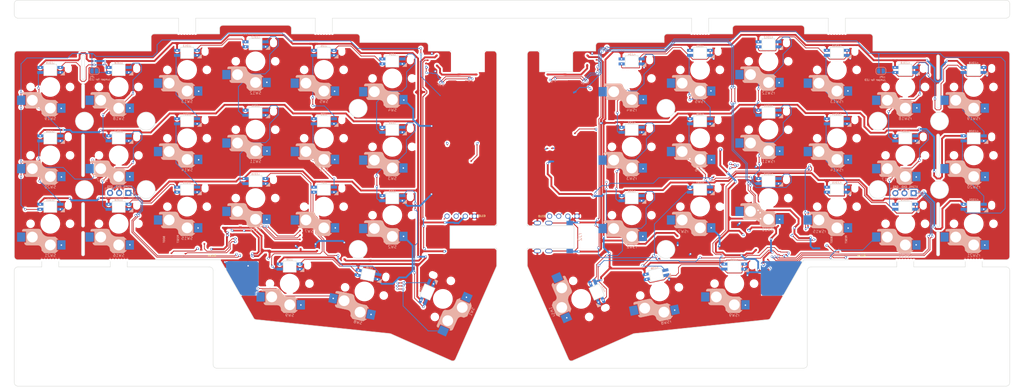
<source format=kicad_pcb>
(kicad_pcb (version 20241229) (generator "pcbnew") (generator_version "9.0")
  (title_block (title "Corne") (date "2024-05-07") (rev "4.1.0") (company "foostan"))
  (layers (0 "F.Cu" signal) (2 "B.Cu" signal) (13 "F.Paste" user) (15 "B.Paste" user) (5 "F.SilkS" user "F.Silkscreen") (7 "B.SilkS" user "B.Silkscreen") (1 "F.Mask" user) (3 "B.Mask" user) (25 "Edge.Cuts" user))
  (net 0 "")
  (net 1 "/left/SCL")
  (net 2 "/left/SDA")
  (net 3 "/right/SDA")
  (net 4 "+5V")
  (net 5 "/right/SCL")
  (net 6 "GND")
  (net 7 "Net-(JP1-B)")
  (net 8 "Net-(LED1-VDD)")
  (net 9 "Net-(rJP1-B)")
  (net 10 "Net-(rLED1-VDD)")
  (net 11 "Net-(LED1-DOUT)")
  (net 12 "Net-(LED2-DOUT)")
  (net 13 "Net-(LED7-DOUT)")
  (net 14 "Net-(LED8-DOUT)")
  (net 15 "Net-(LED10-DIN)")
  (net 16 "Net-(LED10-DOUT)")
  (net 17 "Net-(LED14-DOUT)")
  (net 18 "Net-(LED15-DOUT)")
  (net 19 "Net-(LED16-DOUT)")
  (net 20 "/left/SWCLK")
  (net 21 "/left/SWD")
  (net 22 "/left/LED")
  (net 23 "Net-(LED6-DOUT)")
  (net 24 "Net-(LED5-DOUT)")
  (net 25 "Net-(LED4-DOUT)")
  (net 26 "Net-(LED3-DOUT)")
  (net 27 "Net-(LED20-DOUT)")
  (net 28 "Net-(LED19-DOUT)")
  (net 29 "Net-(JP1-A)")
  (net 30 "Net-(LED17-DOUT)")
  (net 31 "Net-(LED13-DOUT)")
  (net 32 "Net-(LED12-DOUT)")
  (net 33 "Net-(LED11-DOUT)")
  (net 34 "GNDR")
  (net 35 "+5VR")
  (net 37 "/right/SWCLK")
  (net 38 "/right/SWD")
  (net 39 "Net-(rLED1-DOUT)")
  (net 40 "/right/LED")
  (net 41 "Net-(rLED2-DOUT)")
  (net 42 "Net-(rLED3-DOUT)")
  (net 43 "Net-(rLED4-DOUT)")
  (net 44 "Net-(rLED5-DOUT)")
  (net 45 "Net-(rLED6-DOUT)")
  (net 46 "Net-(rLED7-DOUT)")
  (net 47 "Net-(rLED8-DOUT)")
  (net 48 "Net-(rLED10-DIN)")
  (net 49 "Net-(rLED10-DOUT)")
  (net 50 "Net-(rLED11-DOUT)")
  (net 51 "Net-(rLED12-DOUT)")
  (net 52 "Net-(rLED13-DOUT)")
  (net 53 "Net-(rLED14-DOUT)")
  (net 54 "Net-(rLED15-DOUT)")
  (net 55 "Net-(rLED16-DOUT)")
  (net 56 "Net-(rLED17-DOUT)")
  (net 57 "Net-(rJP1-A)")
  (net 58 "Net-(rLED19-DOUT)")
  (net 59 "Net-(rLED20-DOUT)")
  (net 60 "unconnected-(rSW1-Pad2)")
  (net 61 "unconnected-(rSW2-Pad2)")
  (net 62 "unconnected-(rSW2-Pad1)")
  (net 63 "unconnected-(rSW3-Pad2)")
  (net 66 "unconnected-(rSW4-Pad2)")
  (net 67 "unconnected-(rSW5-Pad2)")
  (net 70 "unconnected-(rSW6-Pad2)")
  (net 71 "unconnected-(rSW7-Pad2)")
  (net 73 "unconnected-(rSW8-Pad2)")
  (net 75 "unconnected-(rSW9-Pad2)")
  (net 77 "unconnected-(rSW10-Pad2)")
  (net 80 "unconnected-(rSW11-Pad2)")
  (net 82 "unconnected-(rSW12-Pad2)")
  (net 84 "unconnected-(rSW13-Pad2)")
  (net 85 "unconnected-(rSW14-Pad2)")
  (net 87 "unconnected-(rSW15-Pad2)")
  (net 89 "unconnected-(rSW16-Pad1)")
  (net 90 "unconnected-(rSW16-Pad2)")
  (net 92 "unconnected-(rSW17-Pad2)")
  (net 93 "unconnected-(rSW18-Pad2)")
  (net 95 "unconnected-(rSW19-Pad2)")
  (net 98 "unconnected-(rSW20-Pad2)")
  (net 99 "unconnected-(rSW21-Pad2)")
  (net 101 "unconnected-(SW1-Pad2)")
  (net 102 "unconnected-(SW1-Pad1)")
  (net 105 "unconnected-(SW3-Pad2)")
  (net 107 "unconnected-(SW4-Pad2)")
  (net 110 "unconnected-(SW5-Pad2)")
  (net 112 "unconnected-(SW6-Pad2)")
  (net 113 "unconnected-(SW7-Pad2)")
  (net 115 "unconnected-(SW8-Pad1)")
  (net 116 "unconnected-(SW8-Pad2)")
  (net 118 "unconnected-(SW9-Pad2)")
  (net 119 "unconnected-(SW10-Pad2)")
  (net 122 "unconnected-(SW11-Pad2)")
  (net 124 "unconnected-(SW12-Pad2)")
  (net 126 "unconnected-(SW13-Pad2)")
  (net 128 "unconnected-(SW14-Pad2)")
  (net 129 "unconnected-(SW15-Pad2)")
  (net 131 "unconnected-(SW16-Pad2)")
  (net 134 "unconnected-(SW17-Pad2)")
  (net 135 "unconnected-(SW18-Pad2)")
  (net 138 "unconnected-(SW19-Pad2)")
  (net 139 "unconnected-(SW20-Pad2)")
  (net 140 "unconnected-(SW20-Pad1)")
  (net 142 "unconnected-(SW21-Pad2)")
  (net 143 "/right/TX")
  (footprint "kbd_local:Breakaway_Tabs" (layer "F.Cu") (at -128.5875 41.18125)
    (property "Reference" "BT3")
    (property "Value" "Breakaway Tabs")
  )
  (footprint "kbd_local:Breakaway_Tabs" (layer "F.Cu") (at -52.3875 -22.13125)
    (property "Reference" "BT2")
    (property "Value" "Breakaway Tabs")
  )
  (footprint "kbd_local:Breakaway_Tabs" (layer "F.Cu") (at 52.387502 -22.13125)
    (property "Reference" "rBT2")
    (property "Value" "Breakaway Tabs")
  )
  (footprint "kbd_local:OLED" (layer "F.Cu") (at 14.2875 28.84625)
    (property "Reference" "rJ3")
    (property "Value" "Conn_01x04" (hide yes))
  )
  (footprint "kbd_local:Breakaway_Tabs" (layer "F.Cu") (at -109.5375 41.18125)
    (property "Reference" "BT4")
    (property "Value" "Breakaway Tabs")
  )
  (footprint "kbd_local:Breakaway_Tabs" (layer "F.Cu") (at 90.4875 -22.13125)
    (property "Reference" "rBT1")
    (property "Value" "Breakaway Tabs")
  )
  (footprint "kbd_local:Breakaway_Tabs" (layer "F.Cu") (at 128.5875 41.18125)
    (property "Reference" "rBT3")
    (property "Value" "Breakaway Tabs")
  )
  (footprint "kbd_local:Breakaway_Tabs" (layer "F.Cu") (at 109.5375 41.18125)
    (property "Reference" "rBT4")
    (property "Value" "Breakaway Tabs")
  )
  (footprint "kbd_local:Breakaway_Tabs" (layer "F.Cu") (at -90.4875 -22.13125)
    (property "Reference" "BT1")
    (property "Value" "Breakaway Tabs")
  )
  (footprint "kbd_local:OLED" (layer "F.Cu") (at -14.2875 28.84625)
    (property "Reference" "J3")
    (property "Value" "Conn_01x04" (hide yes))
  )
  (footprint "Connector_PinHeader_2.54mm:PinHeader_1x03_P2.54mm_Vertical" (layer "B.Cu") (at -106.8675 22.37625 90)
    (property "Reference" "J4")
    (property "Value" "Conn_01x03")
  )
  (footprint "kbd:keyswitch_choc12_hotswap_1u" (layer "B.Cu") (at -33.3375 -9.525 180)
    (property "Reference" "SW4")
    (property "Value" "SW_Push" (hide yes))
  )
  (footprint "kbd_local:YS-SK6812MINI-E" (layer "B.Cu") (at -109.5375 26.21875 180)
    (property "Reference" "LED16")
    (property "Value" "YS-SK6812MINI-E" (hide yes))
    (fp_line (start 1.8 1.55) (end -1.8 1.55) (stroke (width 0.1)) (layer "Edge.Cuts"))
    (fp_line (start 1.8 -1.55) (end 1.8 1.55) (stroke (width 0.1)) (layer "Edge.Cuts"))
    (fp_line (start -1.8 1.55) (end -1.8 -1.55) (stroke (width 0.1)) (layer "Edge.Cuts"))
    (fp_line (start -1.8 -1.55) (end 1.8 -1.55) (stroke (width 0.1)) (layer "Edge.Cuts"))
  )
  (footprint "kbd:keyswitch_choc12_hotswap_1u" (layer "B.Cu") (at 109.5375 11.90625 180)
    (property "Reference" "rSW17")
    (property "Value" "SW_Push" (hide yes))
  )
  (footprint "kbd_local:YS-SK6812MINI-E" (layer "B.Cu") (at 109.537502 26.21875 180)
    (property "Reference" "rLED16")
    (property "Value" "YS-SK6812MINI-E" (hide yes))
    (fp_line (start 1.8 1.55) (end -1.8 1.55) (stroke (width 0.1)) (layer "Edge.Cuts"))
    (fp_line (start 1.8 -1.55) (end 1.8 1.55) (stroke (width 0.1)) (layer "Edge.Cuts"))
    (fp_line (start -1.8 1.55) (end -1.8 -1.55) (stroke (width 0.1)) (layer "Edge.Cuts"))
    (fp_line (start -1.8 -1.55) (end 1.8 -1.55) (stroke (width 0.1)) (layer "Edge.Cuts"))
  )
  (footprint "kbd_local:YS-SK6812MINI-E" (layer "B.Cu") (at -33.3375 4.7875 180)
    (property "Reference" "LED3")
    (property "Value" "YS-SK6812MINI-E" (hide yes))
    (fp_line (start 1.8 1.55) (end -1.8 1.55) (stroke (width 0.1)) (layer "Edge.Cuts"))
    (fp_line (start 1.8 -1.55) (end 1.8 1.55) (stroke (width 0.1)) (layer "Edge.Cuts"))
    (fp_line (start -1.8 1.55) (end -1.8 -1.55) (stroke (width 0.1)) (layer "Edge.Cuts"))
    (fp_line (start -1.8 -1.55) (end 1.8 -1.55) (stroke (width 0.1)) (layer "Edge.Cuts"))
  )
  (footprint "kbd:keyswitch_choc12_hotswap_1u" (layer "B.Cu") (at 90.4875 26.19375 180)
    (property "Reference" "rSW15")
    (property "Value" "SW_Push" (hide yes))
  )
  (footprint "kbd_local:PJ-398A-5A_PJ-399B-6A" (layer "B.Cu") (at 4.2675 34.64625 -90)
    (property "Reference" "rJ2")
    (property "Value" "TRS")
  )
  (footprint "kbd:keyswitch_choc12_hotswap_1u" (layer "B.Cu") (at 61.9125 47.625 180)
    (property "Reference" "rSW9")
    (property "Value" "SW_Push" (hide yes))
  )
  (footprint "kbd:keyswitch_choc12_hotswap_1u" (layer "B.Cu") (at -61.9125 47.625 180)
    (property "Reference" "SW9")
    (property "Value" "SW_Push" (hide yes))
  )
  (footprint "kbd:keyswitch_choc12_hotswap_1u" (layer "B.Cu") (at -52.3875 -11.90625 180)
    (property "Reference" "SW5")
    (property "Value" "SW_Push" (hide yes))
  )
  (footprint "kbd:keyswitch_choc12_hotswap_1u" (layer "B.Cu") (at 71.4375 23.8125 180)
    (property "Reference" "rSW10")
    (property "Value" "SW_Push" (hide yes))
  )
  (footprint "kbd_local:YS-SK6812MINI-E" (layer "B.Cu") (at 33.3375 -14.2625 180)
    (property "Reference" "rLED4")
    (property "Value" "YS-SK6812MINI-E" (hide yes))
    (fp_line (start 1.8 1.55) (end -1.8 1.55) (stroke (width 0.1)) (layer "Edge.Cuts"))
    (fp_line (start 1.8 -1.55) (end 1.8 1.55) (stroke (width 0.1)) (layer "Edge.Cuts"))
    (fp_line (start -1.8 1.55) (end -1.8 -1.55) (stroke (width 0.1)) (layer "Edge.Cuts"))
    (fp_line (start -1.8 -1.55) (end 1.8 -1.55) (stroke (width 0.1)) (layer "Edge.Cuts"))
  )
  (footprint "kbd_local:YS-SK6812MINI-E" (layer "B.Cu") (at -109.5375 7.16875 180)
    (property "Reference" "LED17")
    (property "Value" "YS-SK6812MINI-E" (hide yes))
    (fp_line (start 1.8 1.55) (end -1.8 1.55) (stroke (width 0.1)) (layer "Edge.Cuts"))
    (fp_line (start 1.8 -1.55) (end 1.8 1.55) (stroke (width 0.1)) (layer "Edge.Cuts"))
    (fp_line (start -1.8 1.55) (end -1.8 -1.55) (stroke (width 0.1)) (layer "Edge.Cuts"))
    (fp_line (start -1.8 -1.55) (end 1.8 -1.55) (stroke (width 0.1)) (layer "Edge.Cuts"))
  )
  (footprint "kbd_local:YS-SK6812MINI-E" (layer "B.Cu") (at 52.387502 2.40625 180)
    (property "Reference" "rLED6")
    (property "Value" "YS-SK6812MINI-E" (hide yes))
    (fp_line (start 1.8 1.55) (end -1.8 1.55) (stroke (width 0.1)) (layer "Edge.Cuts"))
    (fp_line (start 1.8 -1.55) (end 1.8 1.55) (stroke (width 0.1)) (layer "Edge.Cuts"))
    (fp_line (start -1.8 1.55) (end -1.8 -1.55) (stroke (width 0.1)) (layer "Edge.Cuts"))
    (fp_line (start -1.8 -1.55) (end 1.8 -1.55) (stroke (width 0.1)) (layer "Edge.Cuts"))
  )
  (footprint "kbd_local:YS-SK6812MINI-E" (layer "B.Cu") (at -52.3875 -16.64375 180)
    (property "Reference" "LED5")
    (property "Value" "YS-SK6812MINI-E" (hide yes))
    (fp_line (start 1.8 1.55) (end -1.8 1.55) (stroke (width 0.1)) (layer "Edge.Cuts"))
    (fp_line (start 1.8 -1.55) (end 1.8 1.55) (stroke (width 0.1)) (layer "Edge.Cuts"))
    (fp_line (start -1.8 1.55) (end -1.8 -1.55) (stroke (width 0.1)) (layer "Edge.Cuts"))
    (fp_line (start -1.8 -1.55) (end 1.8 -1.55) (stroke (width 0.1)) (layer "Edge.Cuts"))
  )
  (footprint "kbd:keyswitch_choc12_hotswap_1u" (layer "B.Cu") (at 71.4375 4.7625 180)
    (property "Reference" "rSW11")
    (property "Value" "SW_Push" (hide yes))
  )
  (footprint "kbd_local:YS-SK6812MINI-E" (layer "B.Cu") (at 33.3375 23.8375 180)
    (property "Reference" "rLED2")
    (property "Value" "YS-SK6812MINI-E" (hide yes))
    (fp_line (start 1.8 1.55) (end -1.8 1.55) (stroke (width 0.1)) (layer "Edge.Cuts"))
    (fp_line (start 1.8 -1.55) (end 1.8 1.55) (stroke (width 0.1)) (layer "Edge.Cuts"))
    (fp_line (start -1.8 1.55) (end -1.8 -1.55) (stroke (width 0.1)) (layer "Edge.Cuts"))
    (fp_line (start -1.8 -1.55) (end 1.8 -1.55) (stroke (width 0.1)) (layer "Edge.Cuts"))
  )
  (footprint "kbd_local:YS-SK6812MINI-E" (layer "B.Cu") (at -40.1175 45.15625 168.06)
    (property "Reference" "LED8")
    (property "Value" "YS-SK6812MINI-E" (hide yes))
    (fp_line (start 1.8 -1.55) (end 1.8 1.55) (stroke (width 0.1)) (layer "Edge.Cuts"))
    (fp_line (start 1.8 1.55) (end -1.8 1.55) (stroke (width 0.1)) (layer "Edge.Cuts"))
    (fp_line (start -1.8 -1.55) (end 1.8 -1.55) (stroke (width 0.1)) (layer "Edge.Cuts"))
    (fp_line (start -1.8 1.55) (end -1.8 -1.55) (stroke (width 0.1)) (layer "Edge.Cuts"))
  )
  (footprint "kbd:keyswitch_choc12_hotswap_1u" (layer "B.Cu") (at 109.5375 30.95625 180)
    (property "Reference" "rSW16")
    (property "Value" "SW_Push" (hide yes))
  )
  (footprint "kbd:keyswitch_choc12_hotswap_1u" (layer "B.Cu") (at -90.4875 -11.90625 180)
    (property "Reference" "SW13")
    (property "Value" "SW_Push" (hide yes))
  )
  (footprint "kbd:keyswitch_choc12_hotswap_1u" (layer "B.Cu") (at -71.4375 4.7625 180)
    (property "Reference" "SW11")
    (property "Value" "SW_Push" (hide yes))
  )
  (footprint "kbd_local:YS-SK6812MINI-E" (layer "B.Cu") (at -71.4375 19.075 180)
    (property "Reference" "LED10")
    (property "Value" "YS-SK6812MINI-E" (hide yes))
    (fp_line (start 1.8 1.55) (end -1.8 1.55) (stroke (width 0.1)) (layer "Edge.Cuts"))
    (fp_line (start 1.8 -1.55) (end 1.8 1.55) (stroke (width 0.1)) (layer "Edge.Cuts"))
    (fp_line (start -1.8 1.55) (end -1.8 -1.55) (stroke (width 0.1)) (layer "Edge.Cuts"))
    (fp_line (start -1.8 -1.55) (end 1.8 -1.55) (stroke (width 0.1)) (layer "Edge.Cuts"))
  )
  (footprint "kbd:keyswitch_choc12_hotswap_1u" (layer "B.Cu") (at -90.4875 7.14375 180)
    (property "Reference" "SW14")
    (property "Value" "SW_Push" (hide yes))
  )
  (footprint "kbd:keyswitch_choc12_hotswap_1u" (layer "B.Cu") (at 109.5375 -7.14375 180)
    (property "Reference" "rSW18")
    (property "Value" "SW_Push" (hide yes))
  )
  (footprint "kbd:keyswitch_choc12_hotswap_1u" (layer "B.Cu") (at 128.5875 -7.14375 180)
    (property "Reference" "rSW19")
    (property "Value" "SW_Push" (hide yes))
  )
  (footprint "kbd:keyswitch_choc12_hotswap_1u" (layer "B.Cu") (at -41.097974 49.801677 168.061)
    (property "Reference" "SW8")
    (property "Value" "SW_Push" (hide yes))
  )
  (footprint "kbd_local:YS-SK6812MINI-E" (layer "B.Cu") (at 128.587502 7.16875 180)
    (property "Reference" "rLED20")
    (property "Value" "YS-SK6812MINI-E" (hide yes))
    (fp_line (start 1.8 1.55) (end -1.8 1.55) (stroke (width 0.1)) (layer "Edge.Cuts"))
    (fp_line (start 1.8 -1.55) (end 1.8 1.55) (stroke (width 0.1)) (layer "Edge.Cuts"))
    (fp_line (start -1.8 1.55) (end -1.8 -1.55) (stroke (width 0.1)) (layer "Edge.Cuts"))
    (fp_line (start -1.8 -1.55) (end 1.8 -1.55) (stroke (width 0.1)) (layer "Edge.Cuts"))
  )
  (footprint "kbd_local:YS-SK6812MINI-E" (layer "B.Cu") (at -71.4375 -19.025 180)
    (property "Reference" "LED12")
    (property "Value" "YS-SK6812MINI-E" (hide yes))
    (fp_line (start 1.8 1.55) (end -1.8 1.55) (stroke (width 0.1)) (layer "Edge.Cuts"))
    (fp_line (start 1.8 -1.55) (end 1.8 1.55) (stroke (width 0.1)) (layer "Edge.Cuts"))
    (fp_line (start -1.8 1.55) (end -1.8 -1.55) (stroke (width 0.1)) (layer "Edge.Cuts"))
    (fp_line (start -1.8 -1.55) (end 1.8 -1.55) (stroke (width 0.1)) (layer "Edge.Cuts"))
  )
  (footprint "kbd_local:YS-SK6812MINI-E" (layer "B.Cu") (at 90.487502 21.45625 180)
    (property "Reference" "rLED15")
    (property "Value" "YS-SK6812MINI-E" (hide yes))
    (fp_line (start 1.8 1.55) (end -1.8 1.55) (stroke (width 0.1)) (layer "Edge.Cuts"))
    (fp_line (start 1.8 -1.55) (end 1.8 1.55) (stroke (width 0.1)) (layer "Edge.Cuts"))
    (fp_line (start -1.8 1.55) (end -1.8 -1.55) (stroke (width 0.1)) (layer "Edge.Cuts"))
    (fp_line (start -1.8 -1.55) (end 1.8 -1.55) (stroke (width 0.1)) (layer "Edge.Cuts"))
  )
  (footprint "kbd:keyswitch_choc12_hotswap_1u" (layer "B.Cu") (at 33.3375 -9.525 180)
    (property "Reference" "rSW4")
    (property "Value" "SW_Push" (hide yes))
  )
  (footprint "kbd:keyswitch_choc12_hotswap_1u" (layer "B.Cu") (at -71.4375 -14.2875 180)
    (property "Reference" "SW12")
    (property "Value" "SW_Push" (hide yes))
  )
  (footprint "kbd_local:YS-SK6812MINI-E" (layer "B.Cu") (at -128.5875 7.16875 180)
    (property "Reference" "LED20")
    (property "Value" "YS-SK6812MINI-E" (hide yes))
    (fp_line (start 1.8 1.55) (end -1.8 1.55) (stroke (width 0.1)) (layer "Edge.Cuts"))
    (fp_line (start 1.8 -1.55) (end 1.8 1.55) (stroke (width 0.1)) (layer "Edge.Cuts"))
    (fp_line (start -1.8 1.55) (end -1.8 -1.55) (stroke (width 0.1)) (layer "Edge.Cuts"))
    (fp_line (start -1.8 -1.55) (end 1.8 -1.55) (stroke (width 0.1)) (layer "Edge.Cuts"))
  )
  (footprint "kbd:keyswitch_choc12_hotswap_1u" (layer "B.Cu") (at 52.3875 7.14375 180)
    (property "Reference" "rSW6")
    (property "Value" "SW_Push" (hide yes))
  )
  (footprint "kbd_local:YS-SK6812MINI-E" (layer "B.Cu") (at 109.537502 7.16875 180)
    (property "Reference" "rLED17")
    (property "Value" "YS-SK6812MINI-E" (hide yes))
    (fp_line (start 1.8 1.55) (end -1.8 1.55) (stroke (width 0.1)) (layer "Edge.Cuts"))
    (fp_line (start 1.8 -1.55) (end 1.8 1.55) (stroke (width 0.1)) (layer "Edge.Cuts"))
    (fp_line (start -1.8 1.55) (end -1.8 -1.55) (stroke (width 0.1)) (layer "Edge.Cuts"))
    (fp_line (start -1.8 -1.55) (end 1.8 -1.55) (stroke (width 0.1)) (layer "Edge.Cuts"))
  )
  (footprint "kbd_local:YS-SK6812MINI-E" (layer "B.Cu") (at 128.587502 -11.88125 180)
    (property "Reference" "rLED19")
    (property "Value" "YS-SK6812MINI-E" (hide yes))
    (fp_line (start 1.8 1.55) (end -1.8 1.55) (stroke (width 0.1)) (layer "Edge.Cuts"))
    (fp_line (start 1.8 -1.55) (end 1.8 1.55) (stroke (width 0.1)) (layer "Edge.Cuts"))
    (fp_line (start -1.8 1.55) (end -1.8 -1.55) (stroke (width 0.1)) (layer "Edge.Cuts"))
    (fp_line (start -1.8 -1.55) (end 1.8 -1.55) (stroke (width 0.1)) (layer "Edge.Cuts"))
  )
  (footprint "kbd:keyswitch_choc12_hotswap_1u" (layer "B.Cu") (at -109.5375 11.90625 180)
    (property "Reference" "SW17")
    (property "Value" "SW_Push" (hide yes))
  )
  (footprint "kbd_local:YS-SK6812MINI-E" (layer "B.Cu") (at -90.4875 21.45625 180)
    (property "Reference" "LED15")
    (property "Value" "YS-SK6812MINI-E" (hide yes))
    (fp_line (start 1.8 1.55) (end -1.8 1.55) (stroke (width 0.1)) (layer "Edge.Cuts"))
    (fp_line (start 1.8 -1.55) (end 1.8 1.55) (stroke (width 0.1)) (layer "Edge.Cuts"))
    (fp_line (start -1.8 1.55) (end -1.8 -1.55) (stroke (width 0.1)) (layer "Edge.Cuts"))
    (fp_line (start -1.8 -1.55) (end 1.8 -1.55) (stroke (width 0.1)) (layer "Edge.Cuts"))
  )
  (footprint "kbd_local:YS-SK6812MINI-E" (layer "B.Cu") (at -23.5975 49.95625 -113.88)
    (property "Reference" "LED1")
    (property "Value" "YS-SK6812MINI-E" (hide yes))
    (fp_line (start 1.8 1.55) (end -1.8 1.55) (stroke (width 0.1)) (layer "Edge.Cuts"))
    (fp_line (start -1.8 1.55) (end -1.8 -1.55) (stroke (width 0.1)) (layer "Edge.Cuts"))
    (fp_line (start 1.8 -1.55) (end 1.8 1.55) (stroke (width 0.1)) (layer "Edge.Cuts"))
    (fp_line (start -1.8 -1.55) (end 1.8 -1.55) (stroke (width 0.1)) (layer "Edge.Cuts"))
  )
  (footprint "kbd_local:YS-SK6812MINI-E" (layer "B.Cu") (at 52.387502 -16.64375 180)
    (property "Reference" "rLED5")
    (property "Value" "YS-SK6812MINI-E" (hide yes))
    (fp_line (start 1.8 1.55) (end -1.8 1.55) (stroke (width 0.1)) (layer "Edge.Cuts"))
    (fp_line (start 1.8 -1.55) (end 1.8 1.55) (stroke (width 0.1)) (layer "Edge.Cuts"))
    (fp_line (start -1.8 1.55) (end -1.8 -1.55) (stroke (width 0.1)) (layer "Edge.Cuts"))
    (fp_line (start -1.8 -1.55) (end 1.8 -1.55) (stroke (width 0.1)) (layer "Edge.Cuts"))
  )
  (footprint "kbd:keyswitch_choc12_hotswap_1u" (layer "B.Cu") (at -128.5875 30.95625 180)
    (property "Reference" "SW21")
    (property "Value" "SW_Push" (hide yes))
  )
  (footprint "kbd:keyswitch_choc12_hotswap_1u" (layer "B.Cu") (at 33.3375 9.525 180)
    (property "Reference" "rSW3")
    (property "Value" "SW_Push" (hide yes))
  )
  (footprint "kbd:keyswitch_choc12_hotswap_1.5u" (layer "B.Cu") (at 19.256135 51.882713 113.88)
    (property "Reference" "rSW1")
    (property "Value" "SW_Push" (hide yes))
  )
  (footprint "kbd_local:YS-SK6812MINI-E" (layer "B.Cu") (at 40.118258 45.160679 -168.06)
    (property "Reference" "rLED8")
    (property "Value" "YS-SK6812MINI-E" (hide yes))
    (fp_line (start 1.8 1.55) (end -1.8 1.55) (stroke (width 0.1)) (layer "Edge.Cuts"))
    (fp_line (start 1.8 -1.55) (end 1.8 1.55) (stroke (width 0.1)) (layer "Edge.Cuts"))
    (fp_line (start -1.8 1.55) (end -1.8 -1.55) (stroke (width 0.1)) (layer "Edge.Cuts"))
    (fp_line (start -1.8 -1.55) (end 1.8 -1.55) (stroke (width 0.1)) (layer "Edge.Cuts"))
  )
  (footprint "kbd_local:YS-SK6812MINI-E" (layer "B.Cu") (at 90.487502 -16.64375 180)
    (property "Reference" "rLED13")
    (property "Value" "YS-SK6812MINI-E" (hide yes))
    (fp_line (start 1.8 1.55) (end -1.8 1.55) (stroke (width 0.1)) (layer "Edge.Cuts"))
    (fp_line (start 1.8 -1.55) (end 1.8 1.55) (stroke (width 0.1)) (layer "Edge.Cuts"))
    (fp_line (start -1.8 1.55) (end -1.8 -1.55) (stroke (width 0.1)) (layer "Edge.Cuts"))
    (fp_line (start -1.8 -1.55) (end 1.8 -1.55) (stroke (width 0.1)) (layer "Edge.Cuts"))
  )
  (footprint "kbd:keyswitch_choc12_hotswap_1u" (layer "B.Cu") (at -52.3875 26.19375 180)
    (property "Reference" "SW7")
    (property "Value" "SW_Push" (hide yes))
  )
  (footprint "kbd_local:YS-SK6812MINI-E" (layer "B.Cu") (at -90.4875 -16.64375 180)
    (property "Reference" "LED13")
    (property "Value" "YS-SK6812MINI-E" (hide yes))
    (fp_line (start 1.8 1.55) (end -1.8 1.55) (stroke (width 0.1)) (layer "Edge.Cuts"))
    (fp_line (start 1.8 -1.55) (end 1.8 1.55) (stroke (width 0.1)) (layer "Edge.Cuts"))
    (fp_line (start -1.8 1.55) (end -1.8 -1.55) (stroke (width 0.1)) (layer "Edge.Cuts"))
    (fp_line (start -1.8 -1.55) (end 1.8 -1.55) (stroke (width 0.1)) (layer "Edge.Cuts"))
  )
  (footprint "kbd_local:YS-SK6812MINI-E" (layer "B.Cu") (at -128.5875 26.21875 180)
    (property "Reference" "LED21")
    (property "Value" "YS-SK6812MINI-E" (hide yes))
    (fp_line (start 1.8 1.55) (end -1.8 1.55) (stroke (width 0.1)) (layer "Edge.Cuts"))
    (fp_line (start 1.8 -1.55) (end 1.8 1.55) (stroke (width 0.1)) (layer "Edge.Cuts"))
    (fp_line (start -1.8 1.55) (end -1.8 -1.55) (stroke (width 0.1)) (layer "Edge.Cuts"))
    (fp_line (start -1.8 -1.55) (end 1.8 -1.55) (stroke (width 0.1)) (layer "Edge.Cuts"))
  )
  (footprint "kbd_local:YS-SK6812MINI-E" (layer "B.Cu") (at -128.5875 -11.88125 180)
    (property "Reference" "LED19")
    (property "Value" "YS-SK6812MINI-E" (hide yes))
    (fp_line (start 1.8 1.55) (end -1.8 1.55) (stroke (width 0.1)) (layer "Edge.Cuts"))
    (fp_line (start 1.8 -1.55) (end 1.8 1.55) (stroke (width 0.1)) (layer "Edge.Cuts"))
    (fp_line (start -1.8 1.55) (end -1.8 -1.55) (stroke (width 0.1)) (layer "Edge.Cuts"))
    (fp_line (start -1.8 -1.55) (end 1.8 -1.55) (stroke (width 0.1)) (layer "Edge.Cuts"))
  )
  (footprint "kbd:keyswitch_choc12_hotswap_1u" (layer "B.Cu") (at 90.4875 -11.90625 180)
    (property "Reference" "rSW13")
    (property "Value" "SW_Push" (hide yes))
  )
  (footprint "kbd_local:YS-SK6812MINI-E" (layer "B.Cu") (at -52.3875 21.45625 180)
    (property "Reference" "LED7")
    (property "Value" "YS-SK6812MINI-E" (hide yes))
    (fp_line (start 1.8 1.55) (end -1.8 1.55) (stroke (width 0.1)) (layer "Edge.Cuts"))
    (fp_line (start 1.8 -1.55) (end 1.8 1.55) (stroke (width 0.1)) (layer "Edge.Cuts"))
    (fp_line (start -1.8 1.55) (end -1.8 -1.55) (stroke (width 0.1)) (layer "Edge.Cuts"))
    (fp_line (start -1.8 -1.55) (end 1.8 -1.55) (stroke (width 0.1)) (layer "Edge.Cuts"))
  )
  (footprint "kbd_local:YS-SK6812MINI-E" (layer "B.Cu") (at 90.487502 2.40625 180)
    (property "Reference" "rLED14")
    (property "Value" "YS-SK6812MINI-E" (hide yes))
    (fp_line (start 1.8 1.55) (end -1.8 1.55) (stroke (width 0.1)) (layer "Edge.Cuts"))
    (fp_line (start 1.8 -1.55) (end 1.8 1.55) (stroke (width 0.1)) (layer "Edge.Cuts"))
    (fp_line (start -1.8 1.55) (end -1.8 -1.55) (stroke (width 0.1)) (layer "Edge.Cuts"))
    (fp_line (start -1.8 -1.55) (end 1.8 -1.55) (stroke (width 0.1)) (layer "Edge.Cuts"))
  )
  (footprint "kbd_local:YS-SK6812MINI-E" (layer "B.Cu") (at 61.912502 42.8875 180)
    (property "Reference" "rLED9")
    (property "Value" "YS-SK6812MINI-E" (hide yes))
    (fp_line (start 1.8 1.55) (end -1.8 1.55) (stroke (width 0.1)) (layer "Edge.Cuts"))
    (fp_line (start 1.8 -1.55) (end 1.8 1.55) (stroke (width 0.1)) (layer "Edge.Cuts"))
    (fp_line (start -1.8 1.55) (end -1.8 -1.55) (stroke (width 0.1)) (layer "Edge.Cuts"))
    (fp_line (start -1.8 -1.55) (end 1.8 -1.55) (stroke (width 0.1)) (layer "Edge.Cuts"))
  )
  (footprint "kbd_local:YS-SK6812MINI-E" (layer "B.Cu") (at -61.9125 42.87625 180)
    (property "Reference" "LED9")
    (property "Value" "YS-SK6812MINI-E" (hide yes))
    (fp_line (start 1.8 1.55) (end -1.8 1.55) (stroke (width 0.1)) (layer "Edge.Cuts"))
    (fp_line (start 1.8 -1.55) (end 1.8 1.55) (stroke (width 0.1)) (layer "Edge.Cuts"))
    (fp_line (start -1.8 1.55) (end -1.8 -1.55) (stroke (width 0.1)) (layer "Edge.Cuts"))
    (fp_line (start -1.8 -1.55) (end 1.8 -1.55) (stroke (width 0.1)) (layer "Edge.Cuts"))
  )
  (footprint "Connector_PinHeader_2.54mm:PinHeader_1x03_P2.54mm_Vertical" (layer "B.Cu") (at 111.8475 22.43125 90)
    (property "Reference" "rJ4")
    (property "Value" "Conn_01x03")
  )
  (footprint "kbd:keyswitch_choc12_hotswap_1u" (layer "B.Cu") (at 33.3375 28.575 180)
    (property "Reference" "rSW2")
    (property "Value" "SW_Push" (hide yes))
  )
  (footprint "kbd_local:YS-SK6812MINI-E" (layer "B.Cu") (at -52.3875 2.40625 180)
    (property "Reference" "LED6")
    (property "Value" "YS-SK6812MINI-E" (hide yes))
    (fp_line (start 1.8 1.55) (end -1.8 1.55) (stroke (width 0.1)) (layer "Edge.Cuts"))
    (fp_line (start 1.8 -1.55) (end 1.8 1.55) (stroke (width 0.1)) (layer "Edge.Cuts"))
    (fp_line (start -1.8 1.55) (end -1.8 -1.55) (stroke (width 0.1)) (layer "Edge.Cuts"))
    (fp_line (start -1.8 -1.55) (end 1.8 -1.55) (stroke (width 0.1)) (layer "Edge.Cuts"))
  )
  (footprint "kbd:keyswitch_choc12_hotswap_1u" (layer "B.Cu") (at 41.097974 49.801677 -168.06)
    (property "Reference" "rSW8")
    (property "Value" "SW_Push" (hide yes))
  )
  (footprint "kbd:keyswitch_choc12_hotswap_1u" (layer "B.Cu") (at -71.4375 23.8125 180)
    (property "Reference" "SW10")
    (property "Value" "SW_Push" (hide yes))
  )
  (footprint "kbd_local:YS-SK6812MINI-E" (layer "B.Cu") (at 71.437502 19.075 180)
    (property "Reference" "rLED10")
    (property "Value" "YS-SK6812MINI-E" (hide yes))
    (fp_line (start 1.8 1.55) (end -1.8 1.55) (stroke (width 0.1)) (layer "Edge.Cuts"))
    (fp_line (start 1.8 -1.55) (end 1.8 1.55) (stroke (width 0.1)) (layer "Edge.Cuts"))
    (fp_line (start -1.8 1.55) (end -1.8 -1.55) (stroke (width 0.1)) (layer "Edge.Cuts"))
    (fp_line (start -1.8 -1.55) (end 1.8 -1.55) (stroke (width 0.1)) (layer "Edge.Cuts"))
  )
  (footprint "kbd_local:YS-SK6812MINI-E" (layer "B.Cu") (at 71.437502 -19.025 180)
    (property "Reference" "rLED12")
    (property "Value" "YS-SK6812MINI-E" (hide yes))
    (fp_line (start 1.8 1.55) (end -1.8 1.55) (stroke (width 0.1)) (layer "Edge.Cuts"))
    (fp_line (start 1.8 -1.55) (end 1.8 1.55) (stroke (width 0.1)) (layer "Edge.Cuts"))
    (fp_line (start -1.8 1.55) (end -1.8 -1.55) (stroke (width 0.1)) (layer "Edge.Cuts"))
    (fp_line (start -1.8 -1.55) (end 1.8 -1.55) (stroke (width 0.1)) (layer "Edge.Cuts"))
  )
  (footprint "kbd:keyswitch_choc12_hotswap_1u" (layer "B.Cu") (at 128.5875 30.95625 180)
    (property "Reference" "rSW21")
    (property "Value" "SW_Push" (hide yes))
  )
  (footprint "kbd_local:YS-SK6812MINI-E" (layer "B.Cu") (at 71.437502 0.025 180)
    (property "Reference" "rLED11")
    (property "Value" "YS-SK6812MINI-E" (hide yes))
    (fp_line (start 1.8 1.55) (end -1.8 1.55) (stroke (width 0.1)) (layer "Edge.Cuts"))
    (fp_line (start 1.8 -1.55) (end 1.8 1.55) (stroke (width 0.1)) (layer "Edge.Cuts"))
    (fp_line (start -1.8 1.55) (end -1.8 -1.55) (stroke (width 0.1)) (layer "Edge.Cuts"))
    (fp_line (start -1.8 -1.55) (end 1.8 -1.55) (stroke (width 0.1)) (layer "Edge.Cuts"))
  )
  (footprint "kbd:keyswitch_choc12_hotswap_1u" (layer "B.Cu") (at -90.4875 26.19375 180)
    (property "Reference" "SW15")
    (property "Value" "SW_Push" (hide yes))
  )
  (footprint "kbd:keyswitch_choc12_hotswap_1u" (layer "B.Cu") (at -128.5875 -7.14375 180)
    (property "Reference" "SW19")
    (property "Value" "SW_Push" (hide yes))
  )
  (footprint "kbd:keyswitch_choc12_hotswap_1u" (layer "B.Cu") (at 71.4375 -14.2875 180)
    (property "Reference" "rSW12")
    (property "Value" "SW_Push" (hide yes))
  )
  (footprint "kbd_local:YS-SK6812MINI-E" (layer "B.Cu") (at 128.587502 26.21875 180)
    (property "Reference" "rLED21")
    (property "Value" "YS-SK6812MINI-E" (hide yes))
    (fp_line (start 1.8 1.55) (end -1.8 1.55) (stroke (width 0.1)) (layer "Edge.Cuts"))
    (fp_line (start 1.8 -1.55) (end 1.8 1.55) (stroke (width 0.1)) (layer "Edge.Cuts"))
    (fp_line (start -1.8 1.55) (end -1.8 -1.55) (stroke (width 0.1)) (layer "Edge.Cuts"))
    (fp_line (start -1.8 -1.55) (end 1.8 -1.55) (stroke (width 0.1)) (layer "Edge.Cuts"))
  )
  (footprint "kbd:keyswitch_choc12_hotswap_1u" (layer "B.Cu") (at -128.5875 11.90625 180)
    (property "Reference" "SW20")
    (property "Value" "SW_Push" (hide yes))
  )
  (footprint "kbd:keyswitch_choc12_hotswap_1u" (layer "B.Cu") (at -109.5375 -7.14375 180)
    (property "Reference" "SW18")
    (property "Value" "SW_Push" (hide yes))
  )
  (footprint "kbd_local:YS-SK6812MINI-E" (layer "B.Cu") (at 33.3375 4.7875 180)
    (property "Reference" "rLED3")
    (property "Value" "YS-SK6812MINI-E" (hide yes))
    (fp_line (start 1.8 1.55) (end -1.8 1.55) (stroke (width 0.1)) (layer "Edge.Cuts"))
    (fp_line (start 1.8 -1.55) (end 1.8 1.55) (stroke (width 0.1)) (layer "Edge.Cuts"))
    (fp_line (start -1.8 1.55) (end -1.8 -1.55) (stroke (width 0.1)) (layer "Edge.Cuts"))
    (fp_line (start -1.8 -1.55) (end 1.8 -1.55) (stroke (width 0.1)) (layer "Edge.Cuts"))
  )
  (footprint "kbd_local:YS-SK6812MINI-E" (layer "B.Cu") (at -71.4375 0.025 180)
    (property "Reference" "LED11")
    (property "Value" "YS-SK6812MINI-E" (hide yes))
    (fp_line (start 1.8 1.55) (end -1.8 1.55) (stroke (width 0.1)) (layer "Edge.Cuts"))
    (fp_line (start 1.8 -1.55) (end 1.8 1.55) (stroke (width 0.1)) (layer "Edge.Cuts"))
    (fp_line (start -1.8 1.55) (end -1.8 -1.55) (stroke (width 0.1)) (layer "Edge.Cuts"))
    (fp_line (start -1.8 -1.55) (end 1.8 -1.55) (stroke (width 0.1)) (layer "Edge.Cuts"))
  )
  (footprint "kbd:keyswitch_choc12_hotswap_1u" (layer "B.Cu") (at 128.5875 11.90625 180)
    (property "Reference" "rSW20")
    (property "Value" "SW_Push" (hide yes))
  )
  (footprint "Jumper:SolderJumper-2_P1.3mm_Open_RoundedPad1.0x1.5mm" (layer "B.Cu") (at 102.7475 -11.62375 180)
    (property "Reference" "rJP1")
    (property "Value" "SolderJumper_2_Bridged")
  )
  (footprint "kbd:keyswitch_choc12_hotswap_1u" (layer "B.Cu") (at 90.4875 7.14375 180)
    (property "Reference" "rSW14")
    (property "Value" "SW_Push" (hide yes))
  )
  (footprint "kbd:keyswitch_choc12_hotswap_1u" (layer "B.Cu") (at -109.5375 30.95625 180)
    (property "Reference" "SW16")
    (property "Value" "SW_Push" (hide yes))
  )
  (footprint "kbd:keyswitch_choc12_hotswap_1.5u" (layer "B.Cu") (at -19.256135 51.882713 -113.88)
    (property "Reference" "SW1")
    (property "Value" "SW_Push" (hide yes))
  )
  (footprint "kbd:keyswitch_choc12_hotswap_1u" (layer "B.Cu") (at 52.3875 -11.90625 180)
    (property "Reference" "rSW5")
    (property "Value" "SW_Push" (hide yes))
  )
  (footprint "kbd:keyswitch_choc12_hotswap_1u" (layer "B.Cu") (at -33.3375 28.575 180)
    (property "Reference" "SW2")
    (property "Value" "SW_Push" (hide yes))
  )
  (footprint "kbd:keyswitch_choc12_hotswap_1u" (layer "B.Cu") (at -52.3875 7.14375 180)
    (property "Reference" "SW6")
    (property "Value" "SW_Push" (hide yes))
  )
  (footprint "kbd_local:YS-SK6812MINI-E" (layer "B.Cu") (at -33.3375 23.8375 180)
    (property "Reference" "LED2")
    (property "Value" "YS-SK6812MINI-E" (hide yes))
    (fp_line (start 1.8 1.55) (end -1.8 1.55) (stroke (width 0.1)) (layer "Edge.Cuts"))
    (fp_line (start 1.8 -1.55) (end 1.8 1.55) (stroke (width 0.1)) (layer "Edge.Cuts"))
    (fp_line (start -1.8 1.55) (end -1.8 -1.55) (stroke (width 0.1)) (layer "Edge.Cuts"))
    (fp_line (start -1.8 -1.55) (end 1.8 -1.55) (stroke (width 0.1)) (layer "Edge.Cuts"))
  )
  (footprint "kbd_local:YS-SK6812MINI-E" (layer "B.Cu") (at -90.4875 2.40625 180)
    (property "Reference" "LED14")
    (property "Value" "YS-SK6812MINI-E" (hide yes))
    (fp_line (start 1.8 1.55) (end -1.8 1.55) (stroke (width 0.1)) (layer "Edge.Cuts"))
    (fp_line (start 1.8 -1.55) (end 1.8 1.55) (stroke (width 0.1)) (layer "Edge.Cuts"))
    (fp_line (start -1.8 1.55) (end -1.8 -1.55) (stroke (width 0.1)) (layer "Edge.Cuts"))
    (fp_line (start -1.8 -1.55) (end 1.8 -1.55) (stroke (width 0.1)) (layer "Edge.Cuts"))
  )
  (footprint "kbd:keyswitch_choc12_hotswap_1u" (layer "B.Cu") (at -33.3375 9.525 180)
    (property "Reference" "SW3")
    (property "Value" "SW_Push" (hide yes))
  )
  (footprint "Jumper:SolderJumper-2_P1.3mm_Open_RoundedPad1.0x1.5mm" (layer "B.Cu") (at -116.3425 -11.62375 180)
    (property "Reference" "JP1")
    (property "Value" "SolderJumper_2_Bridged")
  )
  (footprint "kbd_local:YS-SK6812MINI-E" (layer "B.Cu") (at 23.59892 49.949319 113.88)
    (property "Reference" "rLED1")
    (property "Value" "YS-SK6812MINI-E" (hide yes))
    (fp_line (start 1.8 -1.55) (end 1.8 1.55) (stroke (width 0.1)) (layer "Edge.Cuts"))
    (fp_line (start -1.8 -1.55) (end 1.8 -1.55) (stroke (width 0.1)) (layer "Edge.Cuts"))
    (fp_line (start 1.8 1.55) (end -1.8 1.55) (stroke (width 0.1)) (layer "Edge.Cuts"))
    (fp_line (start -1.8 1.55) (end -1.8 -1.55) (stroke (width 0.1)) (layer "Edge.Cuts"))
  )
  (footprint "kbd_local:YS-SK6812MINI-E" (layer "B.Cu") (at -109.5375 -11.88125 180)
    (property "Reference" "LED18")
    (property "Value" "YS-SK6812MINI-E" (hide yes))
    (fp_line (start 1.8 1.55) (end -1.8 1.55) (stroke (width 0.1)) (layer "Edge.Cuts"))
    (fp_line (start 1.8 -1.55) (end 1.8 1.55) (stroke (width 0.1)) (layer "Edge.Cuts"))
    (fp_line (start -1.8 1.55) (end -1.8 -1.55) (stroke (width 0.1)) (layer "Edge.Cuts"))
    (fp_line (start -1.8 -1.55) (end 1.8 -1.55) (stroke (width 0.1)) (layer "Edge.Cuts"))
  )
  (footprint "kbd_local:YS-SK6812MINI-E" (layer "B.Cu") (at -33.3375 -14.2625 180)
    (property "Reference" "LED4")
    (property "Value" "YS-SK6812MINI-E" (hide yes))
    (fp_line (start 1.8 1.55) (end -1.8 1.55) (stroke (width 0.1)) (layer "Edge.Cuts"))
    (fp_line (start 1.8 -1.55) (end 1.8 1.55) (stroke (width 0.1)) (layer "Edge.Cuts"))
    (fp_line (start -1.8 1.55) (end -1.8 -1.55) (stroke (width 0.1)) (layer "Edge.Cuts"))
    (fp_line (start -1.8 -1.55) (end 1.8 -1.55) (stroke (width 0.1)) (layer "Edge.Cuts"))
  )
  (footprint "kbd_local:YS-SK6812MINI-E" (layer "B.Cu") (at 52.387502 21.45625 180)
    (property "Reference" "rLED7")
    (property "Value" "YS-SK6812MINI-E" (hide yes))
    (fp_line (start 1.8 1.55) (end -1.8 1.55) (stroke (width 0.1)) (layer "Edge.Cuts"))
    (fp_line (start 1.8 -1.55) (end 1.8 1.55) (stroke (width 0.1)) (layer "Edge.Cuts"))
    (fp_line (start -1.8 1.55) (end -1.8 -1.55) (stroke (width 0.1)) (layer "Edge.Cuts"))
    (fp_line (start -1.8 -1.55) (end 1.8 -1.55) (stroke (width 0.1)) (layer "Edge.Cuts"))
  )
  (footprint "kbd_local:YS-SK6812MINI-E" (layer "B.Cu") (at 109.537502 -11.88125 180)
    (property "Reference" "rLED18")
    (property "Value" "YS-SK6812MINI-E" (hide yes))
    (fp_line (start 1.8 1.55) (end -1.8 1.55) (stroke (width 0.1)) (layer "Edge.Cuts"))
    (fp_line (start 1.8 -1.55) (end 1.8 1.55) (stroke (width 0.1)) (layer "Edge.Cuts"))
    (fp_line (start -1.8 1.55) (end -1.8 -1.55) (stroke (width 0.1)) (layer "Edge.Cuts"))
    (fp_line (start -1.8 -1.55) (end 1.8 -1.55) (stroke (width 0.1)) (layer "Edge.Cuts"))
  )
  (footprint "kbd:keyswitch_choc12_hotswap_1u" (layer "B.Cu") (at 52.3875 26.19375 180)
    (property "Reference" "rSW7")
    (property "Value" "SW_Push" (hide yes))
  )
  (gr_arc (start 119.062502 -1.61875) (mid 118.662502 -1.21875) (end 118.262502 -1.61875) (stroke (width 0.1)) (layer "Edge.Cuts"))
  (gr_line (start -138.612502 -30.3125) (end -138.612502 -27.3125) (stroke (width 0.1)) (layer "Edge.Cuts"))
  (gr_line (start -107.1625 42.981286) (end -84.252663 42.98125) (stroke (width 0.1)) (layer "Edge.Cuts"))
  (gr_line (start -119.062498 -1.61875) (end -119.062498 -7.61875) (stroke (width 0.1)) (layer "Edge.Cuts"))
  (gr_curve (pts (xy 61.426993 -23.577415) (xy 61.412504 -23.485079) (xy 61.412504 -23.397324) (xy 61.412504 -23.3125)) (stroke (width 0.1)) (layer "Edge.Cuts"))
  (gr_line (start 92.8625 -21.93125) (end 92.8625 -26.3125) (stroke (width 0.1)) (layer "Edge.Cuts"))
  (gr_curve (pts (xy 61.510804 -23.835615) (xy 61.462472 -23.742552) (xy 61.439073 -23.654398) (xy 61.426993 -23.577415)) (stroke (width 0.1)) (layer "Edge.Cuts"))
  (gr_line (start 61.412504 -21.93125) (end 61.412504 -23.3125) (stroke (width 0.1)) (layer "Edge.Cuts"))
  (gr_line (start -82.252663 71.179851) (end 81.252663 71.179851) (stroke (width 0.1)) (layer "Edge.Cuts"))
  (gr_curve (pts (xy 16.741982 69.151961) (xy 16.832279 69.127829) (xy 16.912522 69.092304) (xy 16.990084 69.057964)) (stroke (width 0.1)) (layer "Edge.Cuts"))
  (gr_line (start 100.512504 -17.168751) (end 137.612502 -17.168758) (stroke (width 0.1)) (layer "Edge.Cuts"))
  (gr_curve (pts (xy -62.412502 -24.3125) (xy -62.290999 -24.3125) (xy -62.161164 -24.3125) (xy -62.021922 -24.268896)) (stroke (width 0.1)) (layer "Edge.Cuts"))
  (gr_line (start -4.262502 42.568678) (end -4.262502 37.8) (stroke (width 0.1)) (layer "Edge.Cuts"))
  (gr_line (start 130.9625 40.98125) (end 130.9625 42.981286) (stroke (width 0.1)) (layer "Edge.Cuts"))
  (gr_arc (start -119.062498 -9.61875) (mid -119.462498 -9.21875) (end -119.862498 -9.61875) (stroke (width 0.1)) (layer "Edge.Cuts"))
  (gr_curve (pts (xy 100.035619 -21.83295) (xy 99.942556 -21.881282) (xy 99.854402 -21.904681) (xy 99.777419 -21.916761)) (stroke (width 0.1)) (layer "Edge.Cuts"))
  (gr_line (start -107.1625 40.98125) (end -107.1625 42.981286) (stroke (width 0.1)) (layer "Edge.Cuts"))
  (gr_line (start 82.252663 43.98125) (end 82.252663 70.179851) (stroke (width 0.1)) (layer "Edge.Cuts"))
  (gr_curve (pts (xy 80.727419 -24.298011) (xy 80.635083 -24.3125) (xy 80.547328 -24.3125) (xy 80.462504 -24.3125)) (stroke (width 0.1)) (layer "Edge.Cuts"))
  (gr_arc (start -137.612502 76.179851) (mid -138.31963 75.886969) (end -138.612502 75.179851) (stroke (width 0.1)) (layer "Edge.Cuts"))
  (gr_curve (pts (xy 24.312504 -19.55) (xy 24.191001 -19.55) (xy 24.061166 -19.55) (xy 23.921924 -19.506396)) (stroke (width 0.1)) (layer "Edge.Cuts"))
  (gr_line (start 24.312504 -19.55) (end 42.362504 -19.55) (stroke (width 0.1)) (layer "Edge.Cuts"))
  (gr_arc (start -119.862501 33.481255) (mid -119.462501 33.081255) (end -119.062501 33.481255) (stroke (width 0.1)) (layer "Edge.Cuts"))
  (gr_curve (pts (xy -138.568896 -16.559337) (xy -138.535668 -16.665446) (xy -138.482479 -16.761424) (xy -138.408515 -16.849713)) (stroke (width 0.1)) (layer "Edge.Cuts"))
  (gr_circle (center 42.862502 -1.190625) (end 40.362502 -1.190625) (stroke (width 0.1)) (fill no) (layer "Edge.Cuts"))
  (gr_curve (pts (xy -42.460802 -21.454365) (xy -42.41247 -21.361302) (xy -42.389071 -21.273148) (xy -42.376991 -21.196165)) (stroke (width 0.1)) (layer "Edge.Cuts"))
  (gr_line (start 119.062503 -15.668755) (end 119.062502 -9.61875) (stroke (width 0.1)) (layer "Edge.Cuts"))
  (gr_curve (pts (xy 100.4689 -21.32183) (xy 100.435672 -21.427938) (xy 100.382483 -21.523916) (xy 100.308519 -21.612205)) (stroke (width 0.1)) (layer "Edge.Cuts"))
  (gr_line (start -54.7625 -21.93125) (end -61.412502 -21.93125) (stroke (width 0.1)) (layer "Edge.Cuts"))
  (gr_curve (pts (xy -43.362502 -21.93125) (xy -43.240999 -21.93125) (xy -43.111164 -21.93125) (xy -42.971922 -21.887646)) (stroke (width 0.1)) (layer "Edge.Cuts"))
  (gr_line (start 118.2625 25.43125) (end 118.262499 31.481255) (stroke (width 0.1)) (layer "Edge.Cuts"))
  (gr_curve (pts (xy -80.985617 -24.2142) (xy -80.892554 -24.262532) (xy -80.8044 -24.285931) (xy -80.727417 -24.298011)) (stroke (width 0.1)) (layer "Edge.Cuts"))
  (gr_arc (start 118.262499 33.481255) (mid 118.662499 33.081255) (end 119.062499 33.481255) (stroke (width 0.1)) (layer "Edge.Cuts"))
  (gr_line (start 137.612503 -31.3125) (end -137.612502 -31.3125) (stroke (width 0.1)) (layer "Edge.Cuts"))
  (gr_curve (pts (xy 4.581549 -16.964765) (xy 4.50032 -16.896715) (xy 4.419595 -16.805069) (xy 4.360804 -16.691865)) (stroke (width 0.1)) (layer "Edge.Cuts"))
  (gr_line (start 81.462504 -23.3125) (end 81.462504 -21.93125) (stroke (width 0.1)) (layer "Edge.Cuts"))
  (gr_curve (pts (xy 81.462504 -23.3125) (xy 81.462504 -23.434003) (xy 81.462504 -23.563838) (xy 81.4189 -23.70308)) (stroke (width 0.1)) (layer "Edge.Cuts"))
  (gr_line (start 7.667502 -17.16875) (end 7.667502 -11.36625) (stroke (width 0.1)) (layer "Edge.Cuts"))
  (gr_arc (start 82.252663 70.179851) (mid 81.959769 70.886957) (end 81.252663 71.179851) (stroke (width 0.1)) (layer "Edge.Cuts"))
  (gr_line (start -119.862498 -1.61875) (end -119.862498 -7.61875) (stroke (width 0.1)) (layer "Edge.Cuts"))
  (gr_line (start 42.362504 -19.55) (end 42.362504 -20.93125) (stroke (width 0.1)) (layer "Edge.Cuts"))
  (gr_line (start 54.762502 -26.3125) (end 88.1125 -26.3125) (stroke (width 0.1)) (layer "Edge.Cuts"))
  (gr_line (start -119.0625 39.48125) (end -119.062501 33.481255) (stroke (width 0.1)) (layer "Edge.Cuts"))
  (gr_curve (pts (xy 61.731549 -24.108515) (xy 61.65032 -24.040465) (xy 61.569595 -23.948819) (xy 61.510804 -23.835615)) (stroke (width 0.1)) (layer "Edge.Cuts"))
  (gr_arc (start -84.252663 42.98125) (mid -83.545539 43.274134) (end -83.252663 43.98125) (stroke (width 0.1)) (layer "Edge.Cuts"))
  (gr_curve (pts (xy 138.598015 40.246165) (xy 138.612504 40.153829) (xy 138.612504 40.066074) (xy 138.612504 39.98125)) (stroke (width 0.1)) (layer "Edge.Cuts"))
  (gr_curve (pts (xy -16.471955 69.179851) (xy -16.576618 69.186371) (xy -16.666697 69.17208) (xy -16.74198 69.151961)) (stroke (width 0.1)) (layer "Edge.Cuts"))
  (gr_curve (pts (xy -42.376991 -21.196165) (xy -42.362502 -21.103829) (xy -42.362502 -21.016074) (xy -42.362502 -20.93125)) (stroke (width 0.1)) (layer "Edge.Cuts"))
  (gr_curve (pts (xy -138.408515 -16.849713) (xy -138.340465 -16.930942) (xy -138.248819 -17.011666) (xy -138.135616 -17.070458)) (stroke (width 0.1)) (layer "Edge.Cuts"))
  (gr_curve (pts (xy -42.681547 -21.727265) (xy -42.600318 -21.659215) (xy -42.519593 -21.567569) (xy -42.460802 -21.454365)) (stroke (width 0.1)) (layer "Edge.Cuts"))
  (gr_arc (start 138.612502 -27.3125) (mid 138.319608 -26.605394) (end 137.612502 -26.3125) (stroke (width 0.1)) (layer "Edge.Cuts"))
  (gr_curve (pts (xy -4.871922 -17.125146) (xy -4.765814 -17.091918) (xy -4.669836 -17.038729) (xy -4.581547 -16.964765)) (stroke (width 0.1)) (layer "Edge.Cuts"))
  (gr_line (start 138.612505 43.981249) (end 138.612504 75.179851) (stroke (width 0.1)) (layer "Edge.Cuts"))
  (gr_line (start 4.262504 42.568678) (end 4.262504 37.8) (stroke (width 0.1)) (layer "Edge.Cuts"))
  (gr_curve (pts (xy -100.468898 -21.32183) (xy -100.43567 -21.427938) (xy -100.382481 -21.523916) (xy -100.308517 -21.612205)) (stroke (width 0.1)) (layer "Edge.Cuts"))
  (gr_line (start 100.512504 -20.93125) (end 100.512504 -17.168751) (stroke (width 0.1)) (layer "Edge.Cuts"))
  (gr_line (start 119.0625 39.48125) (end 119.062499 33.481255) (stroke (width 0.1)) (layer "Edge.Cuts"))
  (gr_curve (pts (xy 138.568898 -16.559337) (xy 138.53567 -16.665446) (xy 138.482481 -16.761424) (xy 138.408517 -16.849713)) (stroke (width 0.1)) (layer "Edge.Cuts"))
  (gr_curve (pts (xy -81.462502 -23.3125) (xy -81.462502 -23.434003) (xy -81.462502 -23.563838) (xy -81.418898 -23.70308)) (stroke (width 0.1)) (layer "Edge.Cuts"))
  (gr_line (start 71.234566 57.673949) (end 33.880023 61.580296) (stroke (width 0.1)) (layer "Edge.Cuts"))
  (gr_line (start -88.112504 -21.93125) (end -88.112504 -26.3125) (stroke (width 0.1)) (layer "Edge.Cuts"))
  (gr_line (start -92.8625 -21.93125) (end -92.8625 -26.3125) (stroke (width 0.1)) (layer "Edge.Cuts"))
  (gr_arc (start -119.0625 39.48125) (mid -119.4625 39.88125) (end -119.8625 39.48125) (stroke (width 0.1)) (layer "Edge.Cuts"))
  (gr_arc (start -138.612502 -30.3125) (mid -138.319609 -31.019606) (end -137.612502 -31.3125) (stroke (width 0.1)) (layer "Edge.Cuts"))
  (gr_line (start -119.0625 25.43125) (end -119.062501 31.481255) (stroke (width 0.1)) (layer "Edge.Cuts"))
  (gr_line (start 17.2675 37.8) (end 17.2675 31.5) (stroke (width 0.1)) (layer "Edge.Cuts"))
  (gr_curve (pts (xy -80.727417 -24.298011) (xy -80.635081 -24.3125) (xy -80.547326 -24.3125) (xy -80.462502 -24.3125)) (stroke (width 0.1)) (layer "Edge.Cuts"))
  (gr_circle (center -42.8625 -1.190625) (end -40.3625 -1.190625) (stroke (width 0.1)) (fill no) (layer "Edge.Cuts"))
  (gr_line (start -137.612502 40.98125) (end -130.9625 40.98125) (stroke (width 0.1)) (layer "Edge.Cuts"))
  (gr_line (start 81.252665 40.98125) (end 71.998802 57.175511) (stroke (width 0.1)) (layer "Edge.Cuts"))
  (gr_line (start 119.062502 -1.61875) (end 119.062502 -7.61875) (stroke (width 0.1)) (layer "Edge.Cuts"))
  (gr_arc (start -119.062498 17.43125) (mid -119.462498 17.83125) (end -119.862498 17.43125) (stroke (width 0.1)) (layer "Edge.Cuts"))
  (gr_curve (pts (xy 4.262504 42.568678) (xy 4.262504 42.631711) (xy 4.262504 42.698912) (xy 4.278946 42.776667)) (stroke (width 0.1)) (layer "Edge.Cuts"))
  (gr_arc (start 137.612505 42.981249) (mid 138.319611 43.274143) (end 138.612505 43.981249) (stroke (width 0.1)) (layer "Edge.Cuts"))
  (gr_line (start -71.234564 57.673949) (end -33.880021 61.580296) (stroke (width 0.1)) (layer "Edge.Cuts"))
  (gr_curve (pts (xy 62.021924 -24.268896) (xy 61.915816 -24.235668) (xy 61.819838 -24.182479) (xy 61.731549 -24.108515)) (stroke (width 0.1)) (layer "Edge.Cuts"))
  (gr_arc (start -137.612502 -26.3125) (mid -138.319608 -26.605394) (end -138.612502 -27.3125) (stroke (width 0.1)) (layer "Edge.Cuts"))
  (gr_line (start 4.262504 -7) (end 4.262504 -16.16875) (stroke (width 0.1)) (layer "Edge.Cuts"))
  (gr_line (start -92.8625 -26.3125) (end -137.612502 -26.3125) (stroke (width 0.1)) (layer "Edge.Cuts"))
  (gr_line (start 126.2125 40.98125) (end 126.2125 42.981286) (stroke (width 0.1)) (layer "Edge.Cuts"))
  (gr_curve (pts (xy 15.868852 68.887891) (xy 15.942192 68.971464) (xy 16.029681 69.037694) (xy 16.133055 69.088481)) (stroke (width 0.1)) (layer "Edge.Cuts"))
  (gr_line (start 118.2625 39.48125) (end 118.262499 33.481255) (stroke (width 0.1)) (layer "Edge.Cuts"))
  (gr_curve (pts (xy -138.514202 40.504365) (xy -138.562533 40.411302) (xy -138.585933 40.323148) (xy -138.598013 40.246165)) (stroke (width 0.1)) (layer "Edge.Cuts"))
  (gr_arc (start 137.612503 -31.3125) (mid 138.319609 -31.019606) (end 138.612503 -30.3125) (stroke (width 0.1)) (layer "Edge.Cuts"))
  (gr_line (start 118.262503 -15.668755) (end 118.262502 -9.61875) (stroke (width 0.1)) (layer "Edge.Cuts"))
  (gr_line (start 54.762506 -21.93125) (end 61.412504 -21.93125) (stroke (width 0.1)) (layer "Edge.Cuts"))
  (gr_curve (pts (xy 23.921924 -19.506396) (xy 23.815816 -19.473168) (xy 23.719838 -19.419979) (xy 23.631549 -19.346015)) (stroke (width 0.1)) (layer "Edge.Cuts"))
  (gr_curve (pts (xy -137.877415 -17.154269) (xy -137.785079 -17.168758) (xy -137.697324 -17.168758) (xy -137.6125 -17.168758)) (stroke (width 0.1)) (layer "Edge.Cuts"))
  (gr_curve (pts (xy -62.021922 -24.268896) (xy -61.915814 -24.235668) (xy -61.819836 -24.182479) (xy -61.731547 -24.108515)) (stroke (width 0.1)) (layer "Edge.Cuts"))
  (gr_curve (pts (xy 5.262504 -17.16875) (xy 5.141001 -17.16875) (xy 5.011166 -17.16875) (xy 4.871924 -17.125146)) (stroke (width 0.1)) (layer "Edge.Cuts"))
  (gr_line (start -126.2125 42.981286) (end -111.9125 42.981286) (stroke (width 0.1)) (layer "Edge.Cuts"))
  (gr_arc (start -119.862497 -15.668755) (mid -119.462497 -16.068755) (end -119.062497 -15.668755) (stroke (width 0.1)) (layer "Edge.Cuts"))
  (gr_line (start -17.2675 31.5) (end -4.262502 31.5) (stroke (width 0.1)) (layer "Edge.Cuts"))
  (gr_arc (start 138.612504 75.179851) (mid 138.31961 75.886957) (end 137.612504 76.179851) (stroke (width 0.1)) (layer "Edge.Cuts"))
  (gr_line (start -17.2675 37.8) (end -17.2675 31.5) (stroke (width 0.1)) (layer "Edge.Cuts"))
  (gr_curve (pts (xy 80.985619 -24.2142) (xy 80.892556 -24.262532) (xy 80.804402 -24.285931) (xy 80.727419 -24.298011)) (stroke (width 0.1)) (layer "Edge.Cuts"))
  (gr_line (start 4.262504 37.8) (end 17.2675 37.8) (stroke (width 0.1)) (layer "Edge.Cuts"))
  (gr_line (start -83.252663 70.179851) (end -83.252663 43.98125) (stroke (width 0.1)) (layer "Edge.Cuts"))
  (gr_curve (pts (xy 42.376993 -21.196165) (xy 42.362504 -21.103829) (xy 42.362504 -21.016074) (xy 42.362504 -20.93125)) (stroke (width 0.1)) (layer "Edge.Cuts"))
  (gr_line (start -50.0125 -26.3125) (end 50.012502 -26.3125) (stroke (width 0.1)) (layer "Edge.Cuts"))
  (gr_line (start -61.412502 -21.93125) (end -61.412502 -23.3125) (stroke (width 0.1)) (layer "Edge.Cuts"))
  (gr_curve (pts (xy 15.670863 68.5484) (xy 15.720051 68.659501) (xy 15.772612 68.778222) (xy 15.868852 68.887891)) (stroke (width 0.1)) (layer "Edge.Cuts"))
  (gr_line (start 111.9125 40.98125) (end 111.9125 42.981286) (stroke (width 0.1)) (layer "Edge.Cuts"))
  (gr_line (start 50.012502 -21.93125) (end 50.012502 -26.3125) (stroke (width 0.1)) (layer "Edge.Cuts"))
  (gr_curve (pts (xy -61.426991 -23.577415) (xy -61.412502 -23.485079) (xy -61.412502 -23.397324) (xy -61.412502 -23.3125)) (stroke (width 0.1)) (layer "Edge.Cuts"))
  (gr_line (start 16.907502 -17.16875) (end 23.312504 -17.16875) (stroke (width 0.1)) (layer "Edge.Cuts"))
  (gr_curve (pts (xy 16.133055 69.088481) (xy 16.228164 69.135208) (xy 16.344644 69.171921) (xy 16.471957 69.179851)) (stroke (width 0.1)) (layer "Edge.Cuts"))
  (gr_curve (pts (xy 100.512504 -20.93125) (xy 100.512504 -21.052753) (xy 100.512504 -21.182588) (xy 100.4689 -21.32183)) (stroke (width 0.1)) (layer "Edge.Cuts"))
  (gr_line (start -137.612498 42.981286) (end -130.9625 42.981286) (stroke (width 0.1)) (layer "Edge.Cuts"))
  (gr_line (start 17.2675 31.5) (end 4.262504 31.5) (stroke (width 0.1)) (layer "Edge.Cuts"))
  (gr_line (start 54.762502 -21.93125) (end 54.762502 -26.3125) (stroke (width 0.1)) (layer "Edge.Cuts"))
  (gr_curve (pts (xy 81.258519 -23.993455) (xy 81.190469 -24.074684) (xy 81.098823 -24.155409) (xy 80.985619 -24.2142)) (stroke (width 0.1)) (layer "Edge.Cuts"))
  (gr_line (start 92.862508 -21.93125) (end 99.512504 -21.93125) (stroke (width 0.1)) (layer "Edge.Cuts"))
  (gr_line (start -100.512502 -20.93125) (end -100.512502 -17.168751) (stroke (width 0.1)) (layer "Edge.Cuts"))
  (gr_curve (pts (xy -99.777417 -21.916761) (xy -99.685081 -21.93125) (xy -99.597326 -21.93125) (xy -99.512502 -21.93125)) (stroke (width 0.1)) (layer "Edge.Cuts"))
  (gr_curve (pts (xy 71.849089 57.398848) (xy 71.913351 57.32505) (xy 71.957499 57.247791) (xy 71.998802 57.175511)) (stroke (width 0.1)) (layer "Edge.Cuts"))
  (gr_arc (start 119.062502 -9.61875) (mid 118.662502 -9.21875) (end 118.262502 -9.61875) (stroke (width 0.1)) (layer "Edge.Cuts"))
  (gr_curve (pts (xy 137.612504 40.98125) (xy 137.734006 40.98125) (xy 137.863842 40.98125) (xy 138.003083 40.937646)) (stroke (width 0.1)) (layer "Edge.Cuts"))
  (gr_arc (start -119.062501 31.481255) (mid -119.462501 31.881255) (end -119.862501 31.481255) (stroke (width 0.1)) (layer "Edge.Cuts"))
  (gr_line (start 83.252663 42.98125) (end 107.1625 42.981286) (stroke (width 0.1)) (layer "Edge.Cuts"))
  (gr_curve (pts (xy -5.262502 -17.16875) (xy -5.140999 -17.16875) (xy -5.011164 -17.16875) (xy -4.871922 -17.125146)) (stroke (width 0.1)) (layer "Edge.Cuts"))
  (gr_curve (pts (xy -23.326991 -18.814915) (xy -23.312502 -18.722579) (xy -23.312502 -18.634824) (xy -23.312502 -18.55)) (stroke (width 0.1)) (layer "Edge.Cuts"))
  (gr_curve (pts (xy 138.514204 40.504365) (xy 138.562535 40.411302) (xy 138.585935 40.323148) (xy 138.598015 40.246165)) (stroke (width 0.1)) (layer "Edge.Cuts"))
  (gr_line (start -119.8625 39.48125) (end -119.862501 33.481255) (stroke (width 0.1)) (layer "Edge.Cuts"))
  (gr_curve (pts (xy -61.510802 -23.835615) (xy -61.46247 -23.742552) (xy -61.439071 -23.654398) (xy -61.426991 -23.577415)) (stroke (width 0.1)) (layer "Edge.Cuts"))
  (gr_line (start -4.262502 37.8) (end -17.2675 37.8) (stroke (width 0.1)) (layer "Edge.Cuts"))
  (gr_curve (pts (xy 99.777419 -21.916761) (xy 99.685083 -21.93125) (xy 99.597328 -21.93125) (xy 99.512504 -21.93125)) (stroke (width 0.1)) (layer "Edge.Cuts"))
  (gr_circle (center -119.0625 2.38125) (end -116.5625 2.38125) (stroke (width 0.1)) (fill no) (layer "Edge.Cuts"))
  (gr_line (start 107.1625 40.98125) (end 81.252665 40.98125) (stroke (width 0.1)) (layer "Edge.Cuts"))
  (gr_line (start -119.862497 -15.668755) (end -119.862498 -9.61875) (stroke (width 0.1)) (layer "Edge.Cuts"))
  (gr_curve (pts (xy -23.631547 -19.346015) (xy -23.550318 -19.277965) (xy -23.469593 -19.186319) (xy -23.410802 -19.073115)) (stroke (width 0.1)) (layer "Edge.Cuts"))
  (gr_curve (pts (xy 23.410804 -19.073115) (xy 23.362472 -18.980052) (xy 23.339073 -18.891898) (xy 23.326993 -18.814915)) (stroke (width 0.1)) (layer "Edge.Cuts"))
  (gr_line (start 92.8625 -26.3125) (end 137.612502 -26.3125) (stroke (width 0.1)) (layer "Edge.Cuts"))
  (gr_arc (start 82.252663 43.98125) (mid 82.545557 43.274144) (end 83.252663 42.98125) (stroke (width 0.1)) (layer "Edge.Cuts"))
  (gr_curve (pts (xy -138.6125 -16.168758) (xy -138.6125 -16.29026) (xy -138.6125 -16.420096) (xy -138.568896 -16.559337)) (stroke (width 0.1)) (layer "Edge.Cuts"))
  (gr_curve (pts (xy 42.681549 -21.727265) (xy 42.60032 -21.659215) (xy 42.519595 -21.567569) (xy 42.460804 -21.454365)) (stroke (width 0.1)) (layer "Edge.Cuts"))
  (gr_line (start -92.8625 -21.93125) (end -99.512502 -21.93125) (stroke (width 0.1)) (layer "Edge.Cuts"))
  (gr_line (start -23.312502 -17.16875) (end -23.312502 -18.55) (stroke (width 0.1)) (layer "Edge.Cuts"))
  (gr_curve (pts (xy -23.410802 -19.073115) (xy -23.36247 -18.980052) (xy -23.339071 -18.891898) (xy -23.326991 -18.814915)) (stroke (width 0.1)) (layer "Edge.Cuts"))
  (gr_line (start -4.262502 26.55) (end -4.262502 31.5) (stroke (width 0.1)) (layer "Edge.Cuts"))
  (gr_curve (pts (xy 4.278946 42.776667) (xy 4.295389 42.854421) (xy 4.322594 42.915869) (xy 4.348111 42.973506)) (stroke (width 0.1)) (layer "Edge.Cuts"))
  (gr_line (start 43.362504 -21.93125) (end 50.012502 -21.93125) (stroke (width 0.1)) (layer "Edge.Cuts"))
  (gr_line (start -138.612502 75.179851) (end -138.612502 43.981249) (stroke (width 0.1)) (layer "Edge.Cuts"))
  (gr_line (start -54.7625 -21.93125) (end -54.7625 -26.3125) (stroke (width 0.1)) (layer "Edge.Cuts"))
  (gr_line (start 138.612502 -16.168758) (end 138.612504 39.98125) (stroke (width 0.1)) (layer "Edge.Cuts"))
  (gr_curve (pts (xy -4.581547 -16.964765) (xy -4.500318 -16.896715) (xy -4.419593 -16.805069) (xy -4.360802 -16.691865)) (stroke (width 0.1)) (layer "Edge.Cuts"))
  (gr_curve (pts (xy 138.408517 -16.849713) (xy 138.340467 -16.930942) (xy 138.248821 -17.011666) (xy 138.135618 -17.070458)) (stroke (width 0.1)) (layer "Edge.Cuts"))
  (gr_line (start 23.312504 -17.16875) (end 23.312504 -18.55) (stroke (width 0.1)) (layer "Edge.Cuts"))
  (gr_line (start 138.612502 -27.3125) (end 138.612502 -30.3125) (stroke (width 0.1)) (layer "Edge.Cuts"))
  (gr_curve (pts (xy -4.276991 -16.433665) (xy -4.262502 -16.341329) (xy -4.262502 -16.253574) (xy -4.262502 -16.16875)) (stroke (width 0.1)) (layer "Edge.Cuts"))
  (gr_line (start -81.462502 -21.93125) (end -88.112504 -21.93125) (stroke (width 0.1)) (layer "Edge.Cuts"))
  (gr_line (start 111.9125 42.981286) (end 126.2125 42.981286) (stroke (width 0.1)) (layer "Edge.Cuts"))
  (gr_line (start -119.8625 25.43125) (end -119.862501 31.481255) (stroke (width 0.1)) (layer "Edge.Cuts"))
  (gr_curve (pts (xy 23.631549 -19.346015) (xy 23.55032 -19.277965) (xy 23.469595 -19.186319) (xy 23.410804 -19.073115)) (stroke (width 0.1)) (layer "Edge.Cuts"))
  (gr_arc (start 118.262503 -15.668755) (mid 118.662503 -16.068755) (end 119.062503 -15.668755) (stroke (width 0.1)) (layer "Edge.Cuts"))
  (gr_curve (pts (xy -23.921922 -19.506396) (xy -23.815814 -19.473168) (xy -23.719836 -19.419979) (xy -23.631547 -19.346015)) (stroke (width 0.1)) (layer "Edge.Cuts"))
  (gr_line (start -4.262502 -7) (end -4.262502 -16.16875) (stroke (width 0.1)) (layer "Edge.Cuts"))
  (gr_line (start 33.880023 61.580296) (end 16.990084 69.057964) (stroke (width 0.1)) (layer "Edge.Cuts"))
  (gr_line (start -33.880021 61.580296) (end -16.990082 69.057964) (stroke (width 0.1)) (layer "Edge.Cuts"))
  (gr_arc (start -82.252663 71.179851) (mid -82.959753 70.886949) (end -83.252663 70.179851) (stroke (width 0.1)) (layer "Edge.Cuts"))
  (gr_arc (start 119.062499 31.481255) (mid 118.662499 31.881255) (end 118.262499 31.481255) (stroke (width 0.1)) (layer "Edge.Cuts"))
  (gr_curve (pts (xy 137.877417 -17.154269) (xy 137.785081 -17.168758) (xy 137.697326 -17.168758) (xy 137.612502 -17.168758)) (stroke (width 0.1)) (layer "Edge.Cuts"))
  (gr_line (start 130.9625 42.981286) (end 137.612505 42.981249) (stroke (width 0.1)) (layer "Edge.Cuts"))
  (gr_curve (pts (xy -15.86885 68.887891) (xy -15.94219 68.971464) (xy -16.029679 69.037694) (xy -16.133053 69.088481)) (stroke (width 0.1)) (layer "Edge.Cuts"))
  (gr_curve (pts (xy 42.460804 -21.454365) (xy 42.412472 -21.361302) (xy 42.389073 -21.273148) (xy 42.376993 -21.196165)) (stroke (width 0.1)) (layer "Edge.Cuts"))
  (gr_curve (pts (xy 138.612502 -16.168758) (xy 138.612502 -16.29026) (xy 138.612502 -16.420096) (xy 138.568898 -16.559337)) (stroke (width 0.1)) (layer "Edge.Cuts"))
  (gr_curve (pts (xy -24.312502 -19.55) (xy -24.190999 -19.55) (xy -24.061164 -19.55) (xy -23.921922 -19.506396)) (stroke (width 0.1)) (layer "Edge.Cuts"))
  (gr_line (start -4.262502 -7) (end -4.262502 26.55) (stroke (width 0.1)) (layer "Edge.Cuts"))
  (gr_curve (pts (xy -71.62058 57.577871) (xy -71.687266 57.543958) (xy -71.769004 57.490815) (xy -71.849087 57.398848)) (stroke (width 0.1)) (layer "Edge.Cuts"))
  (gr_curve (pts (xy -16.133053 69.088481) (xy -16.228162 69.135208) (xy -16.344642 69.171921) (xy -16.471955 69.179851)) (stroke (width 0.1)) (layer "Edge.Cuts"))
  (gr_line (start 16.907502 -11.36625) (end 16.907502 -17.16875) (stroke (width 0.1)) (layer "Edge.Cuts"))
  (gr_circle (center 119.062502 2.38125) (end 116.562502 2.38125) (stroke (width 0.1)) (fill no) (layer "Edge.Cuts"))
  (gr_curve (pts (xy 4.360804 -16.691865) (xy 4.312472 -16.598802) (xy 4.289073 -16.510648) (xy 4.276993 -16.433665)) (stroke (width 0.1)) (layer "Edge.Cuts"))
  (gr_curve (pts (xy 71.234566 57.673949) (xy 71.350007 57.661876) (xy 71.482677 57.648003) (xy 71.620582 57.577871)) (stroke (width 0.1)) (layer "Edge.Cuts"))
  (gr_line (start -24.312502 -19.55) (end -42.362502 -19.55) (stroke (width 0.1)) (layer "Edge.Cuts"))
  (gr_line (start -119.862498 17.43125) (end -119.862498 6.38125) (stroke (width 0.1)) (layer "Edge.Cuts"))
  (gr_curve (pts (xy -71.234564 57.673949) (xy -71.350005 57.661876) (xy -71.482675 57.648003) (xy -71.62058 57.577871)) (stroke (width 0.1)) (layer "Edge.Cuts"))
  (gr_line (start -50.0125 -21.93125) (end -50.0125 -26.3125) (stroke (width 0.1)) (layer "Edge.Cuts"))
  (gr_curve (pts (xy -4.262502 42.568678) (xy -4.262502 42.631711) (xy -4.262502 42.698912) (xy -4.278944 42.776667)) (stroke (width 0.1)) (layer "Edge.Cuts"))
  (gr_line (start -126.2125 40.98125) (end -126.2125 42.981286) (stroke (width 0.1)) (layer "Edge.Cuts"))
  (gr_arc (start 119.0625 39.48125) (mid 118.6625 39.88125) (end 118.2625 39.48125) (stroke (width 0.1)) (layer "Edge.Cuts"))
  (gr_circle (center 101.917502 21.43125) (end 99.417502 21.43125) (stroke (width 0.1)) (fill no) (layer "Edge.Cuts"))
  (gr_line (start 119.0625 25.43125) (end 119.062499 31.481255) (stroke (width 0.1)) (layer "Edge.Cuts"))
  (gr_arc (start 118.262502 6.38125) (mid 118.662502 5.98125) (end 119.062502 6.38125) (stroke (width 0.1)) (layer "Edge.Cuts"))
  (gr_line (start -42.362502 -19.55) (end -42.362502 -20.93125) (stroke (width 0.1)) (layer "Edge.Cuts"))
  (gr_curve (pts (xy 4.871924 -17.125146) (xy 4.765816 -17.091918) (xy 4.669838 -17.038729) (xy 4.581549 -16.964765)) (stroke (width 0.1)) (layer "Edge.Cuts"))
  (gr_curve (pts (xy 71.620582 57.577871) (xy 71.687268 57.543958) (xy 71.769006 57.490815) (xy 71.849089 57.398848)) (stroke (width 0.1)) (layer "Edge.Cuts"))
  (gr_arc (start 119.062502 17.43125) (mid 118.662502 17.83125) (end 118.262502 17.43125) (stroke (width 0.1)) (layer "Edge.Cuts"))
  (gr_line (start -119.062498 17.43125) (end -119.062498 6.38125) (stroke (width 0.1)) (layer "Edge.Cuts"))
  (gr_circle (center -101.9175 2.38125) (end -99.4175 2.38125) (stroke (width 0.1)) (fill no) (layer "Edge.Cuts"))
  (gr_curve (pts (xy 4.276993 -16.433665) (xy 4.262504 -16.341329) (xy 4.262504 -16.253574) (xy 4.262504 -16.16875)) (stroke (width 0.1)) (layer "Edge.Cuts"))
  (gr_line (start -137.612537 76.179851) (end 137.612504 76.179851) (stroke (width 0.1)) (layer "Edge.Cuts"))
  (gr_curve (pts (xy -42.971922 -21.887646) (xy -42.865814 -21.854418) (xy -42.769836 -21.801229) (xy -42.681547 -21.727265)) (stroke (width 0.1)) (layer "Edge.Cuts"))
  (gr_line (start -5.262502 -17.16875) (end -7.6675 -17.16875) (stroke (width 0.1)) (layer "Edge.Cuts"))
  (gr_line (start -119.062497 -15.668755) (end -119.062498 -9.61875) (stroke (width 0.1)) (layer "Edge.Cuts"))
  (gr_curve (pts (xy -100.512502 -20.93125) (xy -100.512502 -21.052753) (xy -100.512502 -21.182588) (xy -100.468898 -21.32183)) (stroke (width 0.1)) (layer "Edge.Cuts"))
  (gr_line (start -81.462502 -23.3125) (end -81.462502 -21.93125) (stroke (width 0.1)) (layer "Edge.Cuts"))
  (gr_line (start 4.262504 26.55) (end 4.262504 31.5) (stroke (width 0.1)) (layer "Edge.Cuts"))
  (gr_circle (center 119.062502 21.43125) (end 116.562502 21.43125) (stroke (width 0.1)) (fill no) (layer "Edge.Cuts"))
  (gr_arc (start -119.062498 -1.61875) (mid -119.462498 -1.21875) (end -119.862498 -1.61875) (stroke (width 0.1)) (layer "Edge.Cuts"))
  (gr_curve (pts (xy -4.278944 42.776667) (xy -4.295387 42.854421) (xy -4.322592 42.915869) (xy -4.348109 42.973506)) (stroke (width 0.1)) (layer "Edge.Cuts"))
  (gr_circle (center -101.9175 21.43125) (end -99.4175 21.43125) (stroke (width 0.1)) (fill no) (layer "Edge.Cuts"))
  (gr_line (start 7.667502 -11.36625) (end 16.907502 -11.36625) (stroke (width 0.1)) (layer "Edge.Cuts"))
  (gr_line (start 118.262502 17.43125) (end 118.262502 6.38125) (stroke (width 0.1)) (layer "Edge.Cuts"))
  (gr_curve (pts (xy -137.612502 40.98125) (xy -137.734004 40.98125) (xy -137.86384 40.98125) (xy -138.003081 40.937646)) (stroke (width 0.1)) (layer "Edge.Cuts"))
  (gr_curve (pts (xy -71.849087 57.398848) (xy -71.913349 57.32505) (xy -71.957497 57.247791) (xy -71.9988 57.175511)) (stroke (width 0.1)) (layer "Edge.Cuts"))
  (gr_curve (pts (xy -100.308517 -21.612205) (xy -100.240467 -21.693434) (xy -100.148821 -21.774159) (xy -100.035617 -21.83295)) (stroke (width 0.1)) (layer "Edge.Cuts"))
  (gr_curve (pts (xy 138.293459 40.777265) (xy 138.374688 40.709215) (xy 138.455412 40.617569) (xy 138.514204 40.504365)) (stroke (width 0.1)) (layer "Edge.Cuts"))
  (gr_arc (start 118.262502 -7.61875) (mid 118.662502 -8.01875) (end 119.062502 -7.61875) (stroke (width 0.1)) (layer "Edge.Cuts"))
  (gr_arc (start 118.2625 25.43125) (mid 118.6625 25.03125) (end 119.0625 25.43125) (stroke (width 0.1)) (layer "Edge.Cuts"))
  (gr_curve (pts (xy -16.74198 69.151961) (xy -16.832277 69.127829) (xy -16.91252 69.092304) (xy -16.990082 69.057964)) (stroke (width 0.1)) (layer "Edge.Cuts"))
  (gr_line (start -43.362502 -21.93125) (end -50.012504 -21.93125) (stroke (width 0.1)) (layer "Edge.Cuts"))
  (gr_curve (pts (xy 138.003083 40.937646) (xy 138.109192 40.904418) (xy 138.20517 40.851229) (xy 138.293459 40.777265)) (stroke (width 0.1)) (layer "Edge.Cuts"))
  (gr_curve (pts (xy -61.731547 -24.108515) (xy -61.650318 -24.040465) (xy -61.569593 -23.948819) (xy -61.510802 -23.835615)) (stroke (width 0.1)) (layer "Edge.Cuts"))
  (gr_line (start -81.252663 40.98125) (end -71.9988 57.175511) (stroke (width 0.1)) (layer "Edge.Cuts"))
  (gr_curve (pts (xy 23.326993 -18.814915) (xy 23.312504 -18.722579) (xy 23.312504 -18.634824) (xy 23.312504 -18.55)) (stroke (width 0.1)) (layer "Edge.Cuts"))
  (gr_line (start -107.1625 40.98125) (end -81.252663 40.98125) (stroke (width 0.1)) (layer "Edge.Cuts"))
  (gr_circle (center -42.862502 38.1) (end -40.362502 38.1) (stroke (width 0.1)) (fill no) (layer "Edge.Cuts"))
  (gr_curve (pts (xy 81.4189 -23.70308) (xy 81.385672 -23.809188) (xy 81.332483 -23.905166) (xy 81.258519 -23.993455)) (stroke (width 0.1)) (layer "Edge.Cuts"))
  (gr_circle (center -119.0625 21.43125) (end -116.5625 21.43125) (stroke (width 0.1)) (fill no) (layer "Edge.Cuts"))
  (gr_curve (pts (xy -138.003081 40.937646) (xy -138.10919 40.904418) (xy -138.205168 40.851229) (xy -138.293457 40.777265)) (stroke (width 0.1)) (layer "Edge.Cuts"))
  (gr_arc (start -119.8625 25.43125) (mid -119.4625 25.03125) (end -119.0625 25.43125) (stroke (width 0.1)) (layer "Edge.Cuts"))
  (gr_line (start 119.062502 17.43125) (end 119.062502 6.38125) (stroke (width 0.1)) (layer "Edge.Cuts"))
  (gr_line (start -16.9075 -17.16875) (end -23.312502 -17.16875) (stroke (width 0.1)) (layer "Edge.Cuts"))
  (gr_curve (pts (xy -138.293457 40.777265) (xy -138.374686 40.709215) (xy -138.45541 40.617569) (xy -138.514202 40.504365)) (stroke (width 0.1)) (layer "Edge.Cuts"))
  (gr_curve (pts (xy -138.135616 -17.070458) (xy -138.042552 -17.11879) (xy -137.954398 -17.142189) (xy -137.877415 -17.154269)) (stroke (width 0.1)) (layer "Edge.Cuts"))
  (gr_curve (pts (xy 43.362504 -21.93125) (xy 43.241001 -21.93125) (xy 43.111166 -21.93125) (xy 42.971924 -21.887646)) (stroke (width 0.1)) (layer "Edge.Cuts"))
  (gr_line (start -62.412502 -24.3125) (end -80.462502 -24.3125) (stroke (width 0.1)) (layer "Edge.Cuts"))
  (gr_arc (start -119.862498 -7.61875) (mid -119.462498 -8.01875) (end -119.062498 -7.61875) (stroke (width 0.1)) (layer "Edge.Cuts"))
  (gr_circle (center 101.917502 2.38125) (end 99.417502 2.38125) (stroke (width 0.1)) (fill no) (layer "Edge.Cuts"))
  (gr_curve (pts (xy 100.308519 -21.612205) (xy 100.240469 -21.693434) (xy 100.148823 -21.774159) (xy 100.035619 -21.83295)) (stroke (width 0.1)) (layer "Edge.Cuts"))
  (gr_line (start -100.512502 -17.168751) (end -137.6125 -17.168758) (stroke (width 0.1)) (layer "Edge.Cuts"))
  (gr_line (start 111.9125 40.98125) (end 126.2125 40.98125) (stroke (width 0.1)) (layer "Edge.Cuts"))
  (gr_curve (pts (xy -81.418898 -23.70308) (xy -81.38567 -23.809188) (xy -81.332481 -23.905166) (xy -81.258517 -23.993455)) (stroke (width 0.1)) (layer "Edge.Cuts"))
  (gr_line (start 107.1625 40.98125) (end 107.1625 42.981286) (stroke (width 0.1)) (layer "Edge.Cuts"))
  (gr_line (start 62.412504 -24.3125) (end 80.462504 -24.3125) (stroke (width 0.1)) (layer "Edge.Cuts"))
  (gr_line (start 81.462504 -21.93125) (end 88.1125 -21.93125) (stroke (width 0.1)) (layer "Edge.Cuts"))
  (gr_arc (start -119.862498 6.38125) (mid -119.462498 5.98125) (end -119.062498 6.38125) (stroke (width 0.1)) (layer "Edge.Cuts"))
  (gr_curve (pts (xy -81.258517 -23.993455) (xy -81.190467 -24.074684) (xy -81.098821 -24.155409) (xy -80.985617 -24.2142)) (stroke (width 0.1)) (layer "Edge.Cuts"))
  (gr_curve (pts (xy -15.670861 68.5484) (xy -15.720049 68.659501) (xy -15.77261 68.778222) (xy -15.86885 68.887891)) (stroke (width 0.1)) (layer "Edge.Cuts"))
  (gr_line (start -54.7625 -26.3125) (end -88.112504 -26.3125) (stroke (width 0.1)) (layer "Edge.Cuts"))
  (gr_curve (pts (xy 62.412504 -24.3125) (xy 62.291001 -24.3125) (xy 62.161166 -24.3125) (xy 62.021924 -24.268896)) (stroke (width 0.1)) (layer "Edge.Cuts"))
  (gr_line (start 88.1125 -21.93125) (end 88.1125 -26.3125) (stroke (width 0.1)) (layer "Edge.Cuts"))
  (gr_line (start -138.6125 -16.168758) (end -138.612502 39.98125) (stroke (width 0.1)) (layer "Edge.Cuts"))
  (gr_line (start 118.262502 -1.61875) (end 118.262502 -7.61875) (stroke (width 0.1)) (layer "Edge.Cuts"))
  (gr_line (start -130.9625 40.98125) (end -130.9625 42.981286) (stroke (width 0.1)) (layer "Edge.Cuts"))
  (gr_curve (pts (xy -138.598013 40.246165) (xy -138.612502 40.153829) (xy -138.612502 40.066074) (xy -138.612502 39.98125)) (stroke (width 0.1)) (layer "Edge.Cuts"))
  (gr_arc (start -138.612502 43.981249) (mid -138.319605 43.274154) (end -137.612498 42.981286) (stroke (width 0.1)) (layer "Edge.Cuts"))
  (gr_line (start 15.670863 68.5484) (end 4.348111 42.973506) (stroke (width 0.1)) (layer "Edge.Cuts"))
  (gr_curve (pts (xy 138.135618 -17.070458) (xy 138.042554 -17.11879) (xy 137.9544 -17.142189) (xy 137.877417 -17.154269)) (stroke (width 0.1)) (layer "Edge.Cuts"))
  (gr_curve (pts (xy 16.471957 69.179851) (xy 16.57662 69.186371) (xy 16.666699 69.17208) (xy 16.741982 69.151961)) (stroke (width 0.1)) (layer "Edge.Cuts"))
  (gr_line (start 4.262504 -7) (end 4.262504 26.55) (stroke (width 0.1)) (layer "Edge.Cuts"))
  (gr_line (start -111.9125 40.98125) (end -111.9125 42.981286) (stroke (width 0.1)) (layer "Edge.Cuts"))
  (gr_line (start -126.2125 40.98125) (end -111.9125 40.98125) (stroke (width 0.1)) (layer "Edge.Cuts"))
  (gr_line (start 5.262504 -17.16875) (end 7.667502 -17.16875) (stroke (width 0.1)) (layer "Edge.Cuts"))
  (gr_curve (pts (xy 42.971924 -21.887646) (xy 42.865816 -21.854418) (xy 42.769838 -21.801229) (xy 42.681549 -21.727265)) (stroke (width 0.1)) (layer "Edge.Cuts"))
  (gr_curve (pts (xy -100.035617 -21.83295) (xy -99.942554 -21.881282) (xy -99.8544 -21.904681) (xy -99.777417 -21.916761)) (stroke (width 0.1)) (layer "Edge.Cuts"))
  (gr_curve (pts (xy -4.360802 -16.691865) (xy -4.31247 -16.598802) (xy -4.289071 -16.510648) (xy -4.276991 -16.433665)) (stroke (width 0.1)) (layer "Edge.Cuts"))
  (gr_line (start -15.670861 68.5484) (end -4.348109 42.973506) (stroke (width 0.1)) (layer "Edge.Cuts"))
  (gr_circle (center 42.862504 38.1) (end 40.362504 38.1) (stroke (width 0.1)) (fill no) (layer "Edge.Cuts"))
  (gr_line (start 130.9625 40.98125) (end 137.612504 40.98125) (stroke (width 0.1)) (layer "Edge.Cuts"))
  (gr_text "v4.1.0" (at -84.777492 40.07875 0) (layer "F.SilkS") (effects (font (size 0.5 0.5) (thickness 0.1) (bold yes)) (justify left bottom)))
  (gr_text "v4.1.0" (at 96.077492 40.07875 0) (layer "F.SilkS") (effects (font (size 0.5 0.5) (thickness 0.1) (bold yes)) (justify left bottom)))
  (gr_text "BOOT" (at 89.3025 34.40125 90) (layer "B.SilkS") (effects (font (size 0.5 0.5) (thickness 0.1)) (justify left bottom mirror)))
  (gr_text "GND" (at -110.40875 20.25625 180) (layer "B.SilkS") (effects (font (size 0.5 0.5) (thickness 0.1) (bold yes)) (justify left bottom mirror)))
  (gr_text "SWD" (at 106.0075 20.30125 180) (layer "B.SilkS") (effects (font (size 0.5 0.5) (thickness 0.1) (bold yes)) (justify left bottom mirror)))
  (gr_text "RESET" (at 93.3525 34.09125 90) (layer "B.SilkS") (effects (font (size 0.5 0.5) (thickness 0.1)) (justify left bottom mirror)))
  (gr_text "SWCLK" (at -108.26875 20.28625 180) (layer "B.SilkS") (effects (font (size 0.5 0.5) (thickness 0.1) (bold yes)) (justify left bottom mirror)))
  (gr_text "GND" (at 108.4175 20.31125 180) (layer "B.SilkS") (effects (font (size 0.5 0.5) (thickness 0.1) (bold yes)) (justify left bottom mirror)))
  (gr_text "SWCLK" (at 110.5575 20.34125 180) (layer "B.SilkS") (effects (font (size 0.5 0.5) (thickness 0.1) (bold yes)) (justify left bottom mirror)))
  (gr_text "BOOT" (at -96.6125 34.30625 90) (layer "B.SilkS") (effects (font (size 0.5 0.5) (thickness 0.1)) (justify left bottom mirror)))
  (gr_text "SWD" (at -112.81875 20.24625 180) (layer "B.SilkS") (effects (font (size 0.5 0.5) (thickness 0.1) (bold yes)) (justify left bottom mirror)))
  (gr_text "Jumper for LED" (at -111.7625 -8.94375 0) (layer "B.SilkS") (effects (font (size 0.5 0.5) (thickness 0.1)) (justify left bottom mirror)))
  (gr_text "RESET" (at -92.7325 34.00625 90) (layer "B.SilkS") (effects (font (size 0.5 0.5) (thickness 0.1)) (justify left bottom mirror)))
  (gr_text "Jumper for LED" (at 104.1175 -8.81375 0) (layer "B.SilkS") (effects (font (size 0.5 0.5) (thickness 0.1)) (justify left bottom mirror)))
  (segment (start 61.144315 14.513065) (end 62.0886 14.513065) (width 0.2032) (layer "F.Cu") (net 0))
  (segment (start 72.1275 35.06625) (end 72.1275 35.20625) (width 0.508) (layer "F.Cu") (net 0))
  (segment (start 60.9064 15.335656) (end 62.160998 15.335656) (width 0.2032) (layer "F.Cu") (net 0))
  (segment (start 78.025129 34.223879) (end 78.075129 34.223879) (width 0.2032) (layer "F.Cu") (net 0))
  (segment (start -67.5075 40.2395) (end -67.5075 38.45495) (width 0.508) (layer "F.Cu") (net 0))
  (segment (start -68.143979 31.587133) (end -68.138647 31.587133) (width 0.2032) (layer "F.Cu") (net 0))
  (segment (start -65.914148 34.855) (end -59.7425 34.855) (width 0.2032) (layer "F.Cu") (net 0))
  (segment (start 24.264902 29.379082) (end 23.855742 29.788242) (width 0.2032) (layer "F.Cu") (net 0))
  (segment (start 12.2186 -9.58375) (end 19.065452 -9.58375) (width 0.2032) (layer "F.Cu") (net 0))
  (segment (start -69.192498 38.45495) (end -69.192498 38.46495) (width 0.508) (layer "F.Cu") (net 0))
  (segment (start 62.260908 16.30125) (end 83.112349 16.30125) (width 0.2032) (layer "F.Cu") (net 0))
  (segment (start 68.5275 26.43625) (end 68.5275 27.206692) (width 0.2032) (layer "F.Cu") (net 0))
  (segment (start 74.339861 39.477943) (end 73.859527 39.477943) (width 0.2032) (layer "F.Cu") (net 0))
  (segment (start -58.9125 35.295) (end -58.8925 35.275) (width 0.2032) (layer "F.Cu") (net 0))
  (segment (start -72.08 32.06745) (end -75.635 32.06745) (width 0.508) (layer "F.Cu") (net 0))
  (segment (start -19.9741 -8.537756) (end -19.9741 -8.285) (width 0.2032) (layer "F.Cu") (net 0))
  (segment (start -71.052498 39.25495) (end -70.5275 38.729952) (width 0.508) (layer "F.Cu") (net 0))
  (segment (start 56.775 36.41875) (end 60.2775 32.91625) (width 0.508) (layer "F.Cu") (net 0))
  (segment (start 65.7775 21.555517) (end 67.4175 23.195517) (width 0.2032) (layer "F.Cu") (net 0))
  (segment (start 19.2235 -10.56975) (end 14.7815 -10.56975) (width 0.508) (layer "F.Cu") (net 0))
  (segment (start -60.5325 34.385) (end -58.8925 32.745) (width 0.2032) (layer "F.Cu") (net 0))
  (segment (start 75.742962 39.844649) (end 74.686412 39.844649) (width 0.2032) (layer "F.Cu") (net 0))
  (segment (start -90.751 39.29975) (end -90.4764 39.02515) (width 0.2032) (layer "F.Cu") (net 0))
  (segment (start -11.9614 -9.395) (end -18.3825 -9.395) (width 0.2032) (layer "F.Cu") (net 0))
  (segment (start -24.6125 31.61125) (end -24.6125 37.675065) (width 0.25) (layer "F.Cu") (net 0))
  (segment (start -72.2675 39.25495) (end -71.052498 39.25495) (width 0.508) (layer "F.Cu") (net 0))
  (segment (start 87.7675 36.89625) (end 89.6864 38.81515) (width 0.25) (layer "F.Cu") (net 0))
  (segment (start 65.967029 32.826721) (end 66.8075 31.98625) (width 0.508) (layer "F.Cu") (net 0))
  (segment (start 68.5175 29.52625) (end 68.5275 29.53625) (width 0.508) (layer "F.Cu") (net 0))
  (segment (start 61.0925 -6.91375) (end 61.147502 -6.858748) (width 0.2032) (layer "F.Cu") (net 0))
  (segment (start 74.686412 39.844649) (end 74.686412 39.824494) (width 0.2032) (layer "F.Cu") (net 0))
  (segment (start 60.290908 18.27125) (end 62.260908 16.30125) (width 0.2032) (layer "F.Cu") (net 0))
  (segment (start 73.081855 38.676255) (end 72.735304 38.329704) (width 0.2032) (layer "F.Cu") (net 0))
  (segment (start 83.1475 34.74625) (end 82.9475 34.94625) (width 0.508) (layer "F.Cu") (net 0))
  (segment (start 62.160998 15.335656) (end 62.86987 14.626784) (width 0.2032) (layer "F.Cu") (net 0))
  (segment (start -24.6725 29.52975) (end -24.654 29.51125) (width 0.25) (layer "F.Cu") (net 0))
  (segment (start -72.456567 32.855883) (end -75.5775 32.855883) (width 0.508) (layer "F.Cu") (net 0))
  (segment (start 65.82 19.777989) (end 65.7775 19.820489) (width 0.2032) (layer "F.Cu") (net 0))
  (segment (start -67.8425 40.5745) (end -67.5075 40.2395) (width 0.508) (layer "F.Cu") (net 0))
  (segment (start 66.9685 39.23025) (end 67.9975 38.20125) (width 0.508) (layer "F.Cu") (net 0))
  (segment (start 81.7475 28.372899) (end 81.7575 28.382899) (width 0.2032) (layer "F.Cu") (net 0))
  (segment (start -9.735471 8.632029) (end -9.735471 11.860471) (width 0.2032) (layer "F.Cu") (net 0))
  (segment (start -19.497198 -10.56975) (end -14.7815 -10.56975) (width 0.508) (layer "F.Cu") (net 0))
  (segment (start 88.970549 39.82265) (end 80.9111 39.82265) (width 0.2032) (layer "F.Cu") (net 0))
  (segment (start -66.039822 35.295) (end -58.9125 35.295) (width 0.2032) (layer "F.Cu") (net 0))
  (segment (start -79.875484 33.022775) (end -79.8975 33.022775) (width 0.2032) (layer "F.Cu") (net 0))
  (segment (start 59.5443 41.26945) (end 40.674051 41.26945) (width 0.2032) (layer "F.Cu") (net 0))
  (segment (start -31.82125 47.415) (end -30.3229 47.415) (width 0.2032) (layer "F.Cu") (net 0))
  (segment (start -70.5275 38.729952) (end -70.5275 34.78495) (width 0.508) (layer "F.Cu") (net 0))
  (segment (start 79.3875 35.53625) (end 83.868229 35.53625) (width 0.2032) (layer "F.Cu") (net 0))
  (segment (start -79.305762 34.605712) (end -79.3975 34.69745) (width 0.508) (layer "F.Cu") (net 0))
  (segment (start 60.0975 16.80625) (end 58.0075 14.71625) (width 0.508) (layer "F.Cu") (net 0))
  (segment (start 56.29725 18.7315) (end 56.7575 18.27125) (width 0.2032) (layer "F.Cu") (net 0))
  (segment (start -23.7275 -5.989742) (end -23.7275 -5.480258) (width 0.25) (layer "F.Cu") (net 0))
  (segment (start 74.686412 39.824494) (end 74.339861 39.477943) (width 0.2032) (layer "F.Cu") (net 0))
  (segment (start 65.7775 19.820489) (end 65.7775 21.555517) (width 0.2032) (layer "F.Cu") (net 0))
  (segment (start 20.942508 -13.28125) (end 20.942508 -12.288758) (width 0.508) (layer "F.Cu") (net 0))
  (segment (start -79.3975 34.69745) (end -79.3975 37.159952) (width 0.508) (layer "F.Cu") (net 0))
  (segment (start -24.8385 -6.99875) (end -24.736508 -6.99875) (width 0.25) (layer "F.Cu") (net 0))
  (segment (start -79.305762 33.35066) (end -79.547599 33.35066) (width 0.2032) (layer "F.Cu") (net 0))
  (segment (start 72.735304 38.329704) (end 71.476182 38.329704) (width 0.2032) (layer "F.Cu") (net 0))
  (segment (start 58.633975 38.96625) (end 56.959094 38.96625) (width 0.508) (layer "F.Cu") (net 0))
  (segment (start -85.687492 36.37985) (end -85.687492 37.909956) (width 0.2032) (layer "F.Cu") (net 0))
  (segment (start 68.98225 44.11625) (end 71.075008 44.11625) (width 0.508) (layer "F.Cu") (net 0))
  (segment (start 66.4175 20.378172) (end 66.4175 21.630181) (width 0.2032) (layer "F.Cu") (net 0))
  (segment (start 68.5275 27.206692) (end 68.530029 27.209221) (width 0.2032) (layer "F.Cu") (net 0))
  (segment (start -14.7375 -10.61375) (end -14.7815 -10.56975) (width 0.2032) (layer "F.Cu") (net 0))
  (segment (start 73.859527 39.477943) (end 73.081855 38.700271) (width 0.2032) (layer "F.Cu") (net 0))
  (segment (start 62.057502 -6.878748) (end 62.057502 -2.71505) (width 0.2032) (layer "F.Cu") (net 0))
  (segment (start 24.264902 37.406082) (end 24.044242 37.626742) (width 0.2032) (layer "F.Cu") (net 0))
  (segment (start 23.1875 22.4965) (end 23.1875 22.22) (width 0.2032) (layer "F.Cu") (net 0))
  (segment (start 66.391539 20.352211) (end 66.4175 20.378172) (width 0.2032) (layer "F.Cu") (net 0))
  (segment (start 9.8375 -10.61375) (end 14.7375 -10.61375) (width 0.508) (layer "F.Cu") (net 0))
  (segment (start 18.736032 4.551468) (end 17.3875 5.9) (width 0.2032) (layer "F.Cu") (net 0))
  (segment (start 77.4575 27.18625) (end 79.8075 29.53625) (width 0.508) (layer "F.Cu") (net 0))
  (segment (start -58.8625 38.72395) (end -58.8625 37.985) (width 0.508) (layer "F.Cu") (net 0))
  (segment (start 61.147502 -6.858748) (end 61.147502 -2.70505) (width 0.2032) (layer "F.Cu") (net 0))
  (segment (start -80.257498 38.01995) (end -83.772492 38.01995) (width 0.508) (layer "F.Cu") (net 0))
  (segment (start -88.3475 38.56625) (end -87.614529 37.833279) (width 0.25) (layer "F.Cu") (net 0))
  (segment (start 23.9175 -14.7) (end 24.7739 -13.8436) (width 0.2032) (layer "F.Cu") (net 0))
  (segment (start -23.2925 -14.59875) (end -24.247812 -14.59875) (width 0.25) (layer "F.Cu") (net 0))
  (segment (start -18.506856 -10.005) (end -19.9741 -8.537756) (width 0.2032) (layer "F.Cu") (net 0))
  (segment (start -79.8975 32.55875) (end -79.8975 32.08745) (width 0.508) (layer "F.Cu") (net 0))
  (segment (start -68.93319 31.56569) (end -68.93319 31.835958) (width 0.2032) (layer "F.Cu") (net 0))
  (segment (start 19.481743 -10.01375) (end 20.713771 -8.781722) (width 0.2032) (layer "F.Cu") (net 0))
  (segment (start 73.5675 32.52625) (end 73.0275 31.98625) (width 0.508) (layer "F.Cu") (net 0))
  (segment (start -23.7275 -5.480258) (end -24.789008 -4.41875) (width 0.25) (layer "F.Cu") (net 0))
  (segment (start 23.423289 4.551468) (end 18.736032 4.551468) (width 0.2032) (layer "F.Cu") (net 0))
  (segment (start -79.305762 33.35066) (end -79.305762 34.605712) (width 0.508) (layer "F.Cu") (net 0))
  (segment (start -78.8265 37.608952) (end -78.8265 36.038952) (width 0.2032) (layer "F.Cu") (net 0))
  (segment (start 67.8107 23.023381) (end 67.8107 25.00945) (width 0.2032) (layer "F.Cu") (net 0))
  (segment (start 12.0575 -9.42265) (end 12.2186 -9.58375) (width 0.2032) (layer "F.Cu") (net 0))
  (segment (start 71.0775 27.18625) (end 77.4575 27.18625) (width 0.508) (layer "F.Cu") (net 0))
  (segment (start -94.9675 39.29975) (end -94.234 38.56625) (width 0.25) (layer "F.Cu") (net 0))
  (segment (start -78.4333 37.995752) (end -78.4333 36.355752) (width 0.2032) (layer "F.Cu") (net 0))
  (segment (start -78.4333 36.355752) (end -77.991002 35.913454) (width 0.2032) (layer "F.Cu") (net 0))
  (segment (start 23.3275 31.33975) (end 24.264902 32.277152) (width 0.2032) (layer "F.Cu") (net 0))
  (segment (start -31.8525 47.44625) (end -31.82125 47.415) (width 0.2032) (layer "F.Cu") (net 0))
  (segment (start 60.2775 32.91625) (end 60.2775 21.28625) (width 0.508) (layer "F.Cu") (net 0))
  (segment (start 10.8648 -9.08105) (end 11.7975 -10.01375) (width 0.2032) (layer "F.Cu") (net 0))
  (segment (start -67.2385 38.72395) (end -54.501492 38.72395) (width 0.508) (layer "F.Cu") (net 0))
  (segment (start 73.5675 32.102002) (end 74.1375 31.532002) (width 0.508) (layer "F.Cu") (net 0))
  (segment (start 24.7739 1.219042) (end 24.173402 1.81954) (width 0.2032) (layer "F.Cu") (net 0))
  (segment (start -77.91538 35.127832) (end -77.115737 35.127832) (width 0.2032) (layer "F.Cu") (net 0))
  (segment (start 60.8375 29.52625) (end 68.5175 29.52625) (width 0.508) (layer "F.Cu") (net 0))
  (segment (start -24.8225 -4.41875) (end -24.8225 29.51125) (width 0.25) (layer "F.Cu") (net 0))
  (segment (start -75.6675 32.03495) (end -75.7 32.06745) (width 0.2032) (layer "F.Cu") (net 0))
  (segment (start -24.247812 -14.59875) (end -24.8385 -14.008062) (width 0.25) (layer "F.Cu") (net 0))
  (segment (start 60.8475 14.21625) (end 61.144315 14.513065) (width 0.2032) (layer "F.Cu") (net 0))
  (segment (start 65.3585 39.23025) (end 66.9685 39.23025) (width 0.508) (layer "F.Cu") (net 0))
  (segment (start -84.965498 38.63195) (end -79.849498 38.63195) (width 0.2032) (layer "F.Cu") (net 0))
  (segment (start -68.138647 31.587133) (end -65.34078 34.385) (width 0.2032) (layer "F.Cu") (net 0))
  (segment (start 83.868229 35.53625) (end 84.036395 35.368084) (width 0.2032) (layer "F.Cu") (net 0))
  (segment (start 79.8075 29.53625) (end 79.8075 30.92625) (width 0.508) (layer "F.Cu") (net 0))
  (segment (start -79.462698 39.02515) (end -78.4333 37.995752) (width 0.2032) (layer "F.Cu") (net 0))
  (segment (start 24.264902 32.277152) (end 24.264902 37.406082) (width 0.2032) (layer "F.Cu") (net 0))
  (segment (start -91.1575 39.29975) (end -90.751 39.29975) (width 0.2032) (layer "F.Cu") (net 0))
  (segment (start 67.4175 23.195517) (end 67.4175 25.32625) (width 0.2032) (layer "F.Cu") (net 0))
  (segment (start 66.4175 21.630181) (end 67.8107 23.023381) (width 0.2032) (layer "F.Cu") (net 0))
  (segment (start -77.991002 35.913454) (end -77.029496 35.913454) (width 0.2032) (layer "F.Cu") (net 0))
  (segment (start -9.735471 11.860471) (end -11.4875 13.6125) (width 0.2032) (layer "F.Cu") (net 0))
  (segment (start -80.522264 32.06745) (end -79.317492 32.06745) (width 0.508) (layer "F.Cu") (net 0))
  (segment (start 89.6864 38.81515) (end 91.1075 38.81515) (width 0.25) (layer "F.Cu") (net 0))
  (segment (start 24.173402 1.81954) (end 24.173402 3.171299) (width 0.2032) (layer "F.Cu") (net 0))
  (segment (start 67.8107 25.00945) (end 69.121129 26.319879) (width 0.2032) (layer "F.Cu") (net 0))
  (segment (start 65.91023 40.56225) (end 65.385365 41.087115) (width 0.2032) (layer "F.Cu") (net 0))
  (segment (start 62.2675 19.29625) (end 60.2775 21.28625) (width 0.508) (layer "F.Cu") (net 0))
  (segment (start 66.8075 31.98625) (end 73.683252 31.98625) (width 0.508) (layer "F.Cu") (net 0))
  (segment (start -67.2385 38.72395) (end -67.5075 38.45495) (width 0.508) (layer "F.Cu") (net 0))
  (segment (start 68.5675 43.7015) (end 68.98225 44.11625) (width 0.508) (layer "F.Cu") (net 0))
  (segment (start 69.243637 40.56225) (end 65.91023 40.56225) (width 0.2032) (layer "F.Cu") (net 0))
  (segment (start 73.520702 41.23945) (end 72.392501 40.111249) (width 0.2032) (layer "F.Cu") (net 0))
  (segment (start -83.772492 38.01995) (end -83.777492 38.01495) (width 0.508) (layer "F.Cu") (net 0))
  (segment (start -90.4764 39.02515) (end -79.462698 39.02515) (width 0.2032) (layer "F.Cu") (net 0))
  (segment (start 59.37684 39.709115) (end 64.879635 39.709115) (width 0.508) (layer "F.Cu") (net 0))
  (segment (start 19.065452 -9.58375) (end 19.926476 -8.722726) (width 0.2032) (layer "F.Cu") (net 0))
  (segment (start 81.7575 28.382899) (end 81.7575 32.196186) (width 0.2032) (layer "F.Cu") (net 0))
  (segment (start 70.052502 40.551248) (end 70.052502 42.2482) (width 0.508) (layer "F.Cu") (net 0))
  (segment (start 59.726635 41.087115) (end 59.5443 41.26945) (width 0.2032) (layer "F.Cu") (net 0))
  (segment (start 71.476182 38.329704) (end 69.243637 40.56225) (width 0.2032) (layer "F.Cu") (net 0))
  (segment (start 67.4175 25.32625) (end 68.5275 26.43625) (width 0.2032) (layer "F.Cu") (net 0))
  (segment (start -79.849498 38.63195) (end -78.8265 37.608952) (width 0.2032) (layer "F.Cu") (net 0))
  (segment (start -11.9425 -9.4139) (end -11.9614 -9.395) (width 0.2032) (layer "F.Cu") (net 0))
  (segment (start -69.7675 34.37995) (end -72.08 32.06745) (width 0.508) (layer "F.Cu") (net 0))
  (segment (start 10.5925 -9.08105) (end 10.8648 -9.08105) (width 0.2032) (layer "F.Cu") (net 0))
  (segment (start -68.93319 31.835958) (end -65.914148 34.855) (width 0.2032) (layer "F.Cu") (net 0))
  (segment (start -24.8225 29.51125) (end -24.6725 29.66125) (width 0.25) (layer "F.Cu") (net 0))
  (segment (start 40.1475 40.742899) (end 40.1475 40.12625) (width 0.2032) (layer "F.Cu") (net 0))
  (segment (start -69.7675 39.039952) (end -69.7675 34.37995) (width 0.508) (layer "F.Cu") (net 0))
  (segment (start 89.3291 40.19785) (end 89.3291 40.181201) (width 0.2032) (layer "F.Cu") (net 0))
  (segment (start 92.9175 40.41625) (end 89.5475 40.41625) (width 0.2032) (layer "F.Cu") (net 0))
  (segment (start -69.7675 38.45495) (end -67.5075 38.45495) (width 0.508) (layer "F.Cu") (net 0))
  (segment (start 83.4607 15.36945) (end 82.9075 14.81625) (width 0.2032) (layer "F.Cu") (net 0))
  (segment (start 73.5675 33.62625) (end 73.5675 32.102002) (width 0.508) (layer "F.Cu") (net 0))
  (segment (start -18.3825 -9.395) (end -19.185299 -8.592201) (width 0.2032) (layer "F.Cu") (net 0))
  (segment (start -23.881 -11.20045) (end -23.881 -12.62655) (width 0.2032) (layer "F.Cu") (net 0))
  (segment (start 69.2175 29.53625) (end 69.2175 29.04625) (width 0.508) (layer "F.Cu") (net 0))
  (segment (start 60.2775 32.91625) (end 63.2575 32.91625) (width 0.508) (layer "F.Cu") (net 0))
  (segment (start -69.8025 31.532322) (end -66.039822 35.295) (width 0.2032) (layer "F.Cu") (net 0))
  (segment (start -70.680498 39.95295) (end -69.192498 38.46495) (width 0.508) (layer "F.Cu") (net 0))
  (segment (start 23.892502 -12.7545) (end 23.892502 -11.41895) (width 0.2032) (layer "F.Cu") (net 0))
  (segment (start -80.522264 32.06745) (end -80.570552 32.019162) (width 0.2032) (layer "F.Cu") (net 0))
  (segment (start -20.042498 -11.11505) (end -19.497198 -10.56975) (width 0.508) (layer "F.Cu") (net 0))
  (segment (start 24.7739 -13.8436) (end 24.7739 1.219042) (width 0.2032) (layer "F.Cu") (net 0))
  (segment (start -58.8625 37.985) (end -58.8825 37.965) (width 0.508) (layer "F.Cu") (net 0))
  (segment (start 79.8075 30.92625) (end 78.6575 32.07625) (width 0.508) (layer "F.Cu") (net 0))
  (segment (start -74.692433 32.855883) (end -75.5775 32.855883) (width 0.2032) (layer "F.Cu") (net 0))
  (segment (start -24.8385 -14.008062) (end -24.8385 -6.99875) (width 0.25) (layer "F.Cu") (net 0))
  (segment (start -65.34078 34.385) (end -60.5325 34.385) (width 0.2032) (layer "F.Cu") (net 0))
  (segment (start 61.9225 -7.01375) (end 62.057502 -6.878748) (width 0.2032) (layer "F.Cu") (net 0))
  (segment (start 68.5275 29.53625) (end 69.2175 29.53625) (width 0.508) (layer "F.Cu") (net 0))
  (segment (start -72.111071 39.99945) (end -72.064571 39.95295) (width 0.508) (layer "F.Cu") (net 0))
  (segment (start -24.6125 37.675065) (end -24.411115 37.87645) (width 0.25) (layer "F.Cu") (net 0))
  (segment (start -20.042498 -12.216256) (end -20.042498 -11.11505) (width 0.508) (layer "F.Cu") (net 0))
  (segment (start -19.185299 -8.592201) (end -19.185299 -8.251745) (width 0.2032) (layer "F.Cu") (net 0))
  (segment (start 83.112349 16.30125) (end 83.4607 15.952899) (width 0.2032) (layer "F.Cu") (net 0))
  (segment (start -79.808792 32.55875) (end -79.317492 32.06745) (width 0.508) (layer "F.Cu") (net 0))
  (segment (start -85.687492 37.909956) (end -84.965498 38.63195) (width 0.2032) (layer "F.Cu") (net 0))
  (segment (start 59.37684 39.709115) (end 58.633975 38.96625) (width 0.508) (layer "F.Cu") (net 0))
  (segment (start -77.95342 32.855883) (end -77.953887 32.85635) (width 0.2032) (layer "F.Cu") (net 0))
  (segment (start 72.490255 38.921304) (end 71.682446 38.921304) (width 0.508) (layer "F.Cu") (net 0))
  (segment (start -80.030964 32.55875) (end -79.808792 32.55875) (width 0.508) (layer "F.Cu") (net 0))
  (segment (start 73.5675 33.62625) (end 72.1275 35.06625) (width 0.508) (layer "F.Cu") (net 0))
  (segment (start 81.7475 27.91625) (end 81.7475 28.372899) (width 0.2032) (layer "F.Cu") (net 0))
  (segment (start 56.959094 38.96625) (end 56.772508 38.779664) (width 0.508) (layer "F.Cu") (net 0))
  (segment (start 60.8375 29.52625) (end 60.2775 30.08625) (width 0.508) (layer "F.Cu") (net 0))
  (segment (start 68.7275 29.53625) (end 71.0775 27.18625) (width 0.508) (layer "F.Cu") (net 0))
  (segment (start -69.943839 31.532322) (end -69.8025 31.532322) (width 0.2032) (layer "F.Cu") (net 0))
  (segment (start 64.879635 39.709115) (end 65.3585 39.23025) (width 0.508) (layer "F.Cu") (net 0))
  (segment (start -58.8925 32.745) (end -58.8925 32.735) (width 0.2032) (layer "F.Cu") (net 0))
  (segment (start -59.7425 34.855) (end -58.8925 34.005) (width 0.2032) (layer "F.Cu") (net 0))
  (segment (start -24.6725 29.66125) (end -24.6725 29.52975) (width 0.25) (layer "F.Cu") (net 0))
  (segment (start 69.121129 26.319879) (end 69.121129 27.89625) (width 0.2032) (layer "F.Cu") (net 0))
  (segment (start -78.8265 36.038952) (end -77.91538 35.127832) (width 0.2032) (layer "F.Cu") (net 0))
  (segment (start 55.3775 18.7315) (end 56.29725 18.7315) (width 0.2032) (layer "F.Cu") (net 0))
  (segment (start -74.6475 32.81095) (end -74.692433 32.855883) (width 0.2032) (layer "F.Cu") (net 0))
  (segment (start 78.075129 34.223879) (end 79.3875 35.53625) (width 0.2032) (layer "F.Cu") (net 0))
  (segment (start -94.234 38.56625) (end -88.3475 38.56625) (width 0.25) (layer "F.Cu") (net 0))
  (segment (start -67.5075 38.949948) (end -68.002498 38.45495) (width 0.508) (layer "F.Cu") (net 0))
  (segment (start -24.736508 -6.99875) (end -23.7275 -5.989742) (width 0.25) (layer "F.Cu") (net 0))
  (segment (start -23.9064 -11.17505) (end -23.881 -11.20045) (width 0.2032) (layer "F.Cu") (net 0))
  (segment (start -24.789008 -4.41875) (end -24.8225 -4.41875) (width 0.25) (layer "F.Cu") (net 0))
  (segment (start -14.7375 -10.61375) (end -9.8375 -10.61375) (width 0.508) (layer "F.Cu") (net 0))
  (segment (start -79.547599 33.35066) (end -79.875484 33.022775) (width 0.508) (layer "F.Cu") (net 0))
  (segment (start 64.3675 34.01625) (end 64.3575 34.01625) (width 0.508) (layer "F.Cu") (net 0))
  (segment (start 24.173402 3.171299) (end 24.264902 3.262799) (width 0.2032) (layer "F.Cu") (net 0))
  (segment (start 11.7975 -10.01375) (end 19.481743 -10.01375) (width 0.2032) (layer "F.Cu") (net 0))
  (segment (start 23.893002 -12.755) (end 23.892502 -12.7545) (width 0.2032) (layer "F.Cu") (net 0))
  (segment (start -54.257492 38.47995) (end -54.501492 38.72395) (width 0.508) (layer "F.Cu") (net 0))
  (segment (start -80.030964 32.55875) (end -80.522264 32.06745) (width 0.508) (layer "F.Cu") (net 0))
  (segment (start -67.5075 39.04495) (end -67.1865 38.72395) (width 0.508) (layer "F.Cu") (net 0))
  (segment (start -72.064571 39.95295) (end -70.680498 39.95295) (width 0.508) (layer "F.Cu") (net 0))
  (segment (start -20.957492 -13.13125) (end -20.042498 -12.216256) (width 0.508) (layer "F.Cu") (net 0))
  (segment (start 23.42754 4.555719) (end 23.423289 4.551468) (width 0.2032) (layer "F.Cu") (net 0))
  (segment (start -69.2075 38.45495) (end -69.7675 37.89495) (width 0.508) (layer "F.Cu") (net 0))
  (segment (start 79.4943 41.23945) (end 73.520702 41.23945) (width 0.2032) (layer "F.Cu") (net 0))
  (segment (start 71.075008 44.11625) (end 71.682508 43.50875) (width 0.508) (layer "F.Cu") (net 0))
  (segment (start 58.0075 14.71625) (end 58.0075 10.30625) (width 0.508) (layer "F.Cu") (net 0))
  (segment (start 83.4607 15.952899) (end 83.4607 15.36945) (width 0.2032) (layer "F.Cu") (net 0))
  (segment (start 56.7575 18.27125) (end 60.290908 18.27125) (width 0.2032) (layer "F.Cu") (net 0))
  (segment (start 63.2575 32.91625) (end 64.3575 34.01625) (width 0.508) (layer "F.Cu") (net 0))
  (segment (start 82.9475 34.94625) (end 79.8975 34.94625) (width 0.508) (layer "F.Cu") (net 0))
  (segment (start -70.5275 34.78495) (end -72.456567 32.855883) (width 0.508) (layer "F.Cu") (net 0))
  (segment (start 81.7575 32.196186) (end 81.8864 32.325086) (width 0.2032) (layer "F.Cu") (net 0))
  (segment (start -79.3975 37.159952) (end -80.257498 38.01995) (width 0.508) (layer "F.Cu") (net 0))
  (segment (start -75.5775 32.855883) (end -77.95342 32.855883) (width 0.508) (layer "F.Cu") (net 0))
  (segment (start 20.942508 -12.288758) (end 19.2235 -10.56975) (width 0.508) (layer "F.Cu") (net 0))
  (segment (start 73.081855 38.700271) (end 73.081855 38.676255) (width 0.2032) (layer "F.Cu") (net 0))
  (segment (start 56.772508 38.779664) (end 56.772508 36.41875) (width 0.508) (layer "F.Cu") (net 0))
  (segment (start 14.7815 -10.56975) (end 14.7375 -10.61375) (width 0.508) (layer "F.Cu") (net 0))
  (segment (start 60.9075 29.52625) (end 60.2775 28.89625) (width 0.508) (layer "F.Cu") (net 0))
  (segment (start 23.3575 -14.7) (end 23.9175 -14.7) (width 0.2032) (layer "F.Cu") (net 0))
  (segment (start 71.682446 38.921304) (end 70.052502 40.551248) (width 0.508) (layer "F.Cu") (net 0))
  (segment (start 89.5475 40.41625) (end 89.3291 40.19785) (width 0.2032) (layer "F.Cu") (net 0))
  (segment (start 40.674051 41.26945) (end 40.1475 40.742899) (width 0.2032) (layer "F.Cu") (net 0))
  (segment (start -11.08359 -9.40484) (end -11.68375 -10.005) (width 0.2032) (layer "F.Cu") (net 0))
  (segment (start 87.7175 36.89625) (end 87.7675 36.89625) (width 0.25) (layer "F.Cu") (net 0))
  (segment (start 80.9111 39.82265) (end 79.4943 41.23945) (width 0.2032) (layer "F.Cu") (net 0))
  (segment (start 89.3291 40.181201) (end 88.970549 39.82265) (width 0.2032) (layer "F.Cu") (net 0))
  (segment (start 78.6575 33.70625) (end 78.6575 32.07625) (width 0.508) (layer "F.Cu") (net 0))
  (segment (start 56.772508 36.41875) (end 56.775 36.41875) (width 0.508) (layer "F.Cu") (net 0))
  (segment (start -75.7 32.06745) (end -79.317492 32.06745) (width 0.508) (layer "F.Cu") (net 0))
  (segment (start 24.264902 3.262799) (end 24.264902 29.379082) (width 0.2032) (layer "F.Cu") (net 0))
  (segment (start 65.385365 41.087115) (end 59.726635 41.087115) (width 0.2032) (layer "F.Cu") (net 0))
  (segment (start -54.338467 38.47995) (end -54.257492 38.47995) (width 0.508) (layer "F.Cu") (net 0))
  (segment (start -11.68375 -10.005) (end -18.506856 -10.005) (width 0.2032) (layer "F.Cu") (net 0))
  (segment (start -79.8975 33.022775) (end -79.8975 32.55875) (width 0.508) (layer "F.Cu") (net 0))
  (segment (start 79.8975 34.94625) (end 78.6575 33.70625) (width 0.508) (layer "F.Cu") (net 0))
  (via (at 60.0975 16.80625) (size 0.6) (drill 0.4) (layers "F.Cu" "B.Cu") (net 0))
  (via (at -24.6125 31.61125) (size 0.6) (drill 0.4) (layers "F.Cu" "B.Cu") (net 0))
  (via (at -19.9741 -8.285) (size 0.6) (drill 0.4) (layers "F.Cu" "B.Cu") (net 0))
  (via (at 68.530029 27.209221) (size 0.6) (drill 0.4) (layers "F.Cu" "B.Cu") (net 0))
  (via (at 23.3275 31.33975) (size 0.6) (drill 0.4) (layers "F.Cu" "B.Cu") (net 0))
  (via (at -74.6475 32.81095) (size 0.6) (drill 0.4) (layers "F.Cu" "B.Cu") (net 0))
  (via (at -79.267492 34.175) (size 0.6) (drill 0.4) (layers "F.Cu" "B.Cu") (net 0))
  (via (at 70.052502 42.2482) (size 0.6) (drill 0.4) (layers "F.Cu" "B.Cu") (net 0))
  (via (at 65.82 19.777989) (size 0.6) (drill 0.4) (layers "F.Cu" "B.Cu") (net 0))
  (via (at -68.143979 31.587133) (size 0.6) (drill 0.4) (layers "F.Cu" "B.Cu") (net 0))
  (via (at -77.115737 35.127832) (size 0.6) (drill 0.4) (layers "F.Cu" "B.Cu") (net 0))
  (via (at -11.9425 -9.4139) (size 0.6) (drill 0.4) (layers "F.Cu" "B.Cu") (net 0))
  (via (at 82.9075 14.81625) (size 0.6) (drill 0.4) (layers "F.Cu" "B.Cu") (net 0))
  (via (at 58.0075 10.30625) (size 0.6) (drill 0.4) (layers "F.Cu" "B.Cu") (net 0))
  (via (at 12.0575 -9.42265) (size 0.6) (drill 0.4) (layers "F.Cu" "B.Cu") (net 0))
  (via (at 65.967029 32.826721) (size 0.6) (drill 0.4) (layers "F.Cu" "B.Cu") (net 0))
  (via (at 21.7175 -6.70375) (size 0.6) (drill 0.4) (layers "F.Cu" "B.Cu") (net 0))
  (via (at 23.855742 29.788242) (size 0.6) (drill 0.4) (layers "F.Cu" "B.Cu") (net 0))
  (via (at 92.9175 40.41625) (size 0.6) (drill 0.4) (layers "F.Cu" "B.Cu") (net 0))
  (via (at 61.147502 -2.70505) (size 0.6) (drill 0.4) (layers "F.Cu" "B.Cu") (net 0))
  (via (at 64.3575 34.01625) (size 0.6) (drill 0.4) (layers "F.Cu" "B.Cu") (net 0))
  (via (at -67.8425 40.5745) (size 0.6) (drill 0.4) (layers "F.Cu" "B.Cu") (net 0))
  (via (at -69.943839 31.532322) (size 0.6) (drill 0.4) (layers "F.Cu" "B.Cu") (net 0))
  (via (at 66.391539 20.352211) (size 0.6) (drill 0.4) (layers "F.Cu" "B.Cu") (net 0))
  (via (at -77.029496 35.913454) (size 0.6) (drill 0.4) (layers "F.Cu" "B.Cu") (net 0))
  (via (at 75.742962 39.844649) (size 0.6) (drill 0.4) (layers "F.Cu" "B.Cu") (net 0))
  (via (at -23.9064 -11.17505) (size 0.6) (drill 0.4) (layers "F.Cu" "B.Cu") (net 0))
  (via (at -23.881 -12.62655) (size 0.6) (drill 0.4) (layers "F.Cu" "B.Cu") (net 0))
  (via (at -9.735471 8.632029) (size 0.6) (drill 0.4) (layers "F.Cu" "B.Cu") (net 0))
  (via (at 20.713771 -8.781722) (size 0.6) (drill 0.4) (layers "F.Cu" "B.Cu") (net 0))
  (via (at -79.305762 33.35066) (size 0.6) (drill 0.4) (layers "F.Cu" "B.Cu") (net 0))
  (via (at 87.7175 36.89625) (size 0.6) (drill 0.4) (layers "F.Cu" "B.Cu") (net 0))
  (via (at 55.3775 18.7315) (size 0.6) (drill 0.4) (layers "F.Cu" "B.Cu") (net 0))
  (via (at -72.273411 39.226818) (size 0.6) (drill 0.4) (layers "F.Cu" "B.Cu") (net 0))
  (via (at 78.6575 32.07625) (size 0.6) (drill 0.4) (layers "F.Cu" "B.Cu") (net 0))
  (via (at 60.8475 14.21625) (size 0.6) (drill 0.4) (layers "F.Cu" "B.Cu") (net 0))
  (via (at -77.953887 32.85635) (size 0.6) (drill 0.4) (layers "F.Cu" "B.Cu") (net 0))
  (via (at -11.08359 -9.40484) (size 0.6) (drill 0.4) (layers "F.Cu" "B.Cu") (net 0))
  (via (at -68.93319 31.56569) (size 0.6) (drill 0.4) (layers "F.Cu" "B.Cu") (net 0))
  (via (at -18.0225 8.575) (size 0.6) (drill 0.4) (layers "F.Cu" "B.Cu") (net 0))
  (via (at -87.614529 37.833279) (size 0.6) (drill 0.4) (layers "F.Cu" "B.Cu") (net 0))
  (via (at -30.3229 47.415) (size 0.6) (drill 0.4) (layers "F.Cu" "B.Cu") (net 0))
  (via (at 23.893002 -12.755) (size 0.6) (drill 0.4) (layers "F.Cu" "B.Cu") (net 0))
  (via (at 62.2675 19.29625) (size 0.6) (drill 0.4) (layers "F.Cu" "B.Cu") (net 0))
  (via (at 23.42754 4.555719) (size 0.6) (drill 0.4) (layers "F.Cu" "B.Cu") (net 0))
  (via (at -24.654 29.51125) (size 0.6) (drill 0.4) (layers "F.Cu" "B.Cu") (net 0))
  (via (at 71.682508 43.50875) (size 0.6) (drill 0.4) (layers "F.Cu" "B.Cu") (net 0))
  (via (at 62.057502 -2.71505) (size 0.6) (drill 0.4) (layers "F.Cu" "B.Cu") (net 0))
  (via (at 23.892502 -11.41895) (size 0.6) (drill 0.4) (layers "F.Cu" "B.Cu") (net 0))
  (via (at 81.8864 32.325086) (size 0.6) (drill 0.4) (layers "F.Cu" "B.Cu") (net 0))
  (via (at 61.0925 -6.91375) (size 0.6) (drill 0.4) (layers "F.Cu" "B.Cu") (net 0))
  (via (at 78.025129 34.223879) (size 0.6) (drill 0.4) (layers "F.Cu" "B.Cu") (net 0))
  (via (at 69.121129 27.89625) (size 0.6) (drill 0.4) (layers "F.Cu" "B.Cu") (net 0))
  (via (at 40.1475 40.12625) (size 0.6) (drill 0.4) (layers "F.Cu" "B.Cu") (net 0))
  (via (at 60.9064 15.335656) (size 0.6) (drill 0.4) (layers "F.Cu" "B.Cu") (net 0))
  (via (at -24.411115 37.87645) (size 0.6) (drill 0.4) (layers "F.Cu" "B.Cu") (net 0))
  (via (at -83.777492 38.01495) (size 0.6) (drill 0.4) (layers "F.Cu" "B.Cu") (net 0))
  (via (at 69.2175 29.53625) (size 0.6) (drill 0.4) (layers "F.Cu" "B.Cu") (net 0))
  (via (at 24.044242 37.626742) (size 0.6) (drill 0.4) (layers "F.Cu" "B.Cu") (net 0))
  (via (at 84.036395 35.368084) (size 0.6) (drill 0.4) (layers "F.Cu" "B.Cu") (net 0))
  (via (at 72.490255 38.921304) (size 0.6) (drill 0.4) (layers "F.Cu" "B.Cu") (net 0))
  (via (at 72.392501 40.111249) (size 0.6) (drill 0.4) (layers "F.Cu" "B.Cu") (net 0))
  (via (at 63.904423 39.709115) (size 0.6) (drill 0.4) (layers "F.Cu" "B.Cu") (net 0))
  (via (at 81.7475 27.91625) (size 0.6) (drill 0.4) (layers "F.Cu" "B.Cu") (net 0))
  (via (at 62.0886 14.513065) (size 0.6) (drill 0.4) (layers "F.Cu" "B.Cu") (net 0))
  (via (at 61.9225 -7.01375) (size 0.6) (drill 0.4) (layers "F.Cu" "B.Cu") (net 0))
  (via (at 83.1475 34.74625) (size 0.6) (drill 0.4) (layers "F.Cu" "B.Cu") (net 0))
  (via (at 10.5925 -9.08105) (size 0.6) (drill 0.4) (layers "F.Cu" "B.Cu") (net 0))
  (via (at 19.926476 -8.722726) (size 0.6) (drill 0.4) (layers "F.Cu" "B.Cu") (net 0))
  (via (at 68.5675 43.7015) (size 0.6) (drill 0.4) (layers "F.Cu" "B.Cu") (net 0))
  (via (at -19.185299 -8.251745) (size 0.6) (drill 0.4) (layers "F.Cu" "B.Cu") (net 0))
  (via (at -31.8525 47.44625) (size 0.6) (drill 0.4) (layers "F.Cu" "B.Cu") (net 0))
  (via (at -72.111071 39.99945) (size 0.6) (drill 0.4) (layers "F.Cu" "B.Cu") (net 0))
  (via (at 23.1875 22.4965) (size 0.6) (drill 0.4) (layers "F.Cu" "B.Cu") (net 0))
  (via (at 72.1275 35.20625) (size 0.6) (drill 0.4) (layers "F.Cu" "B.Cu") (net 0))
  (via (at 62.86987 14.626784) (size 0.6) (drill 0.4) (layers "F.Cu" "B.Cu") (net 0))
  (segment (start 69.121129 27.89625) (end 69.121129 28.175972) (width 0.2032) (layer "B.Cu") (net 0))
  (segment (start 62.0886 14.513065) (end 62.031785 14.45625) (width 0.2032) (layer "B.Cu") (net 0))
  (segment (start -23.9064 -11.17505) (end -23.7414 -11.01005) (width 0.2032) (layer "B.Cu") (net 0))
  (segment (start -77.953887 32.848611) (end -77.953887 32.85635) (width 0.2032) (layer "B.Cu") (net 0))
  (segment (start 66.4111 20.33265) (end 66.4111 19.32985) (width 0.2032) (layer "B.Cu") (net 0))
  (segment (start 54.83115 18.1399) (end 55.3775 18.68625) (width 0.2032) (layer "B.Cu") (net 0))
  (segment (start 19.926476 -8.722726) (end 19.926476 -9.12582) (width 0.2032) (layer "B.Cu") (net 0))
  (segment (start 23.1875 22.4965) (end 23.1875 22.17625) (width 0.2032) (layer "B.Cu") (net 0))
  (segment (start -24.654 29.51125) (end -24.654 31.56975) (width 0.25) (layer "B.Cu") (net 0))
  (segment (start 66.3575 33.02625) (end 66.36875 33.0375) (width 0.2032) (layer "B.Cu") (net 0))
  (segment (start 45.4825 -19.71875) (end 42.8725 -17.10875) (width 0.2032) (layer "B.Cu") (net 0))
  (segment (start 39.3583 19.68545) (end 40.90385 18.1399) (width 0.2032) (layer "B.Cu") (net 0))
  (segment (start 25.0127 20.35105) (end 26.778769 20.35105) (width 0.2032) (layer "B.Cu") (net 0))
  (segment (start 78.025129 34.223879) (end 78.0559 34.193108) (width 0.2032) (layer "B.Cu") (net 0))
  (segment (start 65.1543 14.32305) (end 61.2925 10.46125) (width 0.2032) (layer "B.Cu") (net 0))
  (segment (start -68.143979 31.587133) (end -68.266589 31.709743) (width 0.2032) (layer "B.Cu") (net 0))
  (segment (start 60.155368 -20.11195) (end 45.319631 -20.11195) (width 0.2032) (layer "B.Cu") (net 0))
  (segment (start 87.4775 37.13625) (end 87.4775 37.143758) (width 0.25) (layer "B.Cu") (net 0))
  (segment (start -87.392808 38.055) (end -87.614529 37.833279) (width 0.25) (layer "B.Cu") (net 0))
  (segment (start 81.7475 27.91625) (end 81.6607 27.82945) (width 0.2032) (layer "B.Cu") (net 0))
  (segment (start -23.7645 -12.51005) (end -23.9675 -12.71305) (width 0.2032) (layer "B.Cu") (net 0))
  (segment (start 81.6607 27.82945) (end 81.6607 16.06305) (width 0.2032) (layer "B.Cu") (net 0))
  (segment (start 84.036395 35.368084) (end 84.062961 35.39465) (width 0.2032) (layer "B.Cu") (net 0))
  (segment (start 63.904423 39.709115) (end 63.9975 39.802192) (width 0.508) (layer "B.Cu") (net 0))
  (segment (start 23.1875 22.17625) (end 25.0127 20.35105) (width 0.2032) (layer "B.Cu") (net 0))
  (segment (start 87.7175 36.89625) (end 87.4775 37.13625) (width 0.25) (layer "B.Cu") (net 0))
  (segment (start 65.1543 18.629119) (end 65.1543 14.32305) (width 0.2032) (layer "B.Cu") (net 0))
  (segment (start 26.215217 -17.55875) (end 25.655417 -18.11855) (width 0.2032) (layer "B.Cu") (net 0))
  (segment (start -19.185299 -8.357799) (end -20.5971 -9.7696) (width 0.2032) (layer "B.Cu") (net 0))
  (segment (start -68.266589 31.709743) (end -68.266589 31.885738) (width 0.2032) (layer "B.Cu") (net 0))
  (segment (start 64.9477 40.76645) (end 67.7627 40.76645) (width 0.508) (layer "B.Cu") (net 0))
  (segment (start 23.820251 -10.51005) (end 24.484102 -11.173901) (width 0.2032) (layer "B.Cu") (net 0))
  (segment (start 61.0925 -6.91375) (end 61.2125 -7.03375) (width 0.2032) (layer "B.Cu") (net 0))
  (segment (start 25.655417 -18.11855) (end 24.7723 -18.11855) (width 0.2032) (layer "B.Cu") (net 0))
  (segment (start -69.943839 31.532322) (end -70.141739 31.730222) (width 0.2032) (layer "B.Cu") (net 0))
  (segment (start -19.185299 -8.251745) (end -19.185299 -8.357799) (width 0.2032) (layer "B.Cu") (net 0))
  (segment (start 83.1475 37.14625) (end 83.786246 37.784996) (width 0.508) (layer "B.Cu") (net 0))
  (segment (start -21.18303 -10.91165) (end -22.1691 -10.91165) (width 0.2032) (layer "B.Cu") (net 0))
  (segment (start 61.2125 -7.03375) (end 61.2125 -18.49875) (width 0.2032) (layer "B.Cu") (net 0))
  (segment (start -20.5971 -9.7696) (end -20.5971 -10.32572) (width 0.2032) (layer "B.Cu") (net 0))
  (segment (start 21.7009 -10.90325) (end 21.8077 -11.01005) (width 0.2032) (layer "B.Cu") (net 0))
  (segment (start 61.6857 -2.343248) (end 62.057502 -2.71505) (width 0.2032) (layer "B.Cu") (net 0))
  (segment (start 24.407452 -12.01005) (end 24.484102 -11.9334) (width 0.2032) (layer "B.Cu") (net 0))
  (segment (start 24.269602 -12.01005) (end 24.484602 -11.79505) (width 0.2032) (layer "B.Cu") (net 0))
  (segment (start 65.5475 18.46625) (end 65.5475 14.160182) (width 0.2032) (layer "B.Cu") (net 0))
  (segment (start -72.652843 39.60625) (end -72.273411 39.226818) (width 0.2032) (layer "B.Cu") (net 0))
  (segment (start -79.305762 33.35066) (end -79.061838 33.35066) (width 0.2032) (layer "B.Cu") (net 0))
  (segment (start 60.9064 15.335656) (end 60.550806 15.69125) (width 0.2032) (layer "B.Cu") (net 0))
  (segment (start 26.778769 20.35105) (end 27.444368 19.68545) (width 0.2032) (layer "B.Cu") (net 0))
  (segment (start 61.2925 -2.560052) (end 61.147502 -2.70505) (width 0.2032) (layer "B.Cu") (net 0))
  (segment (start -67.8425 40.5745) (end -68.223 40.5745) (width 0.2032) (layer "B.Cu") (net 0))
  (segment (start 62.2675 18.97625) (end 62.2675 19.29625) (width 0.508) (layer "B.Cu") (net 0))
  (segment (start 23.648052 -12.51005) (end 24.091402 -12.9534) (width 0.2032) (layer "B.Cu") (net 0))
  (segment (start 66.391539 20.352211) (end 66.4111 20.33265) (width 0.2032) (layer "B.Cu") (net 0))
  (segment (start -77.953887 32.85635) (end -77.755987 33.05425) (width 0.2032) (layer "B.Cu") (net 0))
  (segment (start 23.483602 -11.01005) (end 23.892502 -11.41895) (width 0.2032) (layer "B.Cu") (net 0))
  (segment (start 26.109149 -17.10875) (end 25.492549 -17.72535) (width 0.2032) (layer "B.Cu") (net 0))
  (segment (start 65.82 19.294819) (end 65.1543 18.629119) (width 0.2032) (layer "B.Cu") (net 0))
  (segment (start 72.1375 38.568549) (end 72.1375 35.21625) (width 0.508) (layer "B.Cu") (net 0))
  (segment (start -20.5971 -10.32572) (end -21.18303 -10.91165) (width 0.2032) (layer "B.Cu") (net 0))
  (segment (start 83.786246 37.784996) (end 83.818754 37.784996) (width 0.508) (layer "B.Cu") (net 0))
  (segment (start 60.8475 14.21625) (end 60.6425 14.42125) (width 0.2032) (layer "B.Cu") (net 0))
  (segment (start 21.8077 -11.01005) (end 23.483602 -11.01005) (width 0.2032) (layer "B.Cu") (net 0))
  (segment (start 60.0975 16.80625) (end 62.2675 18.97625) (width 0.508) (layer "B.Cu") (net 0))
  (segment (start 24.484602 -17.230852) (end 24.484602 -11.664499) (width 0.2032) (layer "B.Cu") (net 0))
  (segment (start 23.3275 30.316484) (end 23.855742 29.788242) (width 0.2032) (layer "B.Cu") (net 0))
  (segment (start 61.2925 10.46125) (end 61.2925 -2.560052) (width 0.2032) (layer "B.Cu") (net 0))
  (segment (start 61.9225 -7.01375) (end 61.6625 -7.27375) (width 0.2032) (layer "B.Cu") (net 0))
  (segment (start 72.490255 38.921304) (end 72.1375 38.568549) (width 0.508) (layer "B.Cu") (net 0))
  (segment (start 75.742962 40.051712) (end 76.0396 40.34835) (width 0.2032) (layer "B.Cu") (net 0))
  (segment (start 21.7009 -10.900244) (end 21.7009 -10.90325) (width 0.2032) (layer "B.Cu") (net 0))
  (segment (start 24.237502 -12.01005) (end 24.237502 -12.03795) (width 0.2032) (layer "B.Cu") (net 0))
  (segment (start 83.832508 37.79875) (end 85.632508 37.79875) (width 0.508) (layer "B.Cu") (net 0))
  (segment (start 66.4111 19.32985) (end 65.5475 18.46625) (width 0.2032) (layer "B.Cu") (net 0))
  (segment (start -18.1825 8.415) (end -18.0225 8.575) (width 0.2032) (layer "B.Cu") (net 0))
  (segment (start 24.9791 -17.72535) (end 24.484602 -17.230852) (width 0.2032) (layer "B.Cu") (net 0))
  (segment (start 25.492549 -17.72535) (end 24.9791 -17.72535) (width 0.2032) (layer "B.Cu") (net 0))
  (segment (start 42.766431 -17.55875) (end 26.215217 -17.55875) (width 0.2032) (layer "B.Cu") (net 0))
  (segment (start 84.512508 37.75875) (end 85.592508 37.75875) (width 0.508) (layer "B.Cu") (net 0))
  (segment (start 61.6625 -7.27375) (end 61.6625 -18.604818) (width 0.2032) (layer "B.Cu") (net 0))
  (segment (start 24.091402 -17.437652) (end 24.091402 -12.9534) (width 0.2032) (layer "B.Cu") (net 0))
  (segment (start 68.5675 41.57125) (end 68.5675 43.7015) (width 0.508) (layer "B.Cu") (net 0))
  (segment (start 20.713771 -9.210021) (end 22.0138 -10.51005) (width 0.2032) (layer "B.Cu") (net 0))
  (segment (start 24.044242 39.576742) (end 24.044242 37.626742) (width 0.2032) (layer "B.Cu") (net 0))
  (segment (start -9.3525 8.249058) (end -9.735471 8.632029) (width 0.2032) (layer "B.Cu") (net 0))
  (segment (start 72.1375 35.21625) (end 72.1275 35.20625) (width 0.508) (layer "B.Cu") (net 0))
  (segment (start 10.5925 -9.08105) (end 10.870868 -9.08105) (width 0.2032) (layer "B.Cu") (net 0))
  (segment (start 45.319631 -20.11195) (end 42.766431 -17.55875) (width 0.2032) (layer "B.Cu") (net 0))
  (segment (start 24.237502 -12.03795) (end 24.484602 -12.28505) (width 0.2032) (layer "B.Cu") (net 0))
  (segment (start 22.0138 -10.51005) (end 23.820251 -10.51005) (width 0.2032) (layer "B.Cu") (net 0))
  (segment (start 85.592508 37.75875) (end 85.632508 37.79875) (width 0.2032) (layer "B.Cu") (net 0))
  (segment (start 61.2125 -18.49875) (end 59.9925 -19.71875) (width 0.2032) (layer "B.Cu") (net 0))
  (segment (start 83.818754 37.784996) (end 83.832508 37.79875) (width 0.508) (layer "B.Cu") (net 0))
  (segment (start 40.90385 18.1399) (end 54.83115 18.1399) (width 0.2032) (layer "B.Cu") (net 0))
  (segment (start 81.6607 16.06305) (end 82.9075 14.81625) (width 0.2032) (layer "B.Cu") (net 0))
  (segment (start 24.484102 -11.9334) (end 24.484102 -11.173901) (width 0.2032) (layer "B.Cu") (net 0))
  (segment (start 12.0575 -9.42265) (end 12.0375 -9.44265) (width 0.2032) (layer "B.Cu") (net 0))
  (segment (start 20.713771 -8.781722) (end 20.713771 -9.210021) (width 0.2032) (layer "B.Cu") (net 0))
  (segment (start -83.777492 38.01495) (end -83.761842 38.0306) (width 0.2032) (layer "B.Cu") (net 0))
  (segment (start 75.742962 39.844649) (end 75.742962 40.051712) (width 0.2032) (layer "B.Cu") (net 0))
  (segment (start -24.654 31.56975) (end -24.6125 31.61125) (width 0.25) (layer "B.Cu") (net 0))
  (segment (start -22.1691 -10.91165) (end -22.2675 -11.01005) (width 0.2032) (layer "B.Cu") (net 0))
  (segment (start -74.6475 32.85745) (end -74.4075 33.09745) (width 0.2032) (layer "B.Cu") (net 0))
  (segment (start 40.1475 40.12625) (end 39.8666 40.40715) (width 0.2032) (layer "B.Cu") (net 0))
  (segment (start 39.8666 40.40715) (end 24.87465 40.40715) (width 0.2032) (layer "B.Cu") (net 0))
  (segment (start 63.9975 39.81625) (end 64.9477 40.76645) (width 0.508) (layer "B.Cu") (net 0))
  (segment (start 81.8864 32.325086) (end 81.688 32.523486) (width 0.2032) (layer "B.Cu") (net 0))
  (segment (start 65.967029 32.826721) (end 66.166558 33.02625) (width 0.2032) (layer "B.Cu") (net 0))
  (segment (start 78.025129 34.223879) (end 78.0037 34.20245) (width 0.2032) (layer "B.Cu") (net 0))
  (segment (start 63.9975 39.802192) (end 63.9975 39.81625) (width 0.508) (layer "B.Cu") (net 0))
  (segment (start 83.1475 34.74625) (end 83.1475 37.14625) (width 0.508) (layer "B.Cu") (net 0))
  (segment (start 65.5475 14.160182) (end 61.6857 10.298382) (width 0.2032) (layer "B.Cu") (net 0))
  (segment (start -23.7414 -11.01005) (end -22.2675 -11.01005) (width 0.2032) (layer "B.Cu") (net 0))
  (segment (start -30.3229 47.415) (end -29.8897 46.9818) (width 0.2032) (layer "B.Cu") (net 0))
  (segment (start 55.3775 18.68625) (end 55.3775 18.7315) (width 0.2032) (layer "B.Cu") (net 0))
  (segment (start 65.82 19.777989) (end 65.82 19.294819) (width 0.2032) (layer "B.Cu") (net 0))
  (segment (start -77.029496 35.913454) (end -77.3159 36.199858) (width 0.2032) (layer "B.Cu") (net 0))
  (segment (start 64.3575 34.01625) (end 64.6175 34.27625) (width 0.2032) (layer "B.Cu") (net 0))
  (segment (start 67.7627 40.76645) (end 68.5675 41.57125) (width 0.508) (layer "B.Cu") (net 0))
  (segment (start 61.6625 -18.604818) (end 60.155368 -20.11195) (width 0.2032) (layer "B.Cu") (net 0))
  (segment (start 59.9925 -19.71875) (end 45.4825 -19.71875) (width 0.2032) (layer "B.Cu") (net 0))
  (segment (start 61.6857 10.298382) (end 61.6857 -2.343248) (width 0.2032) (layer "B.Cu") (net 0))
  (segment (start 42.8725 -17.10875) (end 26.109149 -17.10875) (width 0.2032) (layer "B.Cu") (net 0))
  (segment (start -77.060382 35.127832) (end -76.9775 35.04495) (width 0.2032) (layer "B.Cu") (net 0))
  (segment (start 24.87465 40.40715) (end 24.044242 39.576742) (width 0.2032) (layer "B.Cu") (net 0))
  (segment (start 24.7723 -18.11855) (end 24.091402 -17.437652) (width 0.2032) (layer "B.Cu") (net 0))
  (segment (start 19.926476 -9.12582) (end 21.7009 -10.900244) (width 0.2032) (layer "B.Cu") (net 0))
  (segment (start 66.166558 33.02625) (end 66.3575 33.02625) (width 0.2032) (layer "B.Cu") (net 0))
  (segment (start 27.444368 19.68545) (end 39.3583 19.68545) (width 0.2032) (layer "B.Cu") (net 0))
  (segment (start 84.507502 37.763756) (end 84.512508 37.75875) (width 0.508) (layer "B.Cu") (net 0))
  (segment (start -77.115737 35.127832) (end -77.060382 35.127832) (width 0.2032) (layer "B.Cu") (net 0))
  (segment (start 72.392501 40.111249) (end 72.8075 40.526248) (width 0.2032) (layer "B.Cu") (net 0))
  (segment (start 23.3275 31.33975) (end 23.3275 30.316484) (width 0.2032) (layer "B.Cu") (net 0))
  (segment (start -11.9425 -9.4139) (end -12.0575 -9.5289) (width 0.2032) (layer "B.Cu") (net 0))
  (segment (start 62.031785 14.45625) (end 61.9475 14.45625) (width 0.2032) (layer "B.Cu") (net 0))
  (segment (start 62.5075 14.989154) (end 62.86987 14.626784) (width 0.2032) (layer "B.Cu") (net 0))
  (segment (start -24.762498 38.61995) (end -25.397498 37.98495) (width 0.508) (layer "F.Cu") (net 4))
  (segment (start -24.762498 38.61995) (end -25.267502 38.61995) (width 0.508) (layer "F.Cu") (net 4))
  (segment (start -25.267502 38.61995) (end -25.3975 38.489952) (width 0.508) (layer "F.Cu") (net 4))
  (segment (start -25.3975 39.00995) (end -25.3975 39.35495) (width 0.508) (layer "F.Cu") (net 4))
  (segment (start -24.8725 -5.735) (end -24.92745 -5.735) (width 0.508) (layer "F.Cu") (net 4))
  (segment (start -24.762498 38.61995) (end -18.8638 38.61995) (width 0.508) (layer "F.Cu") (net 4))
  (segment (start -24.2625 -15.38875) (end -25.4075 -14.24375) (width 0.508) (layer "F.Cu") (net 4))
  (segment (start -25.397498 37.98495) (end -25.3975 37.98495) (width 0.508) (layer "F.Cu") (net 4))
  (segment (start -24.3425 -5.735) (end -24.8725 -5.735) (width 0.508) (layer "F.Cu") (net 4))
  (segment (start -24.832498 30.59625) (end -24.832498 30.449952) (width 0.508) (layer "F.Cu") (net 4))
  (segment (start -24.832498 30.59625) (end -24.832498 30.749948) (width 0.508) (layer "F.Cu") (net 4))
  (segment (start -25.3975 39.35495) (end -25.3975 40.659952) (width 0.508) (layer "F.Cu") (net 4))
  (segment (start -25.3975 37.98495) (end -25.3975 38.489952) (width 0.508) (layer "F.Cu") (net 4))
  (segment (start -25.3975 -5.17375) (end -25.3975 29.88495) (width 0.508) (layer "F.Cu") (net 4))
  (segment (start -24.762498 38.61995) (end -25.3975 39.254952) (width 0.508) (layer "F.Cu") (net 4))
  (segment (start -24.832498 30.59625) (end -25.3975 30.59625) (width 0.508) (layer "F.Cu") (net 4))
  (segment (start -25.977498 41.23995) (end -39.9125 41.23995) (width 0.508) (layer "F.Cu") (net 4))
  (segment (start -25.4075 38.99995) (end -25.3975 39.00995) (width 0.508) (layer "F.Cu") (net 4))
  (segment (start -25.3975 39.254952) (end -25.3975 39.35495) (width 0.508) (layer "F.Cu") (net 4))
  (segment (start -25.3975 30.92995) (end -25.3975 31.31495) (width 0.508) (layer "F.Cu") (net 4))
  (segment (start -24.832498 30.449952) (end -25.3975 29.88495) (width 0.508) (layer "F.Cu") (net 4))
  (segment (start -25.3875 -5.735) (end -25.3975 -5.745) (width 0.2032) (layer "F.Cu") (net 4))
  (segment (start -25.3975 38.489952) (end -25.4075 38.499952) (width 0.508) (layer "F.Cu") (net 4))
  (segment (start -18.8638 38.61995) (end -18.8625 38.62125) (width 0.508) (layer "F.Cu") (net 4))
  (segment (start -39.235992 41.23995) (end -39.9125 41.23995) (width 0.2032) (layer "F.Cu") (net 4))
  (segment (start -24.832498 30.59625) (end -18.6975 30.59625) (width 0.508) (layer "F.Cu") (net 4))
  (segment (start -39.240942 41.235) (end -46.24245 41.235) (width 0.508) (layer "F.Cu") (net 4))
  (segment (start -24.8725 -5.735) (end -24.8725 -5.69875) (width 0.508) (layer "F.Cu") (net 4))
  (segment (start -18.6975 30.59625) (end -18.6825 30.61125) (width 0.508) (layer "F.Cu") (net 4))
  (segment (start -46.24245 41.235) (end -46.6975 40.77995) (width 0.508) (layer "F.Cu") (net 4))
  (segment (start -25.4075 -6.21505) (end -25.3975 -6.20505) (width 0.508) (layer "F.Cu") (net 4))
  (segment (start -25.4075 -14.24375) (end -25.4075 -6.21505) (width 0.508) (layer "F.Cu") (net 4))
  (segment (start -24.92745 -5.735) (end -25.4075 -6.21505) (width 0.508) (layer "F.Cu") (net 4))
  (segment (start -24.8725 -5.69875) (end -25.3975 -5.17375) (width 0.508) (layer "F.Cu") (net 4))
  (segment (start -25.3975 31.31495) (end -25.3975 37.98495) (width 0.508) (layer "F.Cu") (net 4))
  (segment (start -25.3975 40.659952) (end -25.977498 41.23995) (width 0.508) (layer "F.Cu") (net 4))
  (segment (start -25.3975 -6.20505) (end -25.3975 -5.745) (width 0.508) (layer "F.Cu") (net 4))
  (segment (start -25.3975 30.59625) (end -25.3975 30.92995) (width 0.508) (layer "F.Cu") (net 4))
  (segment (start -21.489992 -15.38875) (end -24.2625 -15.38875) (width 0.508) (layer "F.Cu") (net 4))
  (segment (start -24.832498 30.749948) (end -25.3975 31.31495) (width 0.508) (layer "F.Cu") (net 4))
  (segment (start -25.3975 -5.745) (end -25.3975 -5.17375) (width 0.508) (layer "F.Cu") (net 4))
  (segment (start -25.3975 29.88495) (end -25.3975 30.92995) (width 0.508) (layer "F.Cu") (net 4))
  (segment (start -39.235992 41.23995) (end -39.240942 41.235) (width 0.508) (layer "F.Cu") (net 4))
  (segment (start -20.937492 -15.94125) (end -21.489992 -15.38875) (width 0.508) (layer "F.Cu") (net 4))
  (segment (start -25.4075 38.499952) (end -25.4075 38.99995) (width 0.508) (layer "F.Cu") (net 4))
  (segment (start -24.8725 -5.735) (end -25.3875 -5.735) (width 0.508) (layer "F.Cu") (net 4))
  (via (at -18.6825 30.61125) (size 0.6) (drill 0.4) (layers "F.Cu" "B.Cu") (net 4))
  (via (at -18.8625 38.62125) (size 0.6) (drill 0.4) (layers "F.Cu" "B.Cu") (net 4))
  (segment (start -16.2025 30.61125) (end -16.0675 30.74625) (width 0.508) (layer "B.Cu") (net 4))
  (segment (start -14.9175 30.74625) (end -13.0175 28.84625) (width 0.508) (layer "B.Cu") (net 4))
  (segment (start -16.0675 30.74625) (end -14.9175 30.74625) (width 0.508) (layer "B.Cu") (net 4))
  (segment (start -18.6825 30.61125) (end -16.2025 30.61125) (width 0.508) (layer "B.Cu") (net 4))
  (segment (start -59.0825 43.76625) (end -59.0825 43.615) (width 0.2032) (layer "F.Cu") (net 6))
  (segment (start -66.226035 40.5745) (end -66.226035 42.302715) (width 0.2032) (layer "F.Cu") (net 6))
  (segment (start -21.35222 -8.826471) (end -21.35222 -11.50275) (width 0.2032) (layer "F.Cu") (net 6))
  (segment (start -11.3025 -3.145) (end -10.5625 -3.885) (width 0.2032) (layer "F.Cu") (net 6))
  (segment (start -10.5625 -3.885) (end -10.5625 -8.15875) (width 0.2032) (layer "F.Cu") (net 6))
  (segment (start -73.565262 42.602386) (end -73.565262 38.43495) (width 0.2032) (layer "F.Cu") (net 6))
  (segment (start -14.2875 -7.5) (end -15.6425 -8.855) (width 0.2032) (layer "F.Cu") (net 6))
  (segment (start -11.2075 -8.80375) (end -12.98375 -8.80375) (width 0.2032) (layer "F.Cu") (net 6))
  (segment (start -63.8875 44.64125) (end -59.9575 44.64125) (width 0.2032) (layer "F.Cu") (net 6))
  (segment (start -12.98375 -8.80375) (end -14.2875 -7.5) (width 0.2032) (layer "F.Cu") (net 6))
  (segment (start -15.6425 -8.855) (end -17.6225 -8.855) (width 0.2032) (layer "F.Cu") (net 6))
  (segment (start -66.226035 42.302715) (end -63.8875 44.64125) (width 0.2032) (layer "F.Cu") (net 6))
  (segment (start -73.492498 42.67515) (end -73.565262 42.602386) (width 0.2032) (layer "F.Cu") (net 6))
  (segment (start -10.5625 -8.15875) (end -11.2075 -8.80375) (width 0.2032) (layer "F.Cu") (net 6))
  (segment (start -20.180749 -7.655) (end -21.35222 -8.826471) (width 0.2032) (layer "F.Cu") (net 6))
  (segment (start -59.9575 44.64125) (end -59.0825 43.76625) (width 0.2032) (layer "F.Cu") (net 6))
  (segment (start -73.565262 38.43495) (end -73.7875 38.43495) (width 0.2032) (layer "F.Cu") (net 6))
  (segment (start -18.8225 -7.655) (end -20.180749 -7.655) (width 0.2032) (layer "F.Cu") (net 6))
  (segment (start -17.6225 -8.855) (end -18.8225 -7.655) (width 0.2032) (layer "F.Cu") (net 6))
  (via (at -49.5875 3.11625) (size 0.6) (drill 0.4) (layers "F.Cu" "B.Cu") (net 6))
  (via (at -125.7975 26.90625) (size 0.6) (drill 0.4) (layers "F.Cu" "B.Cu") (net 6))
  (via (at -68.6375 -18.33375) (size 0.6) (drill 0.4) (layers "F.Cu" "B.Cu") (net 6))
  (via (at -30.2125 34.475) (size 0.6) (drill 0.4) (layers "F.Cu" "B.Cu") (net 6))
  (via (at -125.7975 7.88625) (size 0.6) (drill 0.4) (layers "F.Cu" "B.Cu") (net 6))
  (via (at -106.7375 26.91625) (size 0.6) (drill 0.4) (layers "F.Cu" "B.Cu") (net 6))
  (via (at -68.6025 19.815) (size 0.6) (drill 0.4) (layers "F.Cu" "B.Cu") (net 6))
  (via (at -60.2325 37.105) (size 0.6) (drill 0.4) (layers "F.Cu" "B.Cu") (net 6))
  (via (at -21.35222 -11.50275) (size 0.6) (drill 0.4) (layers "F.Cu" "B.Cu") (net 6))
  (via (at -87.6875 3.10625) (size 0.6) (drill 0.4) (layers "F.Cu" "B.Cu") (net 6))
  (via (at -30.5375 24.52625) (size 0.6) (drill 0.4) (layers "F.Cu" "B.Cu") (net 6))
  (via (at -87.6875 -15.95375) (size 0.6) (drill 0.4) (layers "F.Cu" "B.Cu") (net 6))
  (via (at -49.5875 -15.94375) (size 0.6) (drill 0.4) (layers "F.Cu" "B.Cu") (net 6))
  (via (at -37.5025 46.425) (size 0.6) (drill 0.4) (layers "F.Cu" "B.Cu") (net 6))
  (via (at -49.5875 22.15625) (size 0.6) (drill 0.4) (layers "F.Cu" "B.Cu") (net 6))
  (via (at -73.492498 42.67515) (size 0.6) (drill 0.4) (layers "F.Cu" "B.Cu") (net 6))
  (via (at -22.3125 -16.52875) (size 0.6) (drill 0.4) (layers "F.Cu" "B.Cu") (net 6))
  (via (at -106.7475 -11.19375) (size 0.6) (drill 0.4) (layers "F.Cu" "B.Cu") (net 6))
  (via (at -30.5475 -13.56375) (size 0.6) (drill 0.4) (layers "F.Cu" "B.Cu") (net 6))
  (via (at -59.0825 43.615) (size 0.6) (drill 0.4) (layers "F.Cu" "B.Cu") (net 6))
  (via (at -68.6375 0.72625) (size 0.6) (drill 0.4) (layers "F.Cu" "B.Cu") (net 6))
  (via (at -79.956999 41.605749) (size 0.6) (drill 0.4) (layers "F.Cu" "B.Cu") (net 6))
  (via (at -106.7475 7.86625) (size 0.6) (drill 0.4) (layers "F.Cu" "B.Cu") (net 6))
  (via (at -54.7225 36.605) (size 0.6) (drill 0.4) (layers "F.Cu" "B.Cu") (net 6))
  (via (at -21.8725 47.705) (size 0.6) (drill 0.4) (layers "F.Cu" "B.Cu") (net 6))
  (via (at -125.7875 -11.18375) (size 0.6) (drill 0.4) (layers "F.Cu" "B.Cu") (net 6))
  (via (at -87.6975 22.14625) (size 0.6) (drill 0.4) (layers "F.Cu" "B.Cu") (net 6))
  (via (at -46.6975 36.17995) (size 0.6) (drill 0.4) (layers "F.Cu" "B.Cu") (net 6))
  (via (at -22.4225 22.705) (size 0.6) (drill 0.4) (layers "F.Cu" "B.Cu") (net 6))
  (via (at -30.5475 5.48625) (size 0.6) (drill 0.4) (layers "F.Cu" "B.Cu") (net 6))
  (segment (start -79.182498 43.35625) (end -78.602498 43.93625) (width 0.508) (layer "B.Cu") (net 6))
  (segment (start -53.86375 35.74625) (end -47.1312 35.74625) (width 0.508) (layer "B.Cu") (net 6))
  (segment (start -79.956999 41.605749) (end -79.182498 42.38025) (width 0.508) (layer "B.Cu") (net 6))
  (segment (start -47.1312 35.74625) (end -46.6975 36.17995) (width 0.508) (layer "B.Cu") (net 6))
  (segment (start -29.52375 45.90625) (end -31.4025 45.90625) (width 0.508) (layer "B.Cu") (net 6))
  (segment (start -74.2175 49.24495) (end -74.2575 49.28495) (width 0.508) (layer "B.Cu") (net 6))
  (segment (start -54.7225 36.605) (end -53.86375 35.74625) (width 0.508) (layer "B.Cu") (net 6))
  (segment (start -78.602498 43.93625) (end -76.962498 43.93625) (width 0.508) (layer "B.Cu") (net 6))
  (segment (start -74.2575 49.28495) (end -74.462498 49.079952) (width 0.508) (layer "B.Cu") (net 6))
  (segment (start -30.2375 34.475) (end -27.6725 37.04) (width 0.508) (layer "B.Cu") (net 6))
  (segment (start -29.11475 25.96025) (end -30.5375 24.5375) (width 0.508) (layer "B.Cu") (net 6))
  (segment (start -74.462498 49.079952) (end -74.462498 47.769952) (width 0.508) (layer "B.Cu") (net 6))
  (segment (start -22.3875 22.75) (end -25.59775 25.96025) (width 0.508) (layer "B.Cu") (net 6))
  (segment (start -79.182498 42.38025) (end -79.182498 43.35625) (width 0.508) (layer "B.Cu") (net 6))
  (segment (start -31.4025 45.90625) (end -33.18125 47.685) (width 0.508) (layer "B.Cu") (net 6))
  (segment (start -74.462498 47.769952) (end -74.6175 47.61495) (width 0.508) (layer "B.Cu") (net 6))
  (segment (start -27.6725 37.04) (end -27.6725 44.055) (width 0.508) (layer "B.Cu") (net 6))
  (segment (start -36.25829 47.685) (end -37.5229 46.42039) (width 0.508) (layer "B.Cu") (net 6))
  (segment (start -25.59775 25.96025) (end -29.11475 25.96025) (width 0.508) (layer "B.Cu") (net 6))
  (segment (start -33.18125 47.685) (end -36.25829 47.685) (width 0.508) (layer "B.Cu") (net 6))
  (segment (start -54.7225 36.605) (end -54.7225 37.37995) (width 0.508) (layer "B.Cu") (net 6))
  (segment (start -73.492498 42.67515) (end -73.6075 42.560148) (width 0.2032) (layer "B.Cu") (net 6))
  (segment (start -27.6725 44.055) (end -29.52375 45.90625) (width 0.508) (layer "B.Cu") (net 6))
  (segment (start -73.0575 49.24495) (end -74.2175 49.24495) (width 0.508) (layer "B.Cu") (net 6))
  (segment (start -74.9175 47.21495) (end -73.2175 45.51495) (width 0.2032) (layer "B.Cu") (net 6))
  (segment (start -21.35222 -11.50275) (end -21.35952 -11.51005) (width 0.2032) (layer "B.Cu") (net 6))
  (segment (start -74.6175 47.61495) (end -75.0375 47.19495) (width 0.2032) (layer "B.Cu") (net 6))
  (segment (start -60.2325 37.105) (end -59.8425 37.495) (width 0.508) (layer "B.Cu") (net 6))
  (segment (start -25.392498 -16.345748) (end -25.3475 -16.30075) (width 0.2032) (layer "F.Cu") (net 7))
  (segment (start -136.7125 17.71125) (end -136.7425 17.74125) (width 0.2032) (layer "F.Cu") (net 7))
  (segment (start -135.5325 26.955) (end -131.4325 26.955) (width 0.2032) (layer "F.Cu") (net 7))
  (segment (start -25.392498 -17.87615) (end -25.392498 -16.345748) (width 0.2032) (layer "F.Cu") (net 7))
  (segment (start -135.535471 26.952029) (end -135.5325 26.955) (width 0.2032) (layer "F.Cu") (net 7))
  (segment (start -136.7125 13.73125) (end -136.7125 17.71125) (width 0.2032) (layer "F.Cu") (net 7))
  (segment (start -136.7425 -5.62875) (end -136.7425 -1.47875) (width 0.2032) (layer "F.Cu") (net 7))
  (via (at -136.7425 -5.62875) (size 0.6) (drill 0.4) (layers "F.Cu" "B.Cu") (net 7))
  (via (at -136.7125 13.73125) (size 0.6) (drill 0.4) (layers "F.Cu" "B.Cu") (net 7))
  (via (at -25.392498 -17.87615) (size 0.6) (drill 0.4) (layers "F.Cu" "B.Cu") (net 7))
  (via (at -131.4325 26.955) (size 0.6) (drill 0.4) (layers "F.Cu" "B.Cu") (net 7))
  (via (at -135.535471 26.952029) (size 0.6) (drill 0.4) (layers "F.Cu" "B.Cu") (net 7))
  (via (at -136.7425 -1.47875) (size 0.6) (drill 0.4) (layers "F.Cu" "B.Cu") (net 7))
  (via (at -25.3475 -16.30075) (size 0.6) (drill 0.4) (layers "F.Cu" "B.Cu") (net 7))
  (via (at -136.7425 17.74125) (size 0.6) (drill 0.4) (layers "F.Cu" "B.Cu") (net 7))
  (segment (start -115.8962 -15.65875) (end -100.0075 -15.65875) (width 0.2032) (layer "B.Cu") (net 7))
  (segment (start -116.9925 -16.22375) (end -116.9825 -16.23375) (width 0.2032) (layer "B.Cu") (net 7))
  (segment (start -117.0212 -16.22375) (end -117.2725 -16.47505) (width 0.2032) (layer "B.Cu") (net 7))
  (segment (start -116.9638 -16.22375) (end -116.7125 -16.47505) (width 0.2032) (layer "B.Cu") (net 7))
  (segment (start -135.0875 -15.22875) (end -123.7175 -15.22875) (width 0.2032) (layer "B.Cu") (net 7))
  (segment (start -79.0975 -22.12875) (end -63.9875 -22.12875) (width 0.2032) (layer "B.Cu") (net 7))
  (segment (start -135.0875 -15.22875) (end -136.7425 -13.57375) (width 0.2032) (layer "B.Cu") (net 7))
  (segment (start -116.9825 -16.47505) (end -116.7125 -16.47505) (width 0.2032) (layer "B.Cu") (net 7))
  (segment (start -61.8175 -19.95875) (end -45.0575 -19.95875) (width 0.2032) (layer "B.Cu") (net 7))
  (segment (start -136.7425 -13.57375) (end -136.7425 -5.62875) (width 0.2032) (layer "B.Cu") (net 7))
  (segment (start -123.7175 -15.22875) (end -122.4712 -16.47505) (width 0.2032) (layer "B.Cu") (net 7))
  (segment (start -122.4712 -16.47505) (end -117.2725 -16.47505) (width 0.2032) (layer "B.Cu") (net 7))
  (segment (start -136.7425 17.74125) (end -136.7425 25.745) (width 0.2032) (layer "B.Cu") (net 7))
  (segment (start -25.331998 -16.285248) (end -25.331998 -10.074498) (width 0.2032) (layer "B.Cu") (net 7))
  (segment (start -80.9875 -20.23875) (end -79.0975 -22.12875) (width 0.2032) (layer "B.Cu") (net 7))
  (segment (start -116.9825 -16.23375) (end -116.9825 -16.47505) (width 0.2032) (layer "B.Cu") (net 7))
  (segment (start -20.0225 -4.765) (end -19.949 -4.765) (width 0.2032) (layer "B.Cu") (net 7))
  (segment (start -131.3875 26.91875) (end -131.39625 26.91875) (width 0.2032) (layer "B.Cu") (net 7))
  (segment (start -136.7425 -1.47875) (end -136.7425 13.70125) (width 0.2032) (layer "B.Cu") (net 7))
  (segment (start -116.7125 -16.47505) (end -115.8962 -15.65875) (width 0.2032) (layer "B.Cu") (net 7))
  (segment (start -100.0075 -15.65875) (end -98.8475 -16.81875) (width 0.2032) (layer "B.Cu") (net 7))
  (segment (start -131.39625 26.91875) (end -131.4325 26.955) (width 0.2032) (layer "B.Cu") (net 7))
  (segment (start -116.9925 -16.22375) (end -117.0212 -16.22375) (width 0.2032) (layer "B.Cu") (net 7))
  (segment (start -63.9875 -22.12875) (end -61.8175 -19.95875) (width 0.2032) (layer "B.Cu") (net 7))
  (segment (start -97.4875 -20.23875) (end -80.9875 -20.23875) (width 0.2032) (layer "B.Cu") (net 7))
  (segment (start -136.7425 13.70125) (end -136.7125 13.73125) (width 0.2032) (layer "B.Cu") (net 7))
  (segment (start -45.0575 -19.95875) (end -42.9749 -17.87615) (width 0.2032) (layer "B.Cu") (net 7))
  (segment (start -117.0212 -16.22375) (end -116.9638 -16.22375) (width 0.2032) (layer "B.Cu") (net 7))
  (segment (start -98.8475 -18.87875) (end -97.4875 -20.23875) (width 0.2032) (layer "B.Cu") (net 7))
  (segment (start -117.2725 -16.47505) (end -116.9825 -16.47505) (width 0.2032) (layer "B.Cu") (net 7))
  (segment (start -25.3475 -16.30075) (end -25.331998 -16.285248) (width 0.2032) (layer "B.Cu") (net 7))
  (segment (start -136.7425 25.745) (end -135.535471 26.952029) (width 0.2032) (layer "B.Cu") (net 7))
  (segment (start -116.9925 -11.62375) (end -116.9925 -16.22375) (width 0.2032) (layer "B.Cu") (net 7))
  (segment (start -25.331998 -10.074498) (end -20.0225 -4.765) (width 0.2032) (layer "B.Cu") (net 7))
  (segment (start -19.949 -4.765) (end -20.0225 -4.6915) (width 0.2032) (layer "B.Cu") (net 7))
  (segment (start -98.8475 -16.81875) (end -98.8475 -18.87875) (width 0.2032) (layer "B.Cu") (net 7))
  (segment (start -42.9749 -17.87615) (end -25.392498 -17.87615) (width 0.2032) (layer "B.Cu") (net 7))
  (segment (start -100.8769 24.64565) (end -95.4325 19.20125) (width 0.508) (layer "F.Cu") (net 8))
  (segment (start -118.457497 -14.963747) (end -118.457497 -16.163747) (width 0.508) (layer "F.Cu") (net 8))
  (segment (start -55.1875 19.78125) (end -55.1875 20.75625) (width 0.508) (layer "F.Cu") (net 8))
  (segment (start -74.2375 -2.14375) (end -74.2375 -0.675) (width 0.508) (layer "F.Cu") (net 8))
  (segment (start -111.792498 4.968751) (end -103.6625 4.968751) (width 0.508) (layer "F.Cu") (net 8))
  (segment (start -35.6625 2.43125) (end -36.6625 2.43125) (width 0.508) (layer "F.Cu") (net 8))
  (segment (start -100.605649 5.53125) (end -95.305649 0.23125) (width 0.508) (layer "F.Cu") (net 8))
  (segment (start -93.6625 -19.36875) (end -94.5875 -19.36875) (width 0.508) (layer "F.Cu") (net 8))
  (segment (start -36.1375 3.03125) (end -36.1375 2.43125) (width 0.508) (layer "F.Cu") (net 8))
  (segment (start -93.902498 0.23125) (end -92.742498 0.23125) (width 0.508) (layer "F.Cu") (net 8))
  (segment (start -55.742498 0.23125) (end -60.956198 0.23125) (width 0.508) (layer "F.Cu") (net 8))
  (segment (start -36.4625 -16.56875) (end -36.6625 -16.56875) (width 0.508) (layer "F.Cu") (net 8))
  (segment (start -112.3375 24.28625) (end -112.8325 23.79125) (width 0.508) (layer "F.Cu") (net 8))
  (segment (start -76.8225 19.19125) (end -92.727498 19.19125) (width 0.508) (layer "F.Cu") (net 8))
  (segment (start -36.1786 22.21255) (end -36.1638 22.21255) (width 0.508) (layer "F.Cu") (net 8))
  (segment (start -35.5025 21.68995) (end -26.662502 21.68995) (width 0.508) (layer "F.Cu") (net 8))
  (segment (start -131.3975 25.50875) (end -131.3875 25.51875) (width 0.2032) (layer "F.Cu") (net 8))
  (segment (start -55.157496 0.786248) (end -54.602498 0.23125) (width 0.508) (layer "F.Cu") (net 8))
  (segment (start -36.0625 -16.16875) (end -35.6625 -16.56875) (width 0.508) (layer "F.Cu") (net 8))
  (segment (start -112.3375 25.51875) (end -112.3375 24.28625) (width 0.508) (layer "F.Cu") (net 8))
  (segment (start -74.70125 18.375) (end -76.00625 18.375) (width 0.508) (layer "F.Cu") (net 8))
  (segment (start -26.7575 2.43125) (end -26.1575 1.83125) (width 0.508) (layer "F.Cu") (net 8))
  (segment (start -26.7925 42.375) (end -26.7925 42.185) (width 0.508) (layer "F.Cu") (net 8))
  (segment (start -93.2975 19.771252) (end -93.3025 19.766252) (width 0.508) (layer "F.Cu") (net 8))
  (segment (start -72.6575 16.33125) (end -58.3025 16.33125) (width 0.508) (layer "F.Cu") (net 8))
  (segment (start -112.852498 4.968751) (end -111.792498 4.968751) (width 0.508) (layer "F.Cu") (net 8))
  (segment (start -55.1875 -18.67375) (end -55.1575 -18.67375) (width 0.508) (layer "F.Cu") (net 8))
  (segment (start -26.662502 21.59625) (end -26.157502 21.09125) (width 0.508) (layer "F.Cu") (net 8))
  (segment (start -114.5425 4.968751) (end -112.852498 4.968751) (width 0.508) (layer "F.Cu") (net 8))
  (segment (start -131.3875 5.869952) (end -131.3875 6.46875) (width 0.508) (layer "F.Cu") (net 8))
  (segment (start -74.2375 -1.663748) (end -73.732498 -2.16875) (width 0.508) (layer "F.Cu") (net 8))
  (segment (start -103.100001 5.53125) (end -100.605649 5.53125) (width 0.508) (layer "F.Cu") (net 8))
  (segment (start -112.3275 -13.63375) (end -112.3275 -13.70375) (width 0.508) (layer "F.Cu") (net 8))
  (segment (start -112.3275 -13.63375) (end -113.0625 -14.36875) (width 0.508) (layer "F.Cu") (net 8))
  (segment (start -36.1375 4.08625) (end -36.1375 3.03125) (width 0.508) (layer "F.Cu") (net 8))
  (segment (start -36.7012 21.68995) (end -35.5025 21.68995) (width 0.508) (layer "F.Cu") (net 8))
  (segment (start -131.3875 -13.017816) (end -131.3875 -12.58125) (width 0.508) (layer "F.Cu") (net 8))
  (segment (start -26.1575 -15.06375) (end -26.1575 -6.27375) (width 0.508) (layer "F.Cu") (net 8))
  (segment (start -95.305649 0.23125) (end -93.902498 0.23125) (width 0.508) (layer "F.Cu") (net 8))
  (segment (start -26.3825 42.785) (end -26.7925 42.375) (width 0.508) (layer "F.Cu") (net 8))
  (segment (start -111.347498 -14.36875) (end -113.3112 -14.36875) (width 0.508) (layer "F.Cu") (net 8))
  (segment (start -36.0625 -15.03875) (end -36.1375 -14.96375) (width 0.508) (layer "F.Cu") (net 8))
  (segment (start -93.2875 -18.96875) (end -93.2625 -18.96875) (width 0.508) (layer "F.Cu") (net 8))
  (segment (start -129.836566 -14.56875) (end -131.3875 -13.017816) (width 0.508) (layer "F.Cu") (net 8))
  (segment (start -26.70875 -5.685) (end -26.1575 -5.13375) (width 0.508) (layer "F.Cu") (net 8))
  (segment (start -36.1375 2.90625) (end -35.6625 2.43125) (width 0.508) (layer "F.Cu") (net 8))
  (segment (start -112.3275 -14.30375) (end -112.2625 -14.36875) (width 0.508) (layer "F.Cu") (net 8))
  (segment (start -119.897495 -16.578755) (end -120.4275 -16.04875) (width 0.508) (layer "F.Cu") (net 8))
  (segment (start -26.7575 2.43125) (end -26.1575 3.03125) (width 0.508) (layer "F.Cu") (net 8))
  (segment (start -118.457497 -16.163747) (end -118.872505 -16.578755) (width 0.508) (layer "F.Cu") (net 8))
  (segment (start -55.742498 0.23125) (end -54.602498 0.23125) (width 0.508) (layer "F.Cu") (net 8))
  (segment (start -93.2875 -18.99375) (end -93.6625 -19.36875) (width 0.508) (layer "F.Cu") (net 8))
  (segment (start -42.086198 -16.56875) (end -36.6625 -16.56875) (width 0.508) (layer "F.Cu") (net 8))
  (segment (start -55.1875 0.37625) (end -55.1875 1.70625) (width 0.508) (layer "F.Cu") (net 8))
  (segment (start -130.238798 23.83125) (end -131.3975 24.989952) (width 0.508) (layer "F.Cu") (net 8))
  (segment (start -42.7925 43.885) (end -42.7925 42.78625) (width 0.508) (layer "F.Cu") (net 8))
  (segment (start -58.3025 16.33125) (end -55.4125 19.22125) (width 0.508) (layer "F.Cu") (net 8))
  (segment (start -36.0625 -16.16875) (end -36.0625 -15.03875) (width 0.508) (layer "F.Cu") (net 8))
  (segment (start -55.1875 19.71625) (end -54.6925 19.22125) (width 0.508) (layer "F.Cu") (net 8))
  (segment (start -26.1575 -5.13375) (end -26.1575 1.83125) (width 0.508) (layer "F.Cu") (net 8))
  (segment (start -74.2375 -19.72375) (end -74.2375 -20.96875) (width 0.508) (layer "F.Cu") (net 8))
  (segment (start -55.131198 -19.16875) (end -54.6625 -19.16875) (width 0.508) (layer "F.Cu") (net 8))
  (segment (start -55.1875 -17.36375) (end -55.1875 -19.112448) (width 0.508) (layer "F.Cu") (net 8))
  (segment (start -55.6825 -19.16875) (end -56.267498 -19.16875) (width 0.508) (layer "F.Cu") (net 8))
  (segment (start -36.1375 3.03125) (end -36.1375 2.95625) (width 0.508) (layer "F.Cu") (net 8))
  (segment (start -93.2975 20.02495) (end -93.2975 19.44625) (width 0.508) (layer "F.Cu") (net 8))
  (segment (start -54.6925 19.22125) (end -55.4125 19.22125) (width 0.508) (layer "F.Cu") (net 8))
  (segment (start -44.686198 -19.16875) (end -54.157498 -19.16875) (width 0.508) (layer "F.Cu") (net 8))
  (segment (start -36.1638 22.21255) (end -35.6412 21.68995) (width 0.508) (layer "F.Cu") (net 8))
  (segment (start -93.261198 0.74995) (end -92.742498 0.23125) (width 0.508) (layer "F.Cu") (net 8))
  (segment (start -112.3275 -12.58375) (end -112.3275 -13.38505) (width 0.508) (layer "F.Cu") (net 8))
  (segment (start -80.0625 -2.16875) (end -82.4625 0.23125) (width 0.508) (layer "F.Cu") (net 8))
  (segment (start -92.8625 -19.36875) (end -93.6625 -19.36875) (width 0.508) (layer "F.Cu") (net 8))
  (segment (start -112.3275 6.46625) (end -112.3275 5.15625) (width 0.508) (layer "F.Cu") (net 8))
  (segment (start -54.6625 -19.16875) (end -54.157498 -19.16875) (width 0.508) (layer "F.Cu") (net 8))
  (segment (start -94.5875 -19.36875) (end -99.5875 -14.36875) (width 0.508) (layer "F.Cu") (net 8))
  (segment (start -92.742498 0.23125) (end -82.4625 0.23125) (width 0.508) (layer "F.Cu") (net 8))
  (segment (start -112.3375 24.28625) (end -112.3375 24.24625) (width 0.508) (layer "F.Cu") (net 8))
  (segment (start -93.937498 19.19125) (end -92.727498 19.19125) (width 0.508) (layer "F.Cu") (net 8))
  (segment (start -95.4325 19.19125) (end -93.937498 19.19125) (width 0.508) (layer "F.Cu") (net 8))
  (segment (start -74.2625 -20.96875) (end -74.8625 -21.56875) (width 0.508) (layer "F.Cu") (net 8))
  (segment (start -35.6625 -16.56875) (end -35.4625 -16.56875) (width 0.508) (layer "F.Cu") (net 8))
  (segment (start -44.526198 19.22125) (end -54.6925 19.22125) (width 0.508) (layer "F.Cu") (net 8))
  (segment (start -112.3275 5.493749) (end -112.852498 4.968751) (width 0.508) (layer "F.Cu") (net 8))
  (segment (start -35.6625 2.43125) (end -26.8625 2.43125) (width 0.508) (layer "F.Cu") (net 8))
  (segment (start -113.0625 -14.36875) (end -113.3112 -14.36875) (width 0.508) (layer "F.Cu") (net 8))
  (segment (start -42.3325 42.185) (end -44.5125 42.185) (width 0.508) (layer "F.Cu") (net 8))
  (segment (start -42.80125 42.65375) (end -42.3325 42.185) (width 0.508) (layer "F.Cu") (net 8))
  (segment (start -46.2825 0.23125) (end -54.602498 0.23125) (width 0.508) (layer "F.Cu") (net 8))
  (segment (start -35.6412 21.68995) (end -35.5025 21.68995) (width 0.508) (layer "F.Cu") (net 8))
  (segment (start -42.7925 42.78625) (end -42.80125 42.78625) (width 0.508) (layer "F.Cu") (net 8))
  (segment (start -26.7925 42.185) (end -42.3325 42.185) (width 0.508) (layer "F.Cu") (net 8))
  (segment (start -63.476198 -21.56875) (end -73.6625 -21.56875) (width 0.508) (layer "F.Cu") (net 8))
  (segment (start -26.157502 21.09125) (end -26.157502 22.18125) (width 0.508) (layer "F.Cu") (net 8))
  (segment (start -76.00625 18.375) (end -76.8225 19.19125) (width 0.508) (layer "F.Cu") (net 8))
  (segment (start -99.5875 -14.36875) (end -111.347498 -14.36875) (width 0.508) (layer "F.Cu") (net 8))
  (segment (start -36.0625 -16.56875) (end -35.4625 -16.56875) (width 0.508) (layer "F.Cu") (net 8))
  (segment (start -60.956198 0.23125) (end -63.356198 -2.16875) (width 0.508) (layer "F.Cu") (net 8))
  (segment (start -74.70125 18.375) (end -72.6575 16.33125) (width 0.508) (layer "F.Cu") (net 8))
  (segment (start -74.2375 -20.96875) (end -74.2375 -21.56875) (width 0.508) (layer "F.Cu") (net 8))
  (segment (start -42.086198 -16.56875) (end -44.686198 -19.16875) (width 0.508) (layer "F.Cu") (net 8))
  (segment (start -36.1375 2.95625) (end -36.6625 2.43125) (width 0.508) (layer "F.Cu") (net 8))
  (segment (start -112.8325 23.79125) (end -114.9725 23.79125) (width 0.508) (layer "F.Cu") (net 8))
  (segment (start -112.3275 -13.38505) (end -112.3275 -13.63375) (width 0.508) (layer "F.Cu") (net 8))
  (segment (start -42.057498 21.68995) (end -44.526198 19.22125) (width 0.508) (layer "F.Cu") (net 8))
  (segment (start -47.8125 42.195) (end -49.6925 40.315) (width 0.508) (layer "F.Cu") (net 8))
  (segment (start -36.7012 21.68995) (end -42.057498 21.68995) (width 0.508) (layer "F.Cu") (net 8))
  (segment (start -93.2875 -19.34375) (end -93.2625 -19.36875) (width 0.508) (layer "F.Cu") (net 8))
  (segment (start -93.2875 1.70625) (end -93.2875 0.38625) (width 0.508) (layer "F.Cu") (net 8))
  (segment (start -44.5225 42.195) (end -47.8125 42.195) (width 0.508) (layer "F.Cu") (net 8))
  (segment (start -112.3275 -13.38505) (end -112.3275 -14.30375) (width 0.508) (layer "F.Cu") (net 8))
  (segment (start -93.2875 -17.34375) (end -93.2875 -18.96875) (width 0.508) (layer "F.Cu") (net 8))
  (segment (start -36.6625 2.43125) (end -44.0825 2.43125) (width 0.508) (layer "F.Cu") (net 8))
  (segment (start -63.356198 -2.16875) (end -73.732498 -2.16875) (width 0.508) (layer "F.Cu") (net 8))
  (segment (start -120.8625 -14.56875) (end -129.836566 -14.56875) (width 0.508) (layer "F.Cu") (net 8))
  (segment (start -23.9875 40.14495) (end -23.9875 40.39) (width 0.508) (layer "F.Cu") (net 8))
  (segment (start -125.0125 4.83125) (end -130.348798 4.83125) (width 0.508) (layer "F.Cu") (net 8))
  (segment (start -111.8825 23.79125) (end -103.720906 23.79125) (width 0.508) (layer "F.Cu") (net 8))
  (segment (start -26.8625 2.43125) (end -26.1575 2.43125) (width 0.508) (layer "F.Cu") (net 8))
  (segment (start -93.2625 -19.36875) (end -93.261198 -19.367448) (width 0.508) (layer "F.Cu") (net 8))
  (segment (start -116.4114 -14.36875) (end -116.4014 -14.37875) (width 0.508) (layer "F.Cu") (net 8))
  (segment (start -55.1875 -19.112448) (end -55.131198 -19.16875) (width 0.508) (layer "F.Cu") (net 8))
  (segment (start -120.4275 -15.00375) (end -120.8625 -14.56875) (width 0.508) (layer "F.Cu") (net 8))
  (segment (start -63.4725 40.315) (end -64.7125 41.555) (width 0.508) (layer "F.Cu") (net 8))
  (segment (start -26.3825 51.221761) (end -26.3825 42.785) (width 0.508) (layer "F.Cu") (net 8))
  (segment (start -56.267498 -19.16875) (end -61.076198 -19.16875) (width 0.508) (layer "F.Cu") (net 8))
  (segment (start -93.3025 19.766252) (end -92.727498 19.19125) (width 0.508) (layer "F.Cu") (net 8))
  (segment (start -73.6625 -21.56875) (end -74.8625 -21.56875) (width 0.508) (layer "F.Cu") (net 8))
  (segment (start -36.0625 -16.56875) (end -36.0625 -16.16875) (width 0.508) (layer "F.Cu") (net 8))
  (segment (start -26.1575 3.03125) (end -26.1575 21.20625) (width 0.508) (layer "F.Cu") (net 8))
  (segment (start -36.0625 -16.16875) (end -36.4625 -16.56875) (width 0.508) (layer "F.Cu") (net 8))
  (segment (start -36.1375 3.03125) (end -36.1375 2.90625) (width 0.508) (layer "F.Cu") (net 8))
  (segment (start -93.2975 20.02495) (end -93.2975 19.771252) (width 0.508) (layer "F.Cu") (net 8))
  (segment (start -93.2875 -18.96875) (end -93.2875 -19.34375) (width 0.508) (layer "F.Cu") (net 8))
  (segment (start -27.6625 -16.56875) (end -26.1575 -15.06375) (width 0.508) (layer "F.Cu") (net 8))
  (segment (start -74.267496 -1.663748) (end -74.772498 -2.16875) (width 0.508) (layer "F.Cu") (net 8))
  (segment (start -80.978798 -19.36875) (end -92.8625 -19.36875) (width 0.508) (layer "F.Cu") (net 8))
  (segment (start -54.157498 -19.16875) (end -56.267498 -19.16875) (width 0.508) (layer "F.Cu") (net 8))
  (segment (start -23.9875 40.39) (end -25.7825 42.185) (width 0.508) (layer "F.Cu") (net 8))
  (segment (start -112.3275 -13.70375) (end -111.6625 -14.36875) (width 0.508) (layer "F.Cu") (net 8))
  (segment (start -93.2975 20.02495) (end -93.2975 20.75625) (width 0.508) (layer "F.Cu") (net 8))
  (segment (start -26.1575 1.83125) (end -26.1575 2.43125) (width 0.508) (layer "F.Cu") (net 8))
  (segment (start -117.8625 -14.36875) (end -118.457497 -14.963747) (width 0.508) (layer "F.Cu") (net 8))
  (segment (start -26.1575 22.29625) (end -26.1575 40.13495) (width 0.508) (layer "F.Cu") (net 8))
  (segment (start -74.772498 -2.16875) (end -80.0625 -2.16875) (width 0.508) (layer "F.Cu") (net 8))
  (segment (start -26.648802 21.68995) (end -26.157502 22.18125) (width 0.508) (layer "F.Cu") (net 8))
  (segment (start -120.4275 -16.04875) (end -120.4275 -15.00375) (width 0.508) (layer "F.Cu") (net 8))
  (segment (start -130.348798 4.83125) (end -131.3875 5.869952) (width 0.508) (layer "F.Cu") (net 8))
  (segment (start -55.1875 19.44625) (end -55.1875 19.78125) (width 0.508) (layer "F.Cu") (net 8))
  (segment (start -112.8325 23.79125) (end -111.8825 23.79125) (width 0.508) (layer "F.Cu") (net 8))
  (segment (start -44.5125 42.185) (end -44.5225 42.195) (width 0.508) (layer "F.Cu") (net 8))
  (segment (start -55.1875 0.786248) (end -55.742498 0.23125) (width 0.508) (layer "F.Cu") (net 8))
  (segment (start -43.3925 42.195) (end -44.5225 42.195) (width 0.508) (layer "F.Cu") (net 8))
  (segment (start -36.6625 -16.56875) (end -36.0625 -16.56875) (width 0.508) (layer "F.Cu") (net 8))
  (segment (start -78.778798 -21.56875) (end -80.978798 -19.36875) (width 0.508) (layer "F.Cu") (net 8))
  (segment (start -49.6925 40.315) (end -63.4725 40.315) (width 0.508) (layer "F.Cu") (net 8))
  (segment (start -55.4125 19.22125) (end -55.1875 19.44625) (width 0.508) (layer "F.Cu") (net 8))
  (segment (start -26.7625 -5.685) (end -26.1575 -5.685) (width 0.508) (layer "F.Cu") (net 8))
  (segment (start -26.74625 -5.685) (end -26.70875 -5.685) (width 0.508) (layer "F.Cu") (net 8))
  (segment (start -112.317496 5.493749) (end -111.792498 4.968751) (width 0.508) (layer "F.Cu") (net 8))
  (segment (start -103.720906 23.79125) (end -102.866506 24.64565) (width 0.508) (layer "F.Cu") (net 8))
  (segment (start -95.4325 19.20125) (end -95.4325 19.19125) (width 0.508) (layer "F.Cu") (net 8))
  (segment (start -36.1475 23.14625) (end -36.1475 22.38495) (width 0.508) (layer "F.Cu") (net 8))
  (segment (start -93.383798 0.74995) (end -93.902498 0.23125) (width 0.508) (layer "F.Cu") (net 8))
  (segment (start -26.3825 42.785) (end -25.7825 42.185) (width 0.508) (layer "F.Cu") (net 8))
  (segment (start -93.2975 20.75625) (end -93.2875 20.75625) (width 0.2032) (layer "F.Cu") (net 8))
  (segment (start -61.076198 -19.16875) (end -63.476198 -21.56875) (width 0.508) (layer "F.Cu") (net 8))
  (segment (start -117.8625 -14.36875) (end -116.4114 -14.36875) (width 0.508) (layer "F.Cu") (net 8))
  (segment (start -118.872505 -16.578755) (end -119.897495 -16.578755) (width 0.508) (layer "F.Cu") (net 8))
  (segment (start -55.1575 -18.67375) (end -54.6625 -19.16875) (width 0.508) (layer "F.Cu") (net 8))
  (segment (start -25.37108 52.233181) (end -26.3825 51.221761) (width 0.508) (layer "F.Cu") (net 8))
  (segment (start -42.80125 42.78625) (end -42.80125 42.65375) (width 0.508) (layer "F.Cu") (net 8))
  (segment (start -74.8625 -21.56875) (end -78.778798 -21.56875) (width 0.508) (layer "F.Cu") (net 8))
  (segment (start -102.866506 24.64565) (end -100.8769 24.64565) (width 0.508) (layer "F.Cu") (net 8))
  (segment (start -73.732498 -2.16875) (end -74.772498 -2.16875) (width 0.508) (layer "F.Cu") (net 8))
  (segment (start -93.2625 -18.96875) (end -92.8625 -19.36875) (width 0.508) (layer "F.Cu") (net 8))
  (segment (start -26.1575 -6.27375) (end -26.1575 -5.685) (width 0.508) (layer "F.Cu") (net 8))
  (segment (start -26.1575 2.43125) (end -26.1575 3.03125) (width 0.508) (layer "F.Cu") (net 8))
  (segment (start -35.4625 -16.56875) (end -27.6625 -16.56875) (width 0.508) (layer "F.Cu") (net 8))
  (segment (start -55.1875 -18.67375) (end -55.6825 -19.16875) (width 0.508) (layer "F.Cu") (net 8))
  (segment (start -25.7825 42.185) (end -26.7925 42.185) (width 0.508) (layer "F.Cu") (net 8))
  (segment (start -44.0825 2.43125) (end -46.2825 0.23125) (width 0.508) (layer "F.Cu") (net 8))
  (segment (start -111.6625 -14.36875) (end -111.347498 -14.36875) (width 0.508) (layer "F.Cu") (net 8))
  (segment (start -112.3275 6.46625) (end -112.3375 6.46625) (width 0.2032) (layer "F.Cu") (net 8))
  (segment (start -112.3375 24.24625) (end -111.8825 23.79125) (width 0.508) (layer "F.Cu") (net 8))
  (segment (start -64.7125 41.555) (end -64.7125 42.17625) (width 0.508) (layer "F.Cu") (net 8))
  (segment (start -42.80125 42.78625) (end -43.3925 42.195) (width 0.508) (layer "F.Cu") (net 8))
  (segment (start -26.8625 2.43125) (end -26.7575 2.43125) (width 0.508) (layer "F.Cu") (net 8))
  (segment (start -26.1575 -5.685) (end -26.1575 -5.13375) (width 0.508) (layer "F.Cu") (net 8))
  (segment (start -36.7012 21.68995) (end -36.1786 22.21255) (width 0.508) (layer "F.Cu") (net 8))
  (segment (start -103.6625 4.968751) (end -103.100001 5.53125) (width 0.508) (layer "F.Cu") (net 8))
  (segment (start -131.3975 24.989952) (end -131.3975 25.50875) (width 0.508) (layer "F.Cu") (net 8))
  (segment (start -74.2625 -20.96875) (end -73.6625 -21.56875) (width 0.508) (layer "F.Cu") (net 8))
  (segment (start -26.74625 -5.685) (end -26.1575 -6.27375) (width 0.508) (layer "F.Cu") (net 8))
  (segment (start -112.3375 6.46625) (end -112.3375 6.46875) (width 0.2032) (layer "F.Cu") (net 8))
  (segment (start -123.2425 23.83125) (end -130.238798 23.83125) (width 0.508) (layer "F.Cu") (net 8))
  (segment (start -26.1575 40.13495) (end -26.1875 40.13495) (width 0.2032) (layer "F.Cu") (net 8))
  (segment (start -26.7625 -5.685) (end -26.74625 -5.685) (width 0.508) (layer "F.Cu") (net 8))
  (segment (start -74.2375 -20.96875) (end -74.2625 -20.96875) (width 0.508) (layer "F.Cu") (net 8))
  (segment (start -55.1875 19.78125) (end -55.1875 19.71625) (width 0.508) (layer "F.Cu") (net 8))
  (segment (start -93.358798 19.76995) (end -93.937498 19.19125) (width 0.508) (layer "F.Cu") (net 8))
  (via (at -113.3112 -14.36875) (size 0.6) (drill 0.4) (layers "F.Cu" "B.Cu") (net 8))
  (via (at -74.2375 -0.675) (size 0.6) (drill 0.4) (layers "F.Cu" "B.Cu") (net 8))
  (via (at -112.3375 25.51875) (size 0.6) (drill 0.4) (layers "F.Cu" "B.Cu") (net 8))
  (via (at -64.7125 42.17625) (size 0.6) (drill 0.4) (layers "F.Cu" "B.Cu") (net 8))
  (via (at -36.1375 -14.96375) (size 0.6) (drill 0.4) (layers "F.Cu" "B.Cu") (net 8))
  (via (at -36.1375 4.08625) (size 0.6) (drill 0.4) (layers "F.Cu" "B.Cu") (net 8))
  (via (at -93.2875 20.75625) (size 0.6) (drill 0.4) (layers "F.Cu" "B.Cu") (net 8))
  (via (at -55.1875 -17.36375) (size 0.6) (drill 0.4) (layers "F.Cu" "B.Cu") (net 8))
  (via (at -23.9875 40.14495) (size 0.6) (drill 0.4) (layers "F.Cu" "B.Cu") (net 8))
  (via (at -112.3275 -12.58375) (size 0.6) (drill 0.4) (layers "F.Cu" "B.Cu") (net 8))
  (via (at -131.3875 25.51875) (size 0.6) (drill 0.4) (layers "F.Cu" "B.Cu") (net 8))
  (via (at -55.1875 1.70625) (size 0.6) (drill 0.4) (layers "F.Cu" "B.Cu") (net 8))
  (via (at -36.1375 23.13625) (size 0.6) (drill 0.4) (layers "F.Cu" "B.Cu") (net 8))
  (via (at -112.3375 6.46875) (size 0.6) (drill 0.4) (layers "F.Cu" "B.Cu") (net 8))
  (via (at -125.0125 4.83125) (size 0.6) (drill 0.4) (layers "F.Cu" "B.Cu") (net 8))
  (via (at -93.2875 1.70625) (size 0.6) (drill 0.4) (layers "F.Cu" "B.Cu") (net 8))
  (via (at -131.3875 6.46875) (size 0.6) (drill 0.4) (layers "F.Cu" "B.Cu") (net 8))
  (via (at -114.5425 4.968751) (size 0.6) (drill 0.4) (layers "F.Cu" "B.Cu") (net 8))
  (via (at -74.70125 18.375) (size 0.6) (drill 0.4) (layers "F.Cu" "B.Cu") (net 8))
  (via (at -25.37108 52.233181) (size 0.6) (drill 0.4) (layers "F.Cu" "B.Cu") (net 8))
  (via (at -42.7925 43.885) (size 0.6) (drill 0.4) (layers "F.Cu" "B.Cu") (net 8))
  (via (at -55.1875 20.75625) (size 0.6) (drill 0.4) (layers "F.Cu" "B.Cu") (net 8))
  (via (at -131.3875 -12.58125) (size 0.6) (drill 0.4) (layers "F.Cu" "B.Cu") (net 8))
  (via (at -93.2875 -17.34375) (size 0.6) (drill 0.4) (layers "F.Cu" "B.Cu") (net 8))
  (via (at -116.4014 -14.37875) (size 0.6) (drill 0.4) (layers "F.Cu" "B.Cu") (net 8))
  (via (at -26.1875 40.13495) (size 0.6) (drill 0.4) (layers "F.Cu" "B.Cu") (net 8))
  (via (at -123.2425 23.83125) (size 0.6) (drill 0.4) (layers "F.Cu" "B.Cu") (net 8))
  (via (at -114.9725 23.79125) (size 0.6) (drill 0.4) (layers "F.Cu" "B.Cu") (net 8))
  (via (at -74.2375 -19.72375) (size 0.6) (drill 0.4) (layers "F.Cu" "B.Cu") (net 8))
  (segment (start -122.6325 24.44125) (end -115.6225 24.44125) (width 0.508) (layer "B.Cu") (net 8))
  (segment (start -113.3212 -14.37875) (end -113.3112 -14.36875) (width 0.508) (layer "B.Cu") (net 8))
  (segment (start -26.1875 40.13495) (end -23.9975 40.13495) (width 0.508) (layer "B.Cu") (net 8))
  (segment (start -123.0825 4.83125) (end -125.0125 4.83125) (width 0.508) (layer "B.Cu") (net 8))
  (segment (start -116.4014 -14.37875) (end -113.3212 -14.37875) (width 0.508) (layer "B.Cu") (net 8))
  (segment (start -123.2425 23.83125) (end -122.6325 24.44125) (width 0.508) (layer "B.Cu") (net 8))
  (segment (start -23.9975 40.13495) (end -23.9875 40.14495) (width 0.2032) (layer "B.Cu") (net 8))
  (segment (start -42.7121 43.89211) (end -42.78539 43.89211) (width 0.508) (layer "B.Cu") (net 8))
  (segment (start -115.6225 24.44125) (end -114.9725 23.79125) (width 0.508) (layer "B.Cu") (net 8))
  (segment (start -122.4725 5.44125) (end -123.0825 4.83125) (width 0.508) (layer "B.Cu") (net 8))
  (segment (start -42.78539 43.89211) (end -42.7925 43.885) (width 0.508) (layer "B.Cu") (net 8))
  (segment (start -114.5425 4.968751) (end -115.014999 5.44125) (width 0.508) (layer "B.Cu") (net 8))
  (segment (start -115.014999 5.44125) (end -122.4725 5.44125) (width 0.508) (layer "B.Cu") (net 8))
  (segment (start 26.3125 -18.19875) (end 25.2475 -17.13375) (width 0.2032) (layer "F.Cu") (net 9))
  (segment (start 26.4225 -18.19875) (end 26.3125 -18.19875) (width 0.2032) (layer "F.Cu") (net 9))
  (via (at 25.2475 -17.13375) (size 0.6) (drill 0.4) (layers "F.Cu" "B.Cu") (net 9))
  (via (at 26.4225 -18.19875) (size 0.6) (drill 0.4) (layers "F.Cu" "B.Cu") (net 9))
  (segment (start 102.1475 -16.19375) (end 102.1475 -11.67375) (width 0.2032) (layer "B.Cu") (net 9))
  (segment (start 102.1475 -16.19375) (end 102.1475 -16.23375) (width 0.2032) (layer "B.Cu") (net 9))
  (segment (start 17.26125 -5.4375) (end 17.0875 -5.4375) (width 0.2032) (layer "B.Cu") (net 9))
  (segment (start 99.4175 -16.50375) (end 101.8775 -16.50375) (width 0.2032) (layer "B.Cu") (net 9))
  (segment (start 125.787502 27.171252) (end 125.787502 26.91875) (width 0.2032) (layer "B.Cu") (net 9))
  (segment (start 78.9425 -22.65875) (end 81.6225 -19.97875) (width 0.2032) (layer "B.Cu") (net 9))
  (segment (start 136.1725 -15.40875) (end 137.3425 -14.23875) (width 0.2032) (layer "B.Cu") (net 9))
  (segment (start 102.1475 -16.23375) (end 101.8775 -16.50375) (width 0.2032) (layer "B.Cu") (net 9))
  (segment (start 102.1475 -16.50375) (end 102.1475 -16.19375) (width 0.2032) (layer "B.Cu") (net 9))
  (segment (start 102.1475 -16.50375) (end 102.3875 -16.50375) (width 0.2032) (layer "B.Cu") (net 9))
  (segment (start 137.3425 -14.23875) (end 137.3425 26.72625) (width 0.2032) (layer "B.Cu") (net 9))
  (segment (start 119.2275 -16.50375) (end 120.3225 -15.40875) (width 0.2032) (layer "B.Cu") (net 9))
  (segment (start 26.4225 -18.19875) (end 26.4625 -18.15875) (width 0.2032) (layer "B.Cu") (net 9))
  (segment (start 102.3875 -16.50375) (end 119.2275 -16.50375) (width 0.2032) (layer "B.Cu") (net 9))
  (segment (start 102.1475 -16.19375) (end 102.1475 -16.26375) (width 0.2032) (layer "B.Cu") (net 9))
  (segment (start 95.9425 -19.97875) (end 99.4175 -16.50375) (width 0.2032) (layer "B.Cu") (net 9))
  (segment (start 42.810363 -18.15875) (end 45.156763 -20.50515) (width 0.2032) (layer "B.Cu") (net 9))
  (segment (start 26.4625 -18.15875) (end 42.810363 -18.15875) (width 0.2032) (layer "B.Cu") (net 9))
  (segment (start 102.1475 -16.26375) (end 102.3875 -16.50375) (width 0.2032) (layer "B.Cu") (net 9))
  (segment (start 61.5889 -20.50515) (end 63.7425 -22.65875) (width 0.2032) (layer "B.Cu") (net 9))
  (segment (start 102.1475 -11.67375) (end 102.0975 -11.62375) (width 0.2032) (layer "B.Cu") (net 9))
  (segment (start 137.3425 26.72625) (end 136.0775 27.99125) (width 0.2032) (layer "B.Cu") (net 9))
  (segment (start 18.8175 -6.99375) (end 17.26125 -5.4375) (width 0.2032) (layer "B.Cu") (net 9))
  (segment (start 120.3225 -15.40875) (end 136.1725 -15.40875) (width 0.2032) (layer "B.Cu") (net 9))
  (segment (start 101.8775 -16.50375) (end 102.1475 -16.50375) (width 0.2032) (layer "B.Cu") (net 9))
  (segment (start 45.156763 -20.50515) (end 61.5889 -20.50515) (width 0.2032) (layer "B.Cu") (net 9))
  (segment (start 24.877802 -16.764052) (end 24.877802 -10.964052) (width 0.2032) (layer "B.Cu") (net 9))
  (segment (start 126.6075 27.99125) (end 125.787502 27.171252) (width 0.2032) (layer "B.Cu") (net 9))
  (segment (start 20.9075 -6.99375) (end 18.8175 -6.99375) (width 0.2032) (layer "B.Cu") (net 9))
  (segment (start 25.3575 -17.24375) (end 24.877802 -16.764052) (width 0.2032) (layer "B.Cu") (net 9))
  (segment (start 136.0775 27.99125) (end 126.6075 27.99125) (width 0.2032) (layer "B.Cu") (net 9))
  (segment (start 63.7425 -22.65875) (end 78.9425 -22.65875) (width 0.2032) (layer "B.Cu") (net 9))
  (segment (start 24.877802 -10.964052) (end 20.9075 -6.99375) (width 0.2032) (layer "B.Cu") (net 9))
  (segment (start 81.6225 -19.97875) (end 95.9425 -19.97875) (width 0.2032) (layer "B.Cu") (net 9))
  (segment (start 81.803802 0.15125) (end 87.2175 0.15125) (width 0.508) (layer "F.Cu") (net 10))
  (segment (start 87.682502 20.705) (end 87.722502 20.665) (width 0.508) (layer "F.Cu") (net 10))
  (segment (start 49.607525 -18.268775) (end 50.207475 -18.868725) (width 0.508) (layer "F.Cu") (net 10))
  (segment (start 31.1475 -16.96875) (end 42.67745 -16.96875) (width 0.508) (layer "F.Cu") (net 10))
  (segment (start 85.362502 18.80125) (end 87.1275 18.80125) (width 0.508) (layer "F.Cu") (net 10))
  (segment (start 68.582502 -2.1835) (end 69.227502 -2.1835) (width 0.508) (layer "F.Cu") (net 10))
  (segment (start 30.532502 21.9335) (end 31.067502 21.9335) (width 0.508) (layer "F.Cu") (net 10))
  (segment (start 30.502502 -16.36875) (end 30.502502 -16.953752) (width 0.508) (layer "F.Cu") (net 10))
  (segment (start 115.466709 -14.57875) (end 107.1975 -14.57875) (width 0.508) (layer "F.Cu") (net 10))
  (segment (start 68.602502 -21.633752) (end 68.6175 -21.64875) (width 0.508) (layer "F.Cu") (net 10))
  (segment (start 26.0775 2.845248) (end 26.009504 2.845248) (width 0.508) (layer "F.Cu") (net 10))
  (segment (start 37.234016 45.055108) (end 36.9425 44.763592) (width 0.508) (layer "F.Cu") (net 10))
  (segment (start 49.567502 19.6761) (end 49.537502 19.7061) (width 0.2032) (layer "F.Cu") (net 10))
  (segment (start 119.252505 18.361245) (end 119.7725 17.84125) (width 0.508) (layer "F.Cu") (net 10))
  (segment (start 68.602502 -21.123752) (end 69.1275 -21.64875) (width 0.508) (layer "F.Cu") (net 10))
  (segment (start 26.0175 -14.75375) (end 28.2325 -16.96875) (width 0.508) (layer "F.Cu") (net 10))
  (segment (start 68.652502 18.375) (end 68.652502 17.39125) (width 0.508) (layer "F.Cu") (net 10))
  (segment (start 123.950002 -14.41875) (end 125.787502 -12.58125) (width 0.508) (layer "F.Cu") (net 10))
  (segment (start 119.872503 26.766247) (end 119.872503 31.956247) (width 0.508) (layer "F.Cu") (net 10))
  (segment (start 87.702502 -18.248727) (end 87.702502 -18.258723) (width 0.508) (layer "F.Cu") (net 10))
  (segment (start 38.5525 41.81625) (end 58.741252 41.81625) (width 0.508) (layer "F.Cu") (net 10))
  (segment (start 68.622502 -1.56505) (end 68.622502 -1.6085) (width 0.508) (layer "F.Cu") (net 10))
  (segment (start 68.602502 -21.153748) (end 68.1075 -21.64875) (width 0.508) (layer "F.Cu") (net 10))
  (segment (start 30.542502 23.085) (end 30.542502 22.48495) (width 0.508) (layer "F.Cu") (net 10))
  (segment (start 25.571252 21.9335) (end 26.1175 21.9335) (width 0.508) (layer "F.Cu") (net 10))
  (segment (start 87.702502 -18.758698) (end 87.667475 -18.793725) (width 0.508) (layer "F.Cu") (net 10))
  (segment (start 49.497425 -18.268775) (end 48.897475 -18.868725) (width 0.508) (layer "F.Cu") (net 10))
  (segment (start 87.692502 0.696248) (end 88.2375 0.15125) (width 0.508) (layer "F.Cu") (net 10))
  (segment (start 98.7775 22.826562) (end 98.7775 20.92125) (width 0.508) (layer "F.Cu") (net 10))
  (segment (start 28.6675 2.85625) (end 26.0775 2.85625) (width 0.508) (layer "F.Cu") (net 10))
  (segment (start 69.1875 16.84685) (end 68.1675 16.84685) (width 0.508) (layer "F.Cu") (net 10))
  (segment (start 30.5375 2.65125) (end 30.5375 3.09125) (width 0.508) (layer "F.Cu") (net 10))
  (segment (start 68.622502 -1.6085) (end 68.047502 -2.1835) (width 0.508) (layer "F.Cu") (net 10))
  (segment (start 106.6878 5.49135) (end 106.1676 4.97115) (width 0.508) (layer "F.Cu") (net 10))
  (segment (start 10.9675 20.456084) (end 10.9675 18.13625) (width 0.508) (layer "F.Cu") (net 10))
  (segment (start 87.6575 19.33125) (end 87.1275 18.80125) (width 0.508) (layer "F.Cu") (net 10))
  (segment (start 87.722502 19.33125) (end 87.7875 19.33125) (width 0.508) (layer "F.Cu") (net 10))
  (segment (start 63.811202 -21.64875) (end 68.1075 -21.64875) (width 0.508) (layer "F.Cu") (net 10))
  (segment (start 87.722502 19.33125) (end 87.6575 19.33125) (width 0.508) (layer "F.Cu") (net 10))
  (segment (start 26.0175 1.767252) (end 26.0175 -14.75375) (width 0.508) (layer "F.Cu") (net 10))
  (segment (start 30.1275 2.65125) (end 30.5375 2.65125) (width 0.508) (layer "F.Cu") (net 10))
  (segment (start 25.508502 2.27625) (end 26.0175 1.767252) (width 0.508) (layer "F.Cu") (net 10))
  (segment (start 79.469052 -2.1835) (end 81.803802 0.15125) (width 0.508) (layer "F.Cu") (net 10))
  (segment (start 124.843404 24.574652) (end 122.064098 24.574652) (width 0.508) (layer "F.Cu") (net 10))
  (segment (start 68.1075 -21.64875) (end 69.1275 -21.64875) (width 0.508) (layer "F.Cu") (net 10))
  (segment (start 30.5375 2.65125) (end 30.9775 2.65125) (width 0.508) (layer "F.Cu") (net 10))
  (segment (start 125.787502 25.51875) (end 124.843404 24.574652) (width 0.508) (layer "F.Cu") (net 10))
  (segment (start 103.3075 24.50125) (end 100.452188 24.50125) (width 0.508) (layer "F.Cu") (net 10))
  (segment (start 117.5675 16.44125) (end 117.5675 17.58125) (width 0.508) (layer "F.Cu") (net 10))
  (segment (start 119.417505 32.411245) (end 118.132495 32.411245) (width 0.508) (layer "F.Cu") (net 10))
  (segment (start 49.612502 20.05495) (end 49.612502 20.05) (width 0.508) (layer "F.Cu") (net 10))
  (segment (start 30.542502 21.9435) (end 30.532502 21.9335) (width 0.508) (layer "F.Cu") (net 10))
  (segment (start 106.672502 -14.00875) (end 106.672502 -14.053752) (width 0.508) (layer "F.Cu") (net 10))
  (segment (start 106.3175 23.96125) (end 103.8475 23.96125) (width 0.508) (layer "F.Cu") (net 10))
  (segment (start 87.692502 1.05495) (end 87.692502 1.03725) (width 0.508) (layer "F.Cu") (net 10))
  (segment (start 87.722502 19.33125) (end 87.722502 18.8063) (width 0.508) (layer "F.Cu") (net 10))
  (segment (start 68.602502 -20.98875) (end 68.602502 -21.633752) (width 0.508) (layer "F.Cu") (net 10))
  (segment (start 24.810471 45.803279) (end 27.1875 43.42625) (width 0.508) (layer "F.Cu") (net 10))
  (segment (start 49.555 0.27875) (end 60.863702 0.27875) (width 0.508) (layer "F.Cu") (net 10))
  (segment (start 112.8275 23.96125) (end 107.3875 23.96125) (width 0.508) (layer "F.Cu") (net 10))
  (segment (start 49.562502 -17.355) (end 49.562502 -18.645) (width 0.508) (layer "F.Cu") (net 10))
  (segment (start 87.702502 -18.258723) (end 87.1675 -18.793725) (width 0.508) (layer "F.Cu") (net 10))
  (segment (start 44.157452 19.475) (end 48.997502 19.475) (width 0.508) (layer "F.Cu") (net 10))
  (segment (start 106.7775 24.47125) (end 106.8775 24.47125) (width 0.508) (layer "F.Cu") (net 10))
  (segment (start 24.810471 46.613279) (end 24.810471 45.803279) (width 0.508) (layer "F.Cu") (net 10))
  (segment (start 30.518952 22.48495) (end 30.518952 22.48205) (width 0.508) (layer "F.Cu") (net 10))
  (segment (start 13.177666 22.66625) (end 10.9675 20.456084) (width 0.508) (layer "F.Cu") (net 10))
  (segment (start 26.1175 21.9335) (end 25.967077 21.9335) (width 0.508) (layer "F.Cu") (net 10))
  (segment (start 87.667475 -18.793725) (end 88.2475 -18.793725) (width 0.508) (layer "F.Cu") (net 10))
  (segment (start 36.9425 44.763592) (end 36.9425 44.01625) (width 0.508) (layer "F.Cu") (net 10))
  (segment (start 118.347495 18.361245) (end 119.252505 18.361245) (width 0.508) (layer "F.Cu") (net 10))
  (segment (start 36.2375 43.42625) (end 36.9425 43.42625) (width 0.508) (layer "F.Cu") (net 10))
  (segment (start 48.897475 -18.868725) (end 50.207475 -18.868725) (width 0.508) (layer "F.Cu") (net 10))
  (segment (start 106.7474 5.49135) (end 107.2676 4.97115) (width 0.508) (layer "F.Cu") (net 10))
  (segment (start 106.732502 6.455) (end 106.732502 5.26475) (width 0.508) (layer "F.Cu") (net 10))
  (segment (start 30.542502 22.48495) (end 30.542502 21.9435) (width 0.508) (layer "F.Cu") (net 10))
  (segment (start 28.2325 -16.96875) (end 31.1475 -16.96875) (width 0.508) (layer "F.Cu") (net 10))
  (segment (start 50.207475 -18.868725) (end 61.031177 -18.868725) (width 0.508) (layer "F.Cu") (net 10))
  (segment (start 68.622502 -2.1435) (end 68.582502 -2.1835) (width 0.508) (layer "F.Cu") (net 10))
  (segment (start 106.7775 24.47125) (end 106.7775 24.42125) (width 0.508) (layer "F.Cu") (net 10))
  (segment (start 30.502502 -16.36875) (end 30.5475 -16.36875) (width 0.508) (layer "F.Cu") (net 10))
  (segment (start 49.577452 20.05495) (end 48.997502 19.475) (width 0.508) (layer "F.Cu") (net 10))
  (segment (start 119.872503 31.956247) (end 119.417505 32.411245) (width 0.508) (layer "F.Cu") (net 10))
  (segment (start 60.302502 19.03125) (end 56.8175 19.03125) (width 0.508) (layer "F.Cu") (net 10))
  (segment (start 26.0775 2.85625) (end 26.0775 2.845248) (width 0.508) (layer "F.Cu") (net 10))
  (segment (start 68.652502 17.39125) (end 68.652502 17.381848) (width 0.508) (layer "F.Cu") (net 10))
  (segment (start 106.672502 -14.053752) (end 107.1975 -14.57875) (width 0.508) (layer "F.Cu") (net 10))
  (segment (start 121.1475 -14.39875) (end 121.1675 -14.41875) (width 0.508) (layer "F.Cu") (net 10))
  (segment (start 46.21 0.27875) (end 49.03 0.27875) (width 0.508) (layer "F.Cu") (net 10))
  (segment (start 68.1675 16.84685) (end 62.486902 16.84685) (width 0.508) (layer "F.Cu") (net 10))
  (segment (start 30.542502 22.48495) (end 30.518952 22.48495) (width 0.508) (layer "F.Cu") (net 10))
  (segment (start 26.0775 2.85625) (end 25.558502 2.85625) (width 0.508) (layer "F.Cu") (net 10))
  (segment (start 25.941252 21.9335) (end 25.508502 22.36625) (width 0.508) (layer "F.Cu") (net 10))
  (segment (start 115.510675 -14.622716) (end 115.466709 -14.57875) (width 0.508) (layer "F.Cu") (net 10))
  (segment (start 69.197502 -2.1835) (end 69.227502 -2.1835) (width 0.508) (layer "F.Cu") (net 10))
  (segment (start 28.8725 2.65125) (end 30.1275 2.65125) (width 0.508) (layer "F.Cu") (net 10))
  (segment (start 30.5375 3.09125) (end 30.5375 3.06125) (width 0.508) (layer "F.Cu") (net 10))
  (segment (start 107.3875 23.96125) (end 106.7775 23.96125) (width 0.508) (layer "F.Cu") (net 10))
  (segment (start 69.227502 -2.1835) (end 79.469052 -2.1835) (width 0.508) (layer "F.Cu") (net 10))
  (segment (start 68.652502 17.381848) (end 69.1875 16.84685) (width 0.508) (layer "F.Cu") (net 10))
  (segment (start 120.555 6.46875) (end 125.787502 6.46875) (width 0.508) (layer "F.Cu") (net 10))
  (segment (start 87.722502 20.665) (end 87.722502 19.33125) (width 0.508) (layer "F.Cu") (net 10))
  (segment (start 106.7775 23.96125) (end 106.7775 24.47125) (width 0.508) (layer "F.Cu") (net 10))
  (segment (start 106.8775 24.47125) (end 107.3875 23.96125) (width 0.508) (layer "F.Cu") (net 10))
  (segment (start 68.652502 17.39125) (end 68.652502 16.85125) (width 0.508) (layer "F.Cu") (net 10))
  (segment (start 49.605 0.32875) (end 49.555 0.27875) (width 0.508) (layer "F.Cu") (net 10))
  (segment (start 81.818827 -18.793725) (end 87.1675 -18.793725) (width 0.508) (layer "F.Cu") (net 10))
  (segment (start 112.9976 4.97115) (end 107.2676 4.97115) (width 0.508) (layer "F.Cu") (net 10))
  (segment (start 99.8775 5.61125) (end 103.8375 5.61125) (width 0.508) (layer "F.Cu") (net 10))
  (segment (start 48.997502 19.475) (end 49.582502 19.475) (width 0.508) (layer "F.Cu") (net 10))
  (segment (start 9.9518 17.12055) (end 9.9518 14.13625) (width 0.508) (layer "F.Cu") (net 10))
  (segment (start 68.652502 16.85125) (end 69.481252 16.85125) (width 0.508) (layer "F.Cu") (net 10))
  (segment (start 61.031177 -18.868725) (end 63.811202 -21.64875) (width 0.508) (layer "F.Cu") (net 10))
  (segment (start 25.508502 22.36625) (end 25.508502 34.47945) (width 0.508) (layer "F.Cu") (net 10))
  (segment (start 30.9775 2.65125) (end 43.8375 2.65125) (width 0.508) (layer "F.Cu") (net 10))
  (segment (start 25.558502 2.85625) (end 25.508502 2.90625) (width 0.508) (layer "F.Cu") (net 10))
  (segment (start 106.1575 -14.57875) (end 100.7475 -14.57875) (width 0.508) (layer "F.Cu") (net 10))
  (segment (start 87.702502 -17.355) (end 87.702502 -18.20875) (width 0.508) (layer "F.Cu") (net 10))
  (segment (start 68.622502 -1.56505) (end 68.622502 -2.1435) (width 0.508) (layer "F.Cu") (net 10))
  (segment (start 27.1875 42.80625) (end 27.1875 43.42625) (width 0.508) (layer "F.Cu") (net 10))
  (segment (start 69.1275 -21.64875) (end 78.963802 -21.64875) (width 0.508) (layer "F.Cu") (net 10))
  (segment (start 69.476852 16.84685) (end 69.1875 16.84685) (width 0.508) (layer "F.Cu") (net 10))
  (segment (start 96.532525 -18.793725) (end 88.2475 -18.793725) (width 0.508) (layer "F.Cu") (net 10))
  (segment (start 104.4776 4.97115) (end 106.1676 4.97115) (width 0.508) (layer "F.Cu") (net 10))
  (segment (start 58.741252 41.81625) (end 59.112502 42.1875) (width 0.508) (layer "F.Cu") (net 10))
  (segment (start 49.605 0.85375) (end 50.17 0.28875) (width 0.508) (layer "F.Cu") (net 10))
  (segment (start 87.717452 18.80125) (end 87.717452 19.99505) (width 0.508) (layer "F.Cu") (net 10))
  (segment (start 30.502502 -14.945) (end 30.502502 -16.36875) (width 0.508) (layer "F.Cu") (net 10))
  (segment (start 30.5375 3.06125) (end 30.1275 2.65125) (width 0.508) (layer "F.Cu") (net 10))
  (segment (start 27.8075 43.42625) (end 27.8275 43.42625) (width 0.508) (layer "F.Cu") (net 10))
  (segment (start 68.622502 -0.665) (end 68.622502 -1.56505) (width 0.508) (layer "F.Cu") (net 10))
  (segment (start 49.582502 19.475) (end 50.187502 19.475) (width 0.508) (layer "F.Cu") (net 10))
  (segment (start 114.695471 22.093279) (end 112.8275 23.96125) (width 0.508) (layer "F.Cu") (net 10))
  (segment (start 68.047502 -2.1835) (end 68.582502 -2.1835) (width 0.508) (layer "F.Cu") (net 10))
  (segment (start 30.5475 -16.36875) (end 30.398752 -16.36875) (width 0.508) (layer "F.Cu") (net 10))
  (segment (start 29.4075 -16.96875) (end 29.798752 -16.96875) (width 0.508) (layer "F.Cu") (net 10))
  (segment (start 25.955752 21.9335) (end 25.508502 21.48625) (width 0.508) (layer "F.Cu") (net 10))
  (segment (start 25.508502 21.99625) (end 25.508502 22.36625) (width 0.508) (layer "F.Cu") (net 10))
  (segment (start 106.7775 24.47125) (end 106.7775 25.449998) (width 0.508) (layer "F.Cu") (net 10))
  (segment (start 106.7775 25.449998) (end 106.782502 25.455) (width 0.508) (layer "F.Cu") (net 10))
  (segment (start 26.1175 21.9335) (end 29.967502 21.9335) (width 0.508) (layer "F.Cu") (net 10))
  (segment (start 49.03 0.27875) (end 49.555 0.27875) (width 0.508) (layer "F.Cu") (net 10))
  (segment (start 106.3675 23.96125) (end 106.3175 23.96125) (width 0.508) (layer "F.Cu") (net 10))
  (segment (start 87.702502 -18.20875) (end 87.702502 -18.758698) (width 0.508) (layer "F.Cu") (net 10))
  (segment (start 10.9675 18.13625) (end 9.9518 17.12055) (width 0.508) (layer "F.Cu") (net 10))
  (segment (start 30.518952 22.48205) (end 31.067502 21.9335) (width 0.508) (layer "F.Cu") (net 10))
  (segment (start 49.582475 -18.268775) (end 49.582475 -18.848725) (width 0.508) (layer "F.Cu") (net 10))
  (segment (start 49.605 0.85375) (end 49.03 0.27875) (width 0.508) (layer "F.Cu") (net 10))
  (segment (start 87.7875 19.33125) (end 88.3175 18.80125) (width 0.508) (layer "F.Cu") (net 10))
  (segment (start 87.692502 1.705) (end 87.692502 0.75125) (width 0.508) (layer "F.Cu") (net 10))
  (segment (start 27.8275 43.42625) (end 36.2375 43.42625) (width 0.508) (layer "F.Cu") (net 10))
  (segment (start 68.652502 17.331852) (end 68.1675 16.84685) (width 0.508) (layer "F.Cu") (net 10))
  (segment (start 49.612502 20.05495) (end 49.577452 20.05495) (width 0.508) (layer "F.Cu") (net 10))
  (segment (start 87.2175 0.15125) (end 88.2375 0.15125) (width 0.508) (layer "F.Cu") (net 10))
  (segment (start 30.518952 22.48495) (end 29.967502 21.9335) (width 0.508) (layer "F.Cu") (net 10))
  (segment (start 88.2375 0.15125) (end 96.9875 0.15125) (width 0.508) (layer "F.Cu") (net 10))
  (segment (start 36.2375 43.42625) (end 36.3525 43.42625) (width 0.508) (layer "F.Cu") (net 10))
  (segment (start 49.612502 20.05495) (end 49.612502 19.505) (width 0.508) (layer "F.Cu") (net 10))
  (segment (start 118.132495 32.411245) (end 117.5925 31.87125) (width 0.508) (layer "F.Cu") (net 10))
  (segment (start 103.8375 5.61125) (end 104.4776 4.97115) (width 0.508) (layer "F.Cu") (net 10))
  (segment (start 25.508502 2.90625) (end 25.508502 2.27625) (width 0.508) (layer "F.Cu") (net 10))
  (segment (start 100.452188 24.50125) (end 98.7775 22.826562) (width 0.508) (layer "F.Cu") (net 10))
  (segment (start 96.9875 0.15125) (end 98.1275 1.29125) (width 0.508) (layer "F.Cu") (net 10))
  (segment (start 68.602502 -20.98875) (end 68.602502 -21.153748) (width 0.508) (layer "F.Cu") (net 10))
  (segment (start 87.692502 0.75125) (end 87.692502 0.626252) (width 0.508) (layer "F.Cu") (net 10))
  (segment (start 28.6675 2.85625) (end 28.8725 2.65125) (width 0.508) (layer "F.Cu") (net 10))
  (segment (start 87.692502 0.626252) (end 87.2175 0.15125) (width 0.508) (layer "F.Cu") (net 10))
  (segment (start 117.5675 17.58125) (end 118.347495 18.361245) (width 0.508) (layer "F.Cu") (net 10))
  (segment (start 25.967077 21.9335) (end 25.955752 21.9335) (width 0.508) (layer "F.Cu") (net 10))
  (segment (start 30.398752 -16.36875) (end 29.798752 -16.96875) (width 0.508) (layer "F.Cu") (net 10))
  (segment (start 98.1275 1.29125) (end 98.1275 3.86125) (width 0.508) (layer "F.Cu") (net 10))
  (segment (start 36.9425 43.42625) (end 38.5525 41.81625) (width 0.508) (layer "F.Cu") (net 10))
  (segment (start 56.37375 19.475) (end 50.187502 19.475) (width 0.508) (layer "F.Cu") (net 10))
  (segment (start 87.692502 0.186248) (end 87.7275 0.15125) (width 0.508) (layer "F.Cu") (net 10))
  (segment (start 56.8175 19.03125) (end 56.37375 19.475) (width 0.508) (layer "F.Cu") (net 10))
  (segment (start 25.967077 21.9335) (end 25.941252 21.9335) (width 0.508) (layer "F.Cu") (net 10))
  (segment (start 26.0775 2.845248) (end 25.508502 2.27625) (width 0.508) (layer "F.Cu") (net 10))
  (segment (start 30.5375 3.09125) (end 30.5375 4.060002) (width 0.508) (layer "F.Cu") (net 10))
  (segment (start 31.067502 21.9335) (end 31.409752 21.59125) (width 0.508) (layer "F.Cu") (net 10))
  (segment (start 87.692502 1.05495) (end 87.692502 1.04725) (width 0.508) (layer "F.Cu") (net 10))
  (segment (start 63.325952 -2.1835) (end 68.047502 -2.1835) (width 0.508) (layer "F.Cu") (net 10))
  (segment (start 36.9425 44.01625) (end 36.9425 43.42625) (width 0.508) (layer "F.Cu") (net 10))
  (segment (start 29.967502 21.9335) (end 30.532502 21.9335) (width 0.508) (layer "F.Cu") (net 10))
  (segment (start 68.602502 -20.98875) (end 68.602502 -21.123752) (width 0.508) (layer "F.Cu") (net 10))
  (segment (start 49.592502 1.695) (end 49.592502 1.10495) (width 0.508) (layer "F.Cu") (net 10))
  (segment (start 119.7725 7.25125) (end 120.555 6.46875) (width 0.508) (layer "F.Cu") (net 10))
  (segment (start 69.481252 16.85125) (end 69.476852 16.84685) (width 0.508) (layer "F.Cu") (net 10))
  (segment (start 68.652502 17.39125) (end 68.652502 17.331852) (width 0.508) (layer "F.Cu") (net 10))
  (segment (start 87.702502 -18.248727) (end 88.2475 -18.793725) (width 0.508) (layer "F.Cu") (net 10))
  (segment (start 22.04375 22.66625) (end 13.177666 22.66625) (width 0.508) (layer "F.Cu") (net 10))
  (segment (start 30.5375 4.060002) (end 30.502502 4.095) (width 0.508) (layer "F.Cu") (net 10))
  (segment (start 103.8475 23.96125) (end 103.3075 24.50125) (width 0.508) (layer "F.Cu") (net 10))
  (segment (start 49.592502 1.10495) (end 49.592502 0.55225) (width 0.508) (layer "F.Cu") (net 10))
  (segment (start 27.1875 42.80625) (end 27.8075 43.42625) (width 0.508) (layer "F.Cu") (net 10))
  (segment (start 68.622502 -1.6085) (end 69.197502 -2.1835) (width 0.508) (layer "F.Cu") (net 10))
  (segment (start 87.1675 -18.793725) (end 87.667475 -18.793725) (width 0.508) (layer "F.Cu") (net 10))
  (segment (start 49.612502 20.765) (end 49.612502 20.05495) (width 0.508) (layer "F.Cu") (net 10))
  (segment (start 122.064098 24.574652) (end 119.872503 26.766247) (width 0.508) (layer "F.Cu") (net 10))
  (segment (start 87.692502 0.75125) (end 87.692502 0.696248) (width 0.508) (layer "F.Cu") (net 10))
  (segment (start 106.7775 23.96125) (end 106.3175 23.96125) (width 0.508) (layer "F.Cu") (net 10))
  (segment (start 36.3525 43.42625) (end 36.9425 44.01625) (width 0.508) (layer "F.Cu") (net 10))
  (segment (start 27.1875 43.42625) (end 27.8275 43.42625) (width 0.508) (layer "F.Cu") (net 10))
  (segment (start 31.409752 21.59125) (end 42.041202 21.59125) (width 0.508) (layer "F.Cu") (net 10))
  (segment (start 42.041202 21.59125) (end 44.157452 19.475) (width 0.508) (layer "F.Cu") (net 10))
  (segment (start 113.4075 4.56125) (end 112.9976 4.97115) (width 0.508) (layer "F.Cu") (net 10))
  (segment (start 78.963802 -21.64875) (end 81.818827 -18.793725) (width 0.508) (layer "F.Cu") (net 10))
  (segment (start 30.5375 3.09125) (end 30.9775 2.65125) (width 0.508) (layer "F.Cu") (net 10))
  (segment (start 44.577425 -18.868725) (end 48.897475 -18.868725) (width 0.508) (layer "F.Cu") (net 10))
  (segment (start 43.8375 2.65125) (end 46.21 0.27875) (width 0.508) (layer "F.Cu") (net 10))
  (segment (start 98.7775 20.92125) (end 96.6575 18.80125) (width 0.508) (layer "F.Cu") (net 10))
  (segment (start 30.502502 -16.953752) (end 30.5175 -16.96875) (width 0.508) (layer "F.Cu") (net 10))
  (segment (start 83.412502 16.85125) (end 85.362502 18.80125) (width 0.508) (layer "F.Cu") (net 10))
  (segment (start 25.554002 34.52495) (end 25.508502 34.47945) (width 0.508) (layer "F.Cu") (net 10))
  (segment (start 121.1675 -14.41875) (end 123.950002 -14.41875) (width 0.508) (layer "F.Cu") (net 10))
  (segment (start 25.508502 3.34625) (end 25.508502 21.48625) (width 0.508) (layer "F.Cu") (net 10))
  (segment (start 49.612502 20.05) (end 50.187502 19.475) (width 0.508) (layer "F.Cu") (net 10))
  (segment (start 69.481252 16.85125) (end 83.412502 16.85125) (width 0.508) (layer "F.Cu") (net 10))
  (segment (start 106.7775 24.42125) (end 106.3175 23.96125) (width 0.508) (layer "F.Cu") (net 10))
  (segment (start 98.1275 3.86125) (end 99.8775 5.61125) (width 0.508) (layer "F.Cu") (net 10))
  (segment (start 96.6575 18.80125) (end 88.3175 18.80125) (width 0.508) (layer "F.Cu") (net 10))
  (segment (start 26.009504 2.845248) (end 25.508502 3.34625) (width 0.508) (layer "F.Cu") (net 10))
  (segment (start 106.672502 -14.00875) (end 106.672502 -14.063748) (width 0.508) (layer "F.Cu") (net 10))
  (segment (start 60.863702 0.27875) (end 63.325952 -2.1835) (width 0.508) (layer "F.Cu") (net 10))
  (segment (start 87.692502 0.75125) (end 87.692502 0.186248) (width 0.508) (layer "F.Cu") (net 10))
  (segment (start 49.562502 -18.645) (end 49.582502 -18.665) (width 0.508) (layer "F.Cu") (net 10))
  (segment (start 87.722502 18.8063) (end 87.717452 18.80125) (width 0.508) (layer "F.Cu") (net 10))
  (segment (start 107.1975 -14.57875) (end 106.1575 -14.57875) (width 0.508) (layer "F.Cu") (net 10))
  (segment (start 42.67745 -16.96875) (end 44.577425 -18.868725) (width 0.508) (layer "F.Cu") (net 10))
  (segment (start 106.1676 4.97115) (end 107.2676 4.97115) (width 0.508) (layer "F.Cu") (net 10))
  (segment (start 87.702502 -18.20875) (end 87.702502 -18.248727) (width 0.508) (layer "F.Cu") (net 10))
  (segment (start 27.1875 39.22495) (end 27.1875 42.80625) (width 0.508) (layer "F.Cu") (net 10))
  (segment (start 68.602502 -19.715) (end 68.602502 -20.98875) (width 0.508) (layer "F.Cu") (net 10))
  (segment (start 100.7475 -14.57875) (end 96.532525 -18.793725) (width 0.508) (layer "F.Cu") (net 10))
  (segment (start 62.486902 16.84685) (end 60.302502 19.03125) (width 0.508) (layer "F.Cu") (net 10))
  (segment (start 25.571252 21.9335) (end 25.508502 21.99625) (width 0.508) (layer "F.Cu") (net 10))
  (segment (start 106.672502 -14.063748) (end 106.1575 -14.57875) (width 0.508) (layer "F.Cu") (net 10))
  (segment (start 49.592502 1.10495) (end 49.592502 1.07725) (width 0.508) (layer "F.Cu") (net 10))
  (segment (start 25.508502 21.48625) (end 25.508502 21.99625) (width 0.508) (layer "F.Cu") (net 10))
  (segment (start 106.672502 -12.565) (end 106.672502 -14.00875) (width 0.508) (layer "F.Cu") (net 10))
  (segment (start 49.612502 19.505) (end 49.582502 19.475) (width 0.508) (layer "F.Cu") (net 10))
  (segment (start 22.6175 23.24) (end 22.04375 22.66625) (width 0.508) (layer "F.Cu") (net 10))
  (segment (start 87.1275 18.80125) (end 88.3175 18.80125) (width 0.508) (layer "F.Cu") (net 10))
  (segment (start 25.508502 2.90625) (end 25.508502 3.34625) (width 0.508) (layer "F.Cu") (net 10))
  (segment (start 30.5475 -16.36875) (end 31.1475 -16.96875) (width 0.508) (layer "F.Cu") (net 10))
  (segment (start 119.7725 17.84125) (end 119.7725 7.25125) (width 0.508) (layer "F.Cu") (net 10))
  (via (at 106.782502 25.455) (size 0.6) (drill 0.4) (layers "F.Cu" "B.Cu") (net 10))
  (via (at 125.787502 -12.58125) (size 0.6) (drill 0.4) (layers "F.Cu" "B.Cu") (net 10))
  (via (at 49.562502 -17.355) (size 0.6) (drill 0.4) (layers "F.Cu" "B.Cu") (net 10))
  (via (at 87.702502 -17.355) (size 0.6) (drill 0.4) (layers "F.Cu" "B.Cu") (net 10))
  (via (at 9.9518 14.13625) (size 0.6) (drill 0.4) (layers "F.Cu" "B.Cu") (net 10))
  (via (at 30.542502 23.085) (size 0.6) (drill 0.4) (layers "F.Cu" "B.Cu") (net 10))
  (via (at 49.612502 20.765) (size 0.6) (drill 0.4) (layers "F.Cu" "B.Cu") (net 10))
  (via (at 25.554002 22.64625) (size 0.6) (drill 0.4) (layers "F.Cu" "B.Cu") (net 10))
  (via (at 106.672502 -12.565) (size 0.6) (drill 0.4) (layers "F.Cu" "B.Cu") (net 10))
  (via (at 25.554002 34.52495) (size 0.6) (drill 0.4) (layers "F.Cu" "B.Cu") (net 10))
  (via (at 114.695471 22.093279) (size 0.6) (drill 0.4) (layers "F.Cu" "B.Cu") (net 10))
  (via (at 87.692502 1.705) (size 0.6) (drill 0.4) (layers "F.Cu" "B.Cu") (net 10))
  (via (at 68.602502 -19.715) (size 0.6) (drill 0.4) (layers "F.Cu" "B.Cu") (net 10))
  (via (at 113.4075 4.56125) (size 0.6) (drill 0.4) (layers "F.Cu" "B.Cu") (net 10))
  (via (at 22.6175 23.24) (size 0.6) (drill 0.4) (layers "F.Cu" "B.Cu") (net 10))
  (via (at 27.1875 39.22495) (size 0.6) (drill 0.4) (layers "F.Cu" "B.Cu") (net 10))
  (via (at 68.622502 -0.665) (size 0.6) (drill 0.4) (layers "F.Cu" "B.Cu") (net 10))
  (via (at 115.510675 -14.622716) (size 0.6) (drill 0.4) (layers "F.Cu" "B.Cu") (net 10))
  (via (at 24.810471 46.613279) (size 0.6) (drill 0.4) (layers "F.Cu" "B.Cu") (net 10))
  (via (at 117.5925 31.87125) (size 0.6) (drill 0.4) (layers "F.Cu" "B.Cu") (net 10))
  (via (at 49.592502 1.695) (size 0.6) (drill 0.4) (layers "F.Cu" "B.Cu") (net 10))
  (via (at 125.787502 6.46875) (size 0.6) (drill 0.4) (layers "F.Cu" "B.Cu") (net 10))
  (via (at 106.732502 6.455) (size 0.6) (drill 0.4) (layers "F.Cu" "B.Cu") (net 10))
  (via (at 87.682502 20.705) (size 0.6) (drill 0.4) (layers "F.Cu" "B.Cu") (net 10))
  (via (at 117.5675 16.44125) (size 0.6) (drill 0.4) (layers "F.Cu" "B.Cu") (net 10))
  (via (at 59.112502 42.1875) (size 0.6) (drill 0.4) (layers "F.Cu" "B.Cu") (net 10))
  (via (at 30.502502 -14.945) (size 0.6) (drill 0.4) (layers "F.Cu" "B.Cu") (net 10))
  (via (at 68.652502 18.375) (size 0.6) (drill 0.4) (layers "F.Cu" "B.Cu") (net 10))
  (via (at 30.502502 4.095) (size 0.6) (drill 0.4) (layers "F.Cu" "B.Cu") (net 10))
  (via (at 121.1475 -14.39875) (size 0.6) (drill 0.4) (layers "F.Cu" "B.Cu") (net 10))
  (via (at 37.234016 45.055108) (size 0.6) (drill 0.4) (layers "F.Cu" "B.Cu") (net 10))
  (via (at 125.787502 25.51875) (size 0.6) (drill 0.4) (layers "F.Cu" "B.Cu") (net 10))
  (segment (start 119.6175 -12.86875) (end 121.1475 -14.39875) (width 0.508) (layer "B.Cu") (net 10))
  (segment (start 117.5925 24.99625) (end 117.5925 31.87125) (width 0.508) (layer "B.Cu") (net 10))
  (segment (start 114.695471 22.093279) (end 114.695471 22.099221) (width 0.508) (layer "B.Cu") (net 10))
  (segment (start 119.6175 -9.31875) (end 119.6175 -12.86875) (width 0.508) (layer "B.Cu") (net 10))
  (segment (start 118.9575 -8.65875) (end 119.6175 -9.31875) (width 0.508) (layer "B.Cu") (net 10))
  (segment (start 113.4075 4.56125) (end 115.369094 4.56125) (width 0.508) (layer "B.Cu") (net 10))
  (segment (start 9.9518 14.13625) (end 10.47555 13.6125) (width 0.508) (layer "B.Cu") (net 10))
  (segment (start 118.219094 -8.65875) (end 118.9575 -8.65875) (width 0.508) (layer "B.Cu") (net 10))
  (segment (start 117.5675 6.759656) (end 117.5675 16.44125) (width 0.508) (layer "B.Cu") (net 10))
  (segment (start 114.695471 22.099221) (end 117.5925 24.99625) (width 0.508) (layer "B.Cu") (net 10))
  (segment (start 27.1875 39.22495) (end 25.554002 37.591452) (width 0.508) (layer "B.Cu") (net 10))
  (segment (start 22.6175 23.24) (end 24.960252 23.24) (width 0.508) (layer "B.Cu") (net 10))
  (segment (start 115.369094 4.56125) (end 117.5675 6.759656) (width 0.508) (layer "B.Cu") (net 10))
  (segment (start 24.960252 23.24) (end 25.554002 22.64625) (width 0.508) (layer "B.Cu") (net 10))
  (segment (start 117.6975 -9.180344) (end 118.219094 -8.65875) (width 0.508) (layer "B.Cu") (net 10))
  (segment (start 10.47555 13.6125) (end 11.4875 13.6125) (width 0.508) (layer "B.Cu") (net 10))
  (segment (start 117.6975 -12.435891) (end 117.6975 -9.180344) (width 0.508) (layer "B.Cu") (net 10))
  (segment (start 24.810471 46.613279) (end 23.105494 47.105636) (width 0.508) (layer "B.Cu") (net 10))
  (segment (start 25.554002 37.591452) (end 25.554002 34.52495) (width 0.508) (layer "B.Cu") (net 10))
  (segment (start 115.510675 -14.622716) (end 117.6975 -12.435891) (width 0.508) (layer "B.Cu") (net 10))
  (segment (start -27.1225 44.5985) (end -27.1225 51.685) (width 0.2032) (layer "F.Cu") (net 11))
  (segment (start -24.7125 54.095) (end -24.7025 54.095) (width 0.2032) (layer "F.Cu") (net 11))
  (segment (start -27.126 44.595) (end -27.1225 44.5985) (width 0.2032) (layer "F.Cu") (net 11))
  (segment (start -26.9625 25.23625) (end -26.9425 25.21625) (width 0.2032) (layer "F.Cu") (net 11))
  (segment (start -26.9625 26.98625) (end -26.9625 25.23625) (width 0.2032) (layer "F.Cu") (net 11))
  (segment (start -27.1225 51.685) (end -24.7125 54.095) (width 0.2032) (layer "F.Cu") (net 11))
  (via (at -26.9625 26.98625) (size 0.6) (drill 0.4) (layers "F.Cu" "B.Cu") (net 11))
  (via (at -24.7025 54.095) (size 0.6) (drill 0.4) (layers "F.Cu" "B.Cu") (net 11))
  (via (at -27.126 44.595) (size 0.6) (drill 0.4) (layers "F.Cu" "B.Cu") (net 11))
  (via (at -26.9425 25.21625) (size 0.6) (drill 0.4) (layers "F.Cu" "B.Cu") (net 11))
  (segment (start -24.7025 54.095) (end -24.5925 53.985) (width 0.2032) (layer "B.Cu") (net 11))
  (segment (start -27.126 37.08975) (end -27.126 44.595) (width 0.2032) (layer "B.Cu") (net 11))
  (segment (start -26.3225 36.28625) (end -27.126 37.08975) (width 0.2032) (layer "B.Cu") (net 11))
  (segment (start -27.6125 21.74125) (end -29.14125 21.74125) (width 0.2032) (layer "B.Cu") (net 11))
  (segment (start -26.9625 26.98625) (end -26.3225 27.62625) (width 0.2032) (layer "B.Cu") (net 11))
  (segment (start -24.5925 53.301507) (end -24.090926 52.799933) (width 0.2032) (layer "B.Cu") (net 11))
  (segment (start -26.9425 22.41125) (end -27.6125 21.74125) (width 0.2032) (layer "B.Cu") (net 11))
  (segment (start -29.14125 21.74125) (end -30.5375 23.1375) (width 0.2032) (layer "B.Cu") (net 11))
  (segment (start -26.9425 25.21625) (end -26.9425 22.41125) (width 0.2032) (layer "B.Cu") (net 11))
  (segment (start -26.3225 27.62625) (end -26.3225 36.28625) (width 0.2032) (layer "B.Cu") (net 11))
  (segment (start -24.5925 53.985) (end -24.5925 53.301507) (width 0.2032) (layer "B.Cu") (net 11))
  (segment (start -37.6425 17.735) (end -37.6425 20.5961) (width 0.2032) (layer "F.Cu") (net 12))
  (segment (start -37.6825 17.695) (end -37.6425 17.735) (width 0.2032) (layer "F.Cu") (net 12))
  (via (at -37.6425 20.5961) (size 0.6) (drill 0.4) (layers "F.Cu" "B.Cu") (net 12))
  (via (at -37.6825 17.695) (size 0.6) (drill 0.4) (layers "F.Cu" "B.Cu") (net 12))
  (segment (start -29.4225 7.59125) (end -29.4225 11.045) (width 0.2032) (layer "B.Cu") (net 12))
  (segment (start -37.6425 23.875) (end -36.98 24.5375) (width 0.2032) (layer "B.Cu") (net 12))
  (segment (start -37.6425 20.5961) (end -37.6425 23.875) (width 0.2032) (layer "B.Cu") (net 12))
  (segment (start -26.9325 5.10125) (end -29.4225 7.59125) (width 0.2032) (layer "B.Cu") (net 12))
  (segment (start -29.0625 2.83125) (end -27.6625 2.83125) (width 0.2032) (layer "B.Cu") (net 12))
  (segment (start -26.9325 3.56125) (end -26.9325 5.10125) (width 0.2032) (layer "B.Cu") (net 12))
  (segment (start -27.6625 2.83125) (end -26.9325 3.56125) (width 0.2032) (layer "B.Cu") (net 12))
  (segment (start -37.6825 17.005) (end -37.6825 17.695) (width 0.2032) (layer "B.Cu") (net 12))
  (segment (start -29.4225 11.045) (end -31.5825 13.205) (width 0.2032) (layer "B.Cu") (net 12))
  (segment (start -31.5825 13.205) (end -33.8825 13.205) (width 0.2032) (layer "B.Cu") (net 12))
  (segment (start -36.98 24.5375) (end -36.1375 24.5375) (width 0.2032) (layer "B.Cu") (net 12))
  (segment (start -33.8825 13.205) (end -37.6825 17.005) (width 0.2032) (layer "B.Cu") (net 12))
  (segment (start -30.31875 4.0875) (end -29.0625 2.83125) (width 0.2032) (layer "B.Cu") (net 12))
  (segment (start -30.5375 4.0875) (end -30.31875 4.0875) (width 0.2032) (layer "B.Cu") (net 12))
  (segment (start -49.466506 39.7694) (end -51.35935 39.7694) (width 0.2032) (layer "F.Cu") (net 13))
  (segment (start -52.3925 38.73625) (end -52.3925 35.305) (width 0.2032) (layer "F.Cu") (net 13))
  (segment (start -51.35935 39.7694) (end -52.3925 38.73625) (width 0.2032) (layer "F.Cu") (net 13))
  (segment (start -54.2391 29.232331) (end -55.4225 28.048931) (width 0.2032) (layer "F.Cu") (net 13))
  (segment (start -54.2391 33.4584) (end -54.2391 29.232331) (width 0.2032) (layer "F.Cu") (net 13))
  (segment (start -48.4325 39.77625) (end -49.459656 39.77625) (width 0.2032) (layer "F.Cu") (net 13))
  (segment (start -55.4225 28.048931) (end -55.4225 22.395) (width 0.2032) (layer "F.Cu") (net 13))
  (segment (start -52.3925 35.305) (end -54.2391 33.4584) (width 0.2032) (layer "F.Cu") (net 13))
  (segment (start -55.4225 22.395) (end -55.1725 22.145) (width 0.2032) (layer "F.Cu") (net 13))
  (segment (start -49.459656 39.77625) (end -49.466506 39.7694) (width 0.2032) (layer "F.Cu") (net 13))
  (via (at -55.1725 22.145) (size 0.6) (drill 0.4) (layers "F.Cu" "B.Cu") (net 13))
  (via (at -48.4325 39.77625) (size 0.6) (drill 0.4) (layers "F.Cu" "B.Cu") (net 13))
  (segment (start -48.4325 41.37815) (end -47.04565 42.765) (width 0.2032) (layer "B.Cu") (net 13))
  (segment (start -48.4325 39.77625) (end -48.4325 41.37815) (width 0.2032) (layer "B.Cu") (net 13))
  (segment (start -55.18375 22.15625) (end -55.1725 22.145) (width 0.2032) (layer "B.Cu") (net 13))
  (segment (start -38.8125 42.765) (end -37.233258 44.344242) (width 0.2032) (layer "B.Cu") (net 13))
  (segment (start -55.1875 22.15625) (end -55.18375 22.15625) (width 0.2032) (layer "B.Cu") (net 13))
  (segment (start -47.04565 42.765) (end -38.8125 42.765) (width 0.2032) (layer "B.Cu") (net 13))
  (segment (start -37.233258 44.344242) (end -37.233258 45.050679) (width 0.2032) (layer "B.Cu") (net 13))
  (segment (start -43.001742 44.715758) (end -43.001742 45.261821) (width 0.2032) (layer "F.Cu") (net 14))
  (segment (start -59.1025 42.175) (end -57.8325 40.905) (width 0.2032) (layer "F.Cu") (net 14))
  (segment (start -49.874094 40.905) (end -48.014094 42.765) (width 0.2032) (layer "F.Cu") (net 14))
  (segment (start -57.8325 40.905) (end -49.874094 40.905) (width 0.2032) (layer "F.Cu") (net 14))
  (segment (start -44.9525 42.765) (end -43.001742 44.715758) (width 0.2032) (layer "F.Cu") (net 14))
  (segment (start -48.014094 42.765) (end -44.9525 42.765) (width 0.2032) (layer "F.Cu") (net 14))
  (via (at -59.1025 42.175) (size 0.6) (drill 0.4) (layers "F.Cu" "B.Cu") (net 14))
  (via (at -43.001742 45.261821) (size 0.6) (drill 0.4) (layers "F.Cu" "B.Cu") (net 14))
  (segment (start -59.1125 42.17625) (end -59.10375 42.17625) (width 0.2032) (layer "B.Cu") (net 14))
  (segment (start -59.10375 42.17625) (end -59.1025 42.175) (width 0.2032) (layer "B.Cu") (net 14))
  (segment (start -66.7975 42.76) (end -66.9359 42.6216) (width 0.2032) (layer "F.Cu") (net 15))
  (segment (start -67.28875 16.94125) (end -68.6925 18.345) (width 0.2032) (layer "F.Cu") (net 15))
  (segment (start -58.7175 16.94125) (end -67.28875 16.94125) (width 0.2032) (layer "F.Cu") (net 15))
  (segment (start -54.7025 29.325) (end -56.0125 28.015) (width 0.2032) (layer "F.Cu") (net 15))
  (segment (start -66.9359 39.968352) (end -66.262498 39.29495) (width 0.2032) (layer "F.Cu") (net 15))
  (segment (start -54.7025 33.624948) (end -54.7025 29.325) (width 0.2032) (layer "F.Cu") (net 15))
  (segment (start -66.9359 42.6216) (end -66.9359 39.968352) (width 0.2032) (layer "F.Cu") (net 15))
  (segment (start -53.432498 39.29495) (end -52.8515 38.713952) (width 0.2032) (layer "F.Cu") (net 15))
  (segment (start -66.262498 39.29495) (end -53.432498 39.29495) (width 0.2032) (layer "F.Cu") (net 15))
  (segment (start -52.8515 35.475948) (end -54.7025 33.624948) (width 0.2032) (layer "F.Cu") (net 15))
  (segment (start -56.0125 28.015) (end -56.0125 19.64625) (width 0.2032) (layer "F.Cu") (net 15))
  (segment (start -56.0125 19.64625) (end -58.7175 16.94125) (width 0.2032) (layer "F.Cu") (net 15))
  (segment (start -52.8515 38.713952) (end -52.8515 35.475948) (width 0.2032) (layer "F.Cu") (net 15))
  (via (at -66.7975 42.76) (size 0.6) (drill 0.4) (layers "F.Cu" "B.Cu") (net 15))
  (via (at -68.6925 18.345) (size 0.6) (drill 0.4) (layers "F.Cu" "B.Cu") (net 15))
  (segment (start -68.6625 18.375) (end -68.6925 18.345) (width 0.2032) (layer "B.Cu") (net 15))
  (segment (start -66.7975 42.76) (end -65.98125 43.57625) (width 0.2032) (layer "B.Cu") (net 15))
  (segment (start -68.6375 18.375) (end -68.6625 18.375) (width 0.2032) (layer "B.Cu") (net 15))
  (segment (start -65.98125 43.57625) (end -64.7125 43.57625) (width 0.2032) (layer "B.Cu") (net 15))
  (segment (start -67.4625 7.215) (end -68.6225 8.375) (width 0.2032) (layer "B.Cu") (net 16))
  (segment (start -68.6225 8.375) (end -72.6425 8.375) (width 0.2032) (layer "B.Cu") (net 16))
  (segment (start -68.357074 -0.675) (end -67.063324 -1.96875) (width 0.2032) (layer "B.Cu") (net 16))
  (segment (start -65.0625 0.63125) (end -67.4625 3.03125) (width 0.2032) (layer "B.Cu") (net 16))
  (segment (start -67.063324 -1.96875) (end -65.6625 -1.96875) (width 0.2032) (layer "B.Cu") (net 16))
  (segment (start -65.0625 -1.36875) (end -65.0625 0.63125) (width 0.2032) (layer "B.Cu") (net 16))
  (segment (start -75.7425 19.075) (end -75.0425 19.775) (width 0.2032) (layer "B.Cu") (net 16))
  (segment (start -65.6625 -1.96875) (end -65.0625 -1.36875) (width 0.2032) (layer "B.Cu") (net 16))
  (segment (start -75.0425 19.775) (end -74.2375 19.775) (width 0.2032) (layer "B.Cu") (net 16))
  (segment (start -75.7425 11.475) (end -75.7425 19.075) (width 0.2032) (layer "B.Cu") (net 16))
  (segment (start -68.6375 -0.675) (end -68.357074 -0.675) (width 0.2032) (layer "B.Cu") (net 16))
  (segment (start -72.6425 8.375) (end -75.7425 11.475) (width 0.2032) (layer "B.Cu") (net 16))
  (segment (start -67.4625 3.03125) (end -67.4625 7.215) (width 0.2032) (layer "B.Cu") (net 16))
  (segment (start -87.6875 19.97) (end -87.6875 20.75625) (width 0.2032) (layer "B.Cu") (net 17))
  (segment (start -93.5825 14.075) (end -87.6875 19.97) (width 0.2032) (layer "B.Cu") (net 17))
  (segment (start -93.2875 3.10625) (end -93.5825 3.40125) (width 0.2032) (layer "B.Cu") (net 17))
  (segment (start -93.5825 3.40125) (end -93.5825 14.075) (width 0.2032) (layer "B.Cu") (net 17))
  (segment (start -106.7075 25.52495) (end -106.7075 25.299952) (width 0.2032) (layer "F.Cu") (net 18))
  (segment (start -103.0925 25.19125) (end -100.400906 25.19125) (width 0.2032) (layer "F.Cu") (net 18))
  (segment (start -106.7075 25.299952) (end -105.744398 24.33685) (width 0.2032) (layer "F.Cu") (net 18))
  (segment (start -93.8791 21.56465) (end -93.2875 22.15625) (width 0.2032) (layer "F.Cu") (net 18))
  (segment (start -103.9469 24.33685) (end -103.0925 25.19125) (width 0.2032) (layer "F.Cu") (net 18))
  (segment (start -105.744398 24.33685) (end -103.9469 24.33685) (width 0.2032) (layer "F.Cu") (net 18))
  (segment (start -94.2825 19.97125) (end -93.8791 20.37465) (width 0.2032) (layer "F.Cu") (net 18))
  (segment (start -100.400906 25.19125) (end -95.180906 19.97125) (width 0.2032) (layer "F.Cu") (net 18))
  (segment (start -95.180906 19.97125) (end -94.2825 19.97125) (width 0.2032) (layer "F.Cu") (net 18))
  (segment (start -93.8791 20.37465) (end -93.8791 21.56465) (width 0.2032) (layer "F.Cu") (net 18))
  (via (at -93.2875 22.15625) (size 0.6) (drill 0.4) (layers "F.Cu" "B.Cu") (net 18))
  (via (at -106.7075 25.52495) (size 0.6) (drill 0.4) (layers "F.Cu" "B.Cu") (net 18))
  (segment (start -106.99375 15.35625) (end -110.356678 15.35625) (width 0.2032) (layer "F.Cu") (net 19))
  (segment (start -105.575625 13.938125) (end -106.99375 15.35625) (width 0.2032) (layer "F.Cu") (net 19))
  (segment (start -110.356678 15.35625) (end -114.016678 19.01625) (width 0.2032) (layer "F.Cu") (net 19))
  (via (at -114.016678 19.01625) (size 0.6) (drill 0.4) (layers "F.Cu" "B.Cu") (net 19))
  (via (at -105.575625 13.938125) (size 0.6) (drill 0.4) (layers "F.Cu" "B.Cu") (net 19))
  (segment (start -114.016678 25.949178) (end -114.0325 25.965) (width 0.2032) (layer "B.Cu") (net 19))
  (segment (start -114.016678 25.949178) (end -114.016678 19.01625) (width 0.2032) (layer "B.Cu") (net 19))
  (segment (start -106.5 6.46875) (end -105.2625 5.23125) (width 0.2032) (layer "B.Cu") (net 19))
  (segment (start -105.4625 9.83125) (end -105.4625 13.825) (width 0.2032) (layer "B.Cu") (net 19))
  (segment (start -113.07875 26.91875) (end -112.3375 26.91875) (width 0.2032) (layer "B.Cu") (net 19))
  (segment (start -105.4625 13.825) (end -105.575625 13.938125) (width 0.2032) (layer "B.Cu") (net 19))
  (segment (start -105.2625 5.23125) (end -103.8625 5.23125) (width 0.2032) (layer "B.Cu") (net 19))
  (segment (start -103.0625 6.03125) (end -103.0625 7.43125) (width 0.2032) (layer "B.Cu") (net 19))
  (segment (start -106.7375 6.46875) (end -106.5 6.46875) (width 0.2032) (layer "B.Cu") (net 19))
  (segment (start -114.0325 25.965) (end -113.07875 26.91875) (width 0.2032) (layer "B.Cu") (net 19))
  (segment (start -103.8625 5.23125) (end -103.0625 6.03125) (width 0.2032) (layer "B.Cu") (net 19))
  (segment (start -103.0625 7.43125) (end -105.4625 9.83125) (width 0.2032) (layer "B.Cu") (net 19))
  (segment (start -105.8457 33.31305) (end -98.8742 40.28455) (width 0.2032) (layer "F.Cu") (net 20))
  (segment (start -105.8457 30.033382) (end -105.8457 33.31305) (width 0.2032) (layer "F.Cu") (net 20))
  (segment (start -104.7925 28.62625) (end -104.7925 28.980182) (width 0.2032) (layer "F.Cu") (net 20))
  (segment (start -98.8742 40.28455) (end -76.36475 40.28455) (width 0.2032) (layer "F.Cu") (net 20))
  (segment (start -104.7925 28.980182) (end -105.8457 30.033382) (width 0.2032) (layer "F.Cu") (net 20))
  (segment (start -76.36475 40.28455) (end -75.82032 39.74012) (width 0.2032) (layer "F.Cu") (net 20))
  (via (at -104.7925 28.62625) (size 0.6) (drill 0.4) (layers "F.Cu" "B.Cu") (net 20))
  (via (at -75.82032 39.74012) (size 0.6) (drill 0.4) (layers "F.Cu" "B.Cu") (net 20))
  (segment (start -103.2757 26.818381) (end -103.2725 26.815181) (width 0.2032) (layer "B.Cu") (net 20))
  (segment (start -103.2725 26.815181) (end -103.2725 24.98125) (width 0.2032) (layer "B.Cu") (net 20))
  (segment (start -75.6075 39.95294) (end -75.82032 39.74012) (width 0.2032) (layer "B.Cu") (net 20))
  (segment (start -105.8775 22.37625) (end -106.8675 22.37625) (width 0.2032) (layer "B.Cu") (net 20))
  (segment (start -103.2757 27.10945) (end -103.2757 26.818381) (width 0.2032) (layer "B.Cu") (net 20))
  (segment (start -103.2725 24.98125) (end -105.8775 22.37625) (width 0.2032) (layer "B.Cu") (net 20))
  (segment (start -104.7925 28.62625) (end -103.2757 27.10945) (width 0.2032) (layer "B.Cu") (net 20))
  (segment (start -94.717351 39.88625) (end -91.407649 39.88625) (width 0.2032) (layer "F.Cu") (net 21))
  (segment (start -105.4525 30.19625) (end -105.4525 33.14625) (width 0.2032) (layer "F.Cu") (net 21))
  (segment (start -98.7074 39.89135) (end -94.722451 39.89135) (width 0.2032) (layer "F.Cu") (net 21))
  (segment (start -105.4525 33.14625) (end -98.7074 39.89135) (width 0.2032) (layer "F.Cu") (net 21))
  (segment (start -94.722451 39.89135) (end -94.717351 39.88625) (width 0.2032) (layer "F.Cu") (net 21))
  (segment (start -77.243396 39.89135) (end -76.742271 39.390225) (width 0.2032) (layer "F.Cu") (net 21))
  (segment (start -103.9575 28.70125) (end -105.4525 30.19625) (width 0.2032) (layer "F.Cu") (net 21))
  (segment (start -76.742271 39.390225) (end -76.7248 39.390225) (width 0.2032) (layer "F.Cu") (net 21))
  (segment (start -91.407649 39.88625) (end -91.402549 39.89135) (width 0.2032) (layer "F.Cu") (net 21))
  (segment (start -91.402549 39.89135) (end -77.243396 39.89135) (width 0.2032) (layer "F.Cu") (net 21))
  (via (at -76.7248 39.390225) (size 0.6) (drill 0.4) (layers "F.Cu" "B.Cu") (net 21))
  (via (at -103.9575 28.70125) (size 0.6) (drill 0.4) (layers "F.Cu" "B.Cu") (net 21))
  (segment (start -105.9375 20.41625) (end -110.3325 20.41625) (width 0.2032) (layer "B.Cu") (net 21))
  (segment (start -105.0525 21.30125) (end -105.9375 20.41625) (width 0.2032) (layer "B.Cu") (net 21))
  (segment (start -105.0525 22.53125) (end -105.0525 21.30125) (width 0.2032) (layer "B.Cu") (net 21))
  (segment (start -103.9575 28.70125) (end -103.9575 28.347318) (width 0.2032) (layer "B.Cu") (net 21))
  (segment (start -103.9575 28.347318) (end -102.8825 27.272318) (width 0.2032) (layer "B.Cu") (net 21))
  (segment (start -102.8825 27.272318) (end -102.8825 26.98125) (width 0.2032) (layer "B.Cu") (net 21))
  (segment (start -76.7248 39.390225) (end -76.7248 39.671582) (width 0.2032) (layer "B.Cu") (net 21))
  (segment (start -102.8825 26.98125) (end -102.8793 26.97805) (width 0.2032) (layer "B.Cu") (net 21))
  (segment (start -102.8793 26.97805) (end -102.8793 24.70445) (width 0.2032) (layer "B.Cu") (net 21))
  (segment (start -102.8793 24.70445) (end -105.0525 22.53125) (width 0.2032) (layer "B.Cu") (net 21))
  (segment (start -110.3325 20.41625) (end -111.9475 22.03125) (width 0.2032) (layer "B.Cu") (net 21))
  (segment (start -111.9475 22.03125) (end -111.9475 22.37625) (width 0.2032) (layer "B.Cu") (net 21))
  (segment (start -31.8983 48.265) (end -30.3329 48.265) (width 0.2032) (layer "F.Cu") (net 22))
  (segment (start -30.3329 48.265) (end -30.3229 48.275) (width 0.2032) (layer "F.Cu") (net 22))
  (via (at -30.3229 48.275) (size 0.6) (drill 0.4) (layers "F.Cu" "B.Cu") (net 22))
  (via (at -31.8983 48.265) (size 0.6) (drill 0.4) (layers "F.Cu" "B.Cu") (net 22))
  (segment (start -23.366507 47.375) (end -23.104074 47.112567) (width 0.2032) (layer "B.Cu") (net 22))
  (segment (start -29.4229 47.375) (end -23.366507 47.375) (width 0.2032) (layer "B.Cu") (net 22))
  (segment (start -30.3229 48.275) (end -29.4229 47.375) (width 0.2032) (layer "B.Cu") (net 22))
  (segment (start -49.5725 18.405) (end -50.0325 18.405) (width 0.2032) (layer "F.Cu") (net 23))
  (segment (start -50.0325 18.405) (end -55.3725 13.065) (width 0.2032) (layer "F.Cu") (net 23))
  (segment (start -55.3725 13.065) (end -55.4425 13.065) (width 0.2032) (layer "F.Cu") (net 23))
  (via (at -55.4425 13.065) (size 0.6) (drill 0.4) (layers "F.Cu" "B.Cu") (net 23))
  (via (at -49.5725 18.405) (size 0.6) (drill 0.4) (layers "F.Cu" "B.Cu") (net 23))
  (segment (start -55.4325 13.055) (end -55.4425 13.065) (width 0.2032) (layer "B.Cu") (net 23))
  (segment (start -55.1875 3.10625) (end -55.4325 3.35125) (width 0.2032) (layer "B.Cu") (net 23))
  (segment (start -55.4325 3.35125) (end -55.4325 13.055) (width 0.2032) (layer "B.Cu") (net 23))
  (segment (start -49.5425 20.71125) (end -49.5875 20.75625) (width 0.2032) (layer "B.Cu") (net 23))
  (segment (start -49.5425 18.435) (end -49.5425 20.71125) (width 0.2032) (layer "B.Cu") (net 23))
  (segment (start -55.4725 -1.955) (end -55.4925 -1.975) (width 0.2032) (layer "F.Cu") (net 24))
  (segment (start -55.4925 -1.975) (end -55.4925 -4.115) (width 0.2032) (layer "F.Cu") (net 24))
  (via (at -55.4925 -4.115) (size 0.6) (drill 0.4) (layers "F.Cu" "B.Cu") (net 24))
  (via (at -55.4725 -1.955) (size 0.6) (drill 0.4) (layers "F.Cu" "B.Cu") (net 24))
  (segment (start -52.2525 -1.865) (end -49.5875 0.8) (width 0.2032) (layer "B.Cu") (net 24))
  (segment (start -55.3825 -1.865) (end -52.2525 -1.865) (width 0.2032) (layer "B.Cu") (net 24))
  (segment (start -55.4925 -4.115) (end -55.4925 -15.63875) (width 0.2032) (layer "B.Cu") (net 24))
  (segment (start -55.4925 -15.63875) (end -55.1875 -15.94375) (width 0.2032) (layer "B.Cu") (net 24))
  (segment (start -55.4725 -1.955) (end -55.3825 -1.865) (width 0.2032) (layer "B.Cu") (net 24))
  (segment (start -49.5875 0.8) (end -49.5875 1.70625) (width 0.2032) (layer "B.Cu") (net 24))
  (segment (start -44.857793 -18.56875) (end -42.027193 -15.73815) (width 0.2032) (layer "F.Cu") (net 25))
  (segment (start -38.2319 -15.73815) (end -36.1375 -13.64375) (width 0.2032) (layer "F.Cu") (net 25))
  (segment (start -36.1375 -13.64375) (end -36.1375 -13.5625) (width 0.2032) (layer "F.Cu") (net 25))
  (segment (start -49.5875 -17.34375) (end -48.3625 -18.56875) (width 0.2032) (layer "F.Cu") (net 25))
  (segment (start -48.3625 -18.56875) (end -44.857793 -18.56875) (width 0.2032) (layer "F.Cu") (net 25))
  (segment (start -42.027193 -15.73815) (end -38.2319 -15.73815) (width 0.2032) (layer "F.Cu") (net 25))
  (via (at -49.5875 -17.34375) (size 0.6) (drill 0.4) (layers "F.Cu" "B.Cu") (net 25))
  (via (at -36.1375 -13.5625) (size 0.6) (drill 0.4) (layers "F.Cu" "B.Cu") (net 25))
  (segment (start -26.9925 -15.62875) (end -26.9925 -13.67875) (width 0.2032) (layer "B.Cu") (net 26))
  (segment (start -29.3425 -7.245) (end -30.6125 -5.975) (width 0.2032) (layer "B.Cu") (net 26))
  (segment (start -34.6325 -5.975) (end -37.6925 -2.915) (width 0.2032) (layer "B.Cu") (net 26))
  (segment (start -37.6925 4.535) (end -36.74 5.4875) (width 0.2032) (layer "B.Cu") (net 26))
  (segment (start -36.709948 5.4875) (end -36.1375 5.4875) (width 0.2032) (layer "B.Cu") (net 26))
  (segment (start -37.6925 -2.915) (end -37.6925 4.535) (width 0.2032) (layer "B.Cu") (net 26))
  (segment (start -30.24875 -14.9625) (end -28.8725 -16.33875) (width 0.2032) (layer "B.Cu") (net 26))
  (segment (start -30.5375 -14.9625) (end -30.24875 -14.9625) (width 0.2032) (layer "B.Cu") (net 26))
  (segment (start -28.8725 -16.33875) (end -27.7025 -16.33875) (width 0.2032) (layer "B.Cu") (net 26))
  (segment (start -30.6125 -5.975) (end -34.6325 -5.975) (width 0.2032) (layer "B.Cu") (net 26))
  (segment (start -36.74 5.4875) (end -36.1375 5.4875) (width 0.2032) (layer "B.Cu") (net 26))
  (segment (start -29.3425 -11.32875) (end -29.3425 -7.245) (width 0.2032) (layer "B.Cu") (net 26))
  (segment (start -26.9925 -13.67875) (end -29.3425 -11.32875) (width 0.2032) (layer "B.Cu") (net 26))
  (segment (start -27.7025 -16.33875) (end -26.9925 -15.62875) (width 0.2032) (layer "B.Cu") (net 26))
  (segment (start -131.7975 12.94625) (end -131.5075 13.23625) (width 0.2032) (layer "F.Cu") (net 27))
  (segment (start -131.5075 13.23625) (end -131.5075 18.95305) (width 0.2032) (layer "F.Cu") (net 27))
  (segment (start -131.5075 18.95305) (end -131.6225 19.06805) (width 0.2032) (layer "F.Cu") (net 27))
  (via (at -131.6225 19.06805) (size 0.6) (drill 0.4) (layers "F.Cu" "B.Cu") (net 27))
  (via (at -131.7975 12.94625) (size 0.6) (drill 0.4) (layers "F.Cu" "B.Cu") (net 27))
  (segment (start -131.7975 12.94625) (end -131.7975 8.27875) (width 0.2032) (layer "B.Cu") (net 27))
  (segment (start -131.7975 8.27875) (end -131.3875 7.86875) (width 0.2032) (layer "B.Cu") (net 27))
  (segment (start -125.7875 24.92625) (end -126.2775 24.43625) (width 0.2032) (layer "B.Cu") (net 27))
  (segment (start -126.2775 24.43625) (end -126.2775 24.41305) (width 0.2032) (layer "B.Cu") (net 27))
  (segment (start -125.7875 25.51875) (end -125.7875 24.92625) (width 0.2032) (layer "B.Cu") (net 27))
  (segment (start -126.2775 24.41305) (end -131.6225 19.06805) (width 0.2032) (layer "B.Cu") (net 27))
  (segment (start -131.7359 -6.65215) (end -131.9075 -6.82375) (width 0.2032) (layer "F.Cu") (net 28))
  (segment (start -131.7675 -1.29375) (end -131.7675 -1.47905) (width 0.2032) (layer "F.Cu") (net 28))
  (segment (start -131.7675 -1.47905) (end -131.7359 -1.51065) (width 0.2032) (layer "F.Cu") (net 28))
  (segment (start -131.7359 -1.51065) (end -131.7359 -6.65215) (width 0.2032) (layer "F.Cu") (net 28))
  (via (at -131.9075 -6.82375) (size 0.6) (drill 0.4) (layers "F.Cu" "B.Cu") (net 28))
  (via (at -131.7675 -1.29375) (size 0.6) (drill 0.4) (layers "F.Cu" "B.Cu") (net 28))
  (segment (start -131.7675 -1.29375) (end -125.7875 4.68625) (width 0.2032) (layer "B.Cu") (net 28))
  (segment (start -131.9075 -6.82375) (end -131.9075 -10.66125) (width 0.2032) (layer "B.Cu") (net 28))
  (segment (start -125.7875 4.68625) (end -125.7875 6.46875) (width 0.2032) (layer "B.Cu") (net 28))
  (segment (start -131.9075 -10.66125) (end -131.3875 -11.18125) (width 0.2032) (layer "B.Cu") (net 28))
  (segment (start -116.4114 -13.31875) (end -116.4014 -13.30875) (width 0.2032) (layer "F.Cu") (net 29))
  (segment (start -120.2775 -12.90875) (end -121.3375 -13.96875) (width 0.2032) (layer "F.Cu") (net 29))
  (segment (start -120.2775 -9.14875) (end -120.2775 -12.90875) (width 0.2032) (layer "F.Cu") (net 29))
  (segment (start -119.827505 -8.698755) (end -120.2775 -9.14875) (width 0.2032) (layer "F.Cu") (net 29))
  (segment (start -121.3375 -13.96875) (end -124.4138 -13.96875) (width 0.2032) (layer "F.Cu") (net 29))
  (segment (start -113.36437 -13.58104) (end -112.9191 -13.13577) (width 0.2032) (layer "F.Cu") (net 29))
  (segment (start -118.5875 -9.17875) (end -119.067495 -8.698755) (width 0.2032) (layer "F.Cu") (net 29))
  (segment (start -117.9575 -13.31875) (end -116.4114 -13.31875) (width 0.2032) (layer "F.Cu") (net 29))
  (segment (start -118.5875 -12.68875) (end -118.5875 -9.17875) (width 0.2032) (layer "F.Cu") (net 29))
  (segment (start -112.9191 -11.76285) (end -112.3375 -11.18125) (width 0.2032) (layer "F.Cu") (net 29))
  (segment (start -119.067495 -8.698755) (end -119.827505 -8.698755) (width 0.2032) (layer "F.Cu") (net 29))
  (segment (start -112.9191 -13.13577) (end -112.9191 -11.76285) (width 0.2032) (layer "F.Cu") (net 29))
  (segment (start -117.9575 -13.31875) (end -118.5875 -12.68875) (width 0.2032) (layer "F.Cu") (net 29))
  (segment (start -124.4138 -13.96875) (end -125.7975 -12.58505) (width 0.2032) (layer "F.Cu") (net 29))
  (via (at -113.36437 -13.58104) (size 0.6) (drill 0.4) (layers "F.Cu" "B.Cu") (net 29))
  (via (at -112.3375 -11.18125) (size 0.6) (drill 0.4) (layers "F.Cu" "B.Cu") (net 29))
  (via (at -125.7975 -12.58505) (size 0.6) (drill 0.4) (layers "F.Cu" "B.Cu") (net 29))
  (via (at -116.4014 -13.30875) (size 0.6) (drill 0.4) (layers "F.Cu" "B.Cu") (net 29))
  (segment (start -113.36437 -13.58104) (end -113.63666 -13.30875) (width 0.2032) (layer "B.Cu") (net 29))
  (segment (start -115.25 -11.18125) (end -115.6925 -11.62375) (width 0.2032) (layer "B.Cu") (net 29))
  (segment (start -113.63666 -13.30875) (end -116.4014 -13.30875) (width 0.2032) (layer "B.Cu") (net 29))
  (segment (start -112.3375 -11.18125) (end -115.25 -11.18125) (width 0.2032) (layer "B.Cu") (net 29))
  (segment (start -107.6959 -3.09535) (end -110.304458 -3.09535) (width 0.2032) (layer "F.Cu") (net 30))
  (segment (start -105.5625 -5.22875) (end -107.6959 -3.09535) (width 0.2032) (layer "F.Cu") (net 30))
  (segment (start -110.304458 -3.09535) (end -113.9225 0.522692) (width 0.2032) (layer "F.Cu") (net 30))
  (via (at -113.9225 0.522692) (size 0.6) (drill 0.4) (layers "F.Cu" "B.Cu") (net 30))
  (via (at -105.5625 -5.22875) (size 0.6) (drill 0.4) (layers "F.Cu" "B.Cu") (net 30))
  (segment (start -113.89625 0.548942) (end -113.89625 6.60125) (width 0.2032) (layer "B.Cu") (net 30))
  (segment (start -105.5325 -5.25875) (end -105.5325 -9.09875) (width 0.2032) (layer "B.Cu") (net 30))
  (segment (start -103.1925 -13.12375) (end -103.8375 -13.76875) (width 0.2032) (layer "B.Cu") (net 30))
  (segment (start -113.89625 6.60125) (end -112.62875 7.86875) (width 0.2032) (layer "B.Cu") (net 30))
  (segment (start -112.62875 7.86875) (end -112.3375 7.86875) (width 0.2032) (layer "B.Cu") (net 30))
  (segment (start -105.5625 -5.22875) (end -105.5325 -5.25875) (width 0.2032) (layer "B.Cu") (net 30))
  (segment (start -105.5325 -9.09875) (end -103.1925 -11.43875) (width 0.2032) (layer "B.Cu") (net 30))
  (segment (start -105.55 -13.76875) (end -106.7375 -12.58125) (width 0.2032) (layer "B.Cu") (net 30))
  (segment (start -103.1925 -11.43875) (end -103.1925 -13.12375) (width 0.2032) (layer "B.Cu") (net 30))
  (segment (start -103.8375 -13.76875) (end -105.55 -13.76875) (width 0.2032) (layer "B.Cu") (net 30))
  (segment (start -113.9225 0.522692) (end -113.89625 0.548942) (width 0.2032) (layer "B.Cu") (net 30))
  (segment (start -93.2875 -15.94375) (end -93.5525 -15.67875) (width 0.2032) (layer "B.Cu") (net 31))
  (segment (start -93.5525 -5.025) (end -87.6875 0.84) (width 0.2032) (layer "B.Cu") (net 31))
  (segment (start -87.6875 0.84) (end -87.6875 1.70625) (width 0.2032) (layer "B.Cu") (net 31))
  (segment (start -93.5525 -15.67875) (end -93.5525 -5.025) (width 0.2032) (layer "B.Cu") (net 31))
  (segment (start -80.807204 -18.76875) (end -79.103204 -20.47275) (width 0.2032) (layer "F.Cu") (net 32))
  (segment (start -74.852498 -20.06505) (end -74.852498 -18.939998) (width 0.2032) (layer "F.Cu") (net 32))
  (segment (start -79.103204 -20.47275) (end -75.260198 -20.47275) (width 0.2032) (layer "F.Cu") (net 32))
  (segment (start -75.260198 -20.47275) (end -74.852498 -20.06505) (width 0.2032) (layer "F.Cu") (net 32))
  (segment (start -86.698798 -18.76875) (end -80.807204 -18.76875) (width 0.2032) (layer "F.Cu") (net 32))
  (segment (start -74.852498 -18.939998) (end -74.2375 -18.325) (width 0.2032) (layer "F.Cu") (net 32))
  (segment (start -87.7075 -17.36505) (end -87.7075 -17.760048) (width 0.2032) (layer "F.Cu") (net 32))
  (segment (start -87.7075 -17.760048) (end -86.698798 -18.76875) (width 0.2032) (layer "F.Cu") (net 32))
  (via (at -74.2375 -18.325) (size 0.6) (drill 0.4) (layers "F.Cu" "B.Cu") (net 32))
  (via (at -87.7075 -17.36505) (size 0.6) (drill 0.4) (layers "F.Cu" "B.Cu") (net 32))
  (segment (start -72.6425 -10.785) (end -76.1925 -7.235) (width 0.2032) (layer "B.Cu") (net 33))
  (segment (start -67.4725 -16.20875) (end -67.4725 -12.075) (width 0.2032) (layer "B.Cu") (net 33))
  (segment (start -74.9825 0.725) (end -74.2375 0.725) (width 0.2032) (layer "B.Cu") (net 33))
  (segment (start -65.0625 -20.36875) (end -65.0625 -18.61875) (width 0.2032) (layer "B.Cu") (net 33))
  (segment (start -67.4725 -12.075) (end -68.7625 -10.785) (width 0.2032) (layer "B.Cu") (net 33))
  (segment (start -76.1925 -0.485) (end -74.9825 0.725) (width 0.2032) (layer "B.Cu") (net 33))
  (segment (start -68.7625 -10.785) (end -72.6425 -10.785) (width 0.2032) (layer "B.Cu") (net 33))
  (segment (start -65.8625 -21.16875) (end -65.0625 -20.36875) (width 0.2032) (layer "B.Cu") (net 33))
  (segment (start -76.1925 -7.235) (end -76.1925 -0.485) (width 0.2032) (layer "B.Cu") (net 33))
  (segment (start -68.6375 -19.725) (end -67.19375 -21.16875) (width 0.2032) (layer "B.Cu") (net 33))
  (segment (start -65.0625 -18.61875) (end -67.4725 -16.20875) (width 0.2032) (layer "B.Cu") (net 33))
  (segment (start -67.19375 -21.16875) (end -65.8625 -21.16875) (width 0.2032) (layer "B.Cu") (net 33))
  (segment (start 11.812451 -8.83105) (end 11.809751 -8.83375) (width 0.2032) (layer "F.Cu") (net 34))
  (segment (start 12.305249 -8.83375) (end 12.302549 -8.83105) (width 0.2032) (layer "F.Cu") (net 34))
  (segment (start 12.95375 -8.83375) (end 12.305249 -8.83375) (width 0.2032) (layer "F.Cu") (net 34))
  (segment (start 20.9075 -8.11375) (end 21.4775 -8.68375) (width 0.2032) (layer "F.Cu") (net 34))
  (segment (start 63.313234 30.891984) (end 63.528968 30.67625) (width 0.508) (layer "F.Cu") (net 34))
  (segment (start 15.69125 -8.90375) (end 18.908803 -8.90375) (width 0.2032) (layer "F.Cu") (net 34))
  (segment (start 4.8775 -2.527681) (end 4.8775 2.57125) (width 0.2032) (layer "F.Cu") (net 34))
  (segment (start 4.8775 2.57125) (end 6.0425 3.73625) (width 0.2032) (layer "F.Cu") (net 34))
  (segment (start 11.183569 -8.83375) (end 4.8775 -2.527681) (width 0.2032) (layer "F.Cu") (net 34))
  (segment (start 11.809751 -8.83375) (end 11.183569 -8.83375) (width 0.2032) (layer "F.Cu") (net 34))
  (segment (start 21.4775 -11.500002) (end 21.462502 -11.515) (width 0.2032) (layer "F.Cu") (net 34))
  (segment (start 14.2875 -7.5) (end 12.95375 -8.83375) (width 0.2032) (layer "F.Cu") (net 34))
  (segment (start 14.2875 -7.5) (end 15.69125 -8.90375) (width 0.2032) (layer "F.Cu") (net 34))
  (segment (start 19.698803 -8.11375) (end 20.9075 -8.11375) (width 0.2032) (layer "F.Cu") (net 34))
  (segment (start 63.528968 30.67625) (end 67.821 30.67625) (width 0.508) (layer "F.Cu") (net 34))
  (segment (start 21.4775 -8.68375) (end 21.4775 -11.500002) (width 0.2032) (layer "F.Cu") (net 34))
  (segment (start 18.908803 -8.90375) (end 19.698803 -8.11375) (width 0.2032) (layer "F.Cu") (net 34))
  (segment (start 67.821 30.67625) (end 68.218516 30.278734) (width 0.508) (layer "F.Cu") (net 34))
  (segment (start 12.302549 -8.83105) (end 11.812451 -8.83105) (width 0.2032) (layer "F.Cu") (net 34))
  (via (at 113.1425 27.723748) (size 0.6) (drill 0.4) (layers "F.Cu" "B.Cu") (net 34))
  (via (at 36.0875 24.54625) (size 0.6) (drill 0.4) (layers "F.Cu" "B.Cu") (net 34))
  (via (at 131.382502 7.875) (size 0.6) (drill 0.4) (layers "F.Cu" "B.Cu") (net 34))
  (via (at 22.3275 -16.57) (size 0.6) (drill 0.4) (layers "F.Cu" "B.Cu") (net 34))
  (via (at 132.3175 -10.28375) (size 0.6) (drill 0.4) (layers "F.Cu" "B.Cu") (net 34))
  (via (at 36.7725 -12.54375) (size 0.6) (drill 0.4) (layers "F.Cu" "B.Cu") (net 34))
  (via (at 65.577498 45.2875) (size 0.6) (drill 0.4) (layers "F.Cu" "B.Cu") (net 34))
  (via (at 74.237502 19.775) (size 0.6) (drill 0.4) (layers "F.Cu" "B.Cu") (net 34))
  (via (at 74.232502 0.725) (size 0.6) (drill 0.4) (layers "F.Cu" "B.Cu") (net 34))
  (via (at 64.712502 43.5875) (size 0.6) (drill 0.4) (layers "F.Cu" "B.Cu") (net 34))
  (via (at 24.0475 52.78625) (size 0.6) (drill 0.4) (layers "F.Cu" "B.Cu") (net 34))
  (via (at 43.7675 46.57125) (size 0.6) (drill 0.4) (layers "F.Cu" "B.Cu") (net 34))
  (via (at 56.1675 -14.96375) (size 0.6) (drill 0.4) (layers "F.Cu" "B.Cu") (net 34))
  (via (at 49.6975 39.35625) (size 0.6) (drill 0.4) (layers "F.Cu" "B.Cu") (net 34))
  (via (at 131.382502 26.895) (size 0.6) (drill 0.4) (layers "F.Cu" "B.Cu") (net 34))
  (via (at 94.1975 23.05625) (size 0.6) (drill 0.4) (layers "F.Cu" "B.Cu") (net 34))
  (via (at 68.0175 14.99625) (size 0.6) (drill 0.4) (layers "F.Cu" "B.Cu") (net 34))
  (via (at 93.292502 3.115) (size 0.6) (drill 0.4) (layers "F.Cu" "B.Cu") (net 34))
  (via (at 55.187502 22.15625) (size 0.6) (drill 0.4) (layers "F.Cu" "B.Cu") (net 34))
  (via (at 63.313234 30.891984) (size 0.6) (drill 0.4) (layers "F.Cu" "B.Cu") (net 34))
  (via (at 74.8525 -17.66375) (size 0.6) (drill 0.4) (layers "F.Cu" "B.Cu") (net 34))
  (via (at 112.342502 7.875) (size 0.6) (drill 0.4) (layers "F.Cu" "B.Cu") (net 34))
  (via (at 55.182502 3.135) (size 0.6) (drill 0.4) (layers "F.Cu" "B.Cu") (net 34))
  (via (at 46.1425 36.94625) (size 0.6) (drill 0.4) (layers "F.Cu" "B.Cu") (net 34))
  (via (at 94.1975 -15.03375) (size 0.6) (drill 0.4) (layers "F.Cu" "B.Cu") (net 34))
  (via (at 36.132502 5.465) (size 0.6) (drill 0.4) (layers "F.Cu" "B.Cu") (net 34))
  (via (at 112.78945 -10.4157) (size 0.6) (drill 0.4) (layers "F.Cu" "B.Cu") (net 34))
  (segment (start 65.570002 45.280004) (end 65.577498 45.2875) (width 0.508) (layer "B.Cu") (net 34))
  (segment (start 74.237502 -18.278748) (end 74.237502 -18.325) (width 0.2032) (layer "B.Cu") (net 34))
  (segment (start 72.982502 49.325) (end 73.202502 49.105) (width 0.2032) (layer "B.Cu") (net 34))
  (segment (start 65.570002 44.8175) (end 65.570002 45.280004) (width 0.508) (layer "B.Cu") (net 34))
  (segment (start 74.954102 45.415) (end 73.254102 47.115) (width 0.2032) (layer "B.Cu") (net 34))
  (segment (start 73.202502 49.105) (end 73.202502 47.115) (width 0.2032) (layer "B.Cu") (net 34))
  (segment (start 65.570002 44.445) (end 66.107498 44.445) (width 0.508) (layer "B.Cu") (net 34))
  (segment (start 94.1975 23.05625) (end 94.187502 23.05625) (width 0.2032) (layer "B.Cu") (net 34))
  (segment (start 63.313234 30.891984) (end 62.8575 31.347718) (width 0.508) (layer "B.Cu") (net 34))
  (segment (start 94.187502 23.05625) (end 93.287502 22.15625) (width 0.508) (layer "B.Cu") (net 34))
  (segment (start 65.570002 44.8175) (end 65.734998 44.8175) (width 0.508) (layer "B.Cu") (net 34))
  (segment (start 36.7725 -12.9275) (end 36.1375 -13.5625) (width 0.508) (layer "B.Cu") (net 34))
  (segment (start 72.982502 49.325) (end 74.142502 49.325) (width 0.2032) (layer "B.Cu") (net 34))
  (segment (start 43.7675 46.57125) (end 43.7675 46.03125) (width 0.508) (layer "B.Cu") (net 34))
  (segment (start 36.7725 -12.54375) (end 36.7725 -12.9275) (width 0.508) (layer "B.Cu") (net 34))
  (segment (start 63.313234 30.891984) (end 63.548968 30.65625) (width 0.508) (layer "B.Cu") (net 34))
  (segment (start 74.8525 -17.66375) (end 74.237502 -18.278748) (width 0.508) (layer "B.Cu") (net 34))
  (segment (start 112.78945 -10.4157) (end 112.337502 -10.867648) (width 0.508) (layer "B.Cu") (net 34))
  (segment (start 56.1675 -14.96375) (end 55.187502 -15.943748) (width 0.508) (layer "B.Cu") (net 34))
  (segment (start 43.7675 46.03125) (end 43.0025 45.26625) (width 0.508) (layer "B.Cu") (net 34))
  (segment (start 64.712502 43.5875) (end 65.570002 44.445) (width 0.508) (layer "B.Cu") (net 34))
  (segment (start 55.187502 -15.943748) (end 55.187502 -15.94375) (width 0.2032) (layer "B.Cu") (net 34))
  (segment (start 94.1975 -15.03375) (end 93.287502 -15.943748) (width 0.508) (layer "B.Cu") (net 34))
  (segment (start 46.1425 36.94625) (end 46.1425 36.18625) (width 0.508) (layer "B.Cu") (net 34))
  (segment (start 65.734998 44.8175) (end 66.107498 44.445) (width 0.508) (layer "B.Cu") (net 34))
  (segment (start 113.1425 27.723748) (end 112.337502 26.91875) (width 0.508) (layer "B.Cu") (net 34))
  (segment (start 112.337502 -10.867648) (end 112.337502 -11.18125) (width 0.508) (layer "B.Cu") (net 34))
  (segment (start 131.42 -11.18125) (end 131.387502 -11.18125) (width 0.2032) (layer "B.Cu") (net 34))
  (segment (start 66.107498 44.445) (end 71.112502 44.445) (width 0.508) (layer "B.Cu") (net 34))
  (segment (start 93.287502 -15.943748) (end 93.287502 -15.94375) (width 0.2032) (layer "B.Cu") (net 34))
  (segment (start 132.3175 -10.28375) (end 131.42 -11.18125) (width 0.508) (layer "B.Cu") (net 34))
  (segment (start 65.570002 44.445) (end 65.570002 44.8175) (width 0.508) (layer "B.Cu") (net 34))
  (segment (start 24.267502 30.59625) (end 24.267502 30.68195) (width 0.508) (layer "F.Cu") (net 35))
  (segment (start 24.810502 30.61625) (end 24.790502 30.59625) (width 0.508) (layer "F.Cu") (net 35))
  (segment (start 24.810502 35.635) (end 24.810502 36.17495) (width 0.508) (layer "F.Cu") (net 35))
  (segment (start 24.810502 29.88495) (end 24.810502 30.61625) (width 0.508) (layer "F.Cu") (net 35))
  (segment (start 24.810502 1.987128) (end 24.810502 2.92625) (width 0.508) (layer "F.Cu") (net 35))
  (segment (start 24.026202 38.69625) (end 24.810502 37.91195) (width 0.508) (layer "F.Cu") (net 35))
  (segment (start 24.790502 30.59625) (end 24.267502 30.59625) (width 0.508) (layer "F.Cu") (net 35))
  (segment (start 21.462508 -15.46) (end 23.9975 -15.46) (width 0.508) (layer "F.Cu") (net 35))
  (segment (start 18.5675 30.59625) (end 24.267502 30.59625) (width 0.508) (layer "F.Cu") (net 35))
  (segment (start 24.810502 31.22495) (end 24.810502 35.13495) (width 0.508) (layer "F.Cu") (net 35))
  (segment (start 32.2775 36.54625) (end 31.36625 35.635) (width 0.508) (layer "F.Cu") (net 35))
  (segment (start 25.310552 35.6749) (end 24.810502 36.17495) (width 0.508) (layer "F.Cu") (net 35))
  (segment (start 25.310552 35.635) (end 25.310552 35.6749) (width 0.508) (layer "F.Cu") (net 35))
  (segment (start 23.9975 -15.46) (end 25.3195 -14.138) (width 0.508) (layer "F.Cu") (net 35))
  (segment (start 25.487502 35.635) (end 25.310552 35.635) (width 0.508) (layer "F.Cu") (net 35))
  (segment (start 25.3195 -14.138) (end 25.3195 1.47813) (width 0.508) (layer "F.Cu") (net 35))
  (segment (start 24.810502 35.13495) (end 24.810502 35.635) (width 0.508) (layer "F.Cu") (net 35))
  (segment (start 24.810502 37.91195) (end 24.810502 36.17495) (width 0.508) (layer "F.Cu") (net 35))
  (segment (start 24.810502 2.92625) (end 24.765002 2.92625) (width 0.508) (layer "F.Cu") (net 35))
  (segment (start 24.267502 30.42795) (end 24.810502 29.88495) (width 0.508) (layer "F.Cu") (net 35))
  (segment (start 25.310552 35.635) (end 24.810502 35.13495) (width 0.508) (layer "F.Cu") (net 35))
  (segment (start 24.810502 2.92625) (end 24.810502 29.88495) (width 0.508) (layer "F.Cu") (net 35))
  (segment (start 46.132502 34.44625) (end 45.192502 33.50625) (width 0.508) (layer "F.Cu") (net 35))
  (segment (start 24.267502 30.59625) (end 24.267502 30.42795) (width 0.508) (layer "F.Cu") (net 35))
  (segment (start 37.1575 36.54625) (end 32.2775 36.54625) (width 0.508) (layer "F.Cu") (net 35))
  (segment (start 20.972508 -15.95) (end 21.462508 -15.46) (width 0.508) (layer "F.Cu") (net 35))
  (segment (start 40.1975 33.50625) (end 37.1575 36.54625) (width 0.508) (layer "F.Cu") (net 35))
  (segment (start 45.192502 33.50625) (end 40.1975 33.50625) (width 0.508) (layer "F.Cu") (net 35))
  (segment (start 25.3195 1.47813) (end 24.810502 1.987128) (width 0.508) (layer "F.Cu") (net 35))
  (segment (start 24.810502 30.61625) (end 24.810502 31.22495) (width 0.508) (layer "F.Cu") (net 35))
  (segment (start 24.810502 35.635) (end 25.487502 35.635) (width 0.508) (layer "F.Cu") (net 35))
  (segment (start 18.5975 38.69625) (end 24.026202 38.69625) (width 0.508) (layer "F.Cu") (net 35))
  (segment (start 24.267502 30.68195) (end 24.810502 31.22495) (width 0.508) (layer "F.Cu") (net 35))
  (segment (start 31.36625 35.635) (end 25.487502 35.635) (width 0.508) (layer "F.Cu") (net 35))
  (via (at 18.5675 30.59625) (size 0.6) (drill 0.4) (layers "F.Cu" "B.Cu") (net 35))
  (via (at 24.765002 2.92625) (size 0.6) (drill 0.4) (layers "F.Cu" "B.Cu") (net 35))
  (via (at 18.5975 38.69625) (size 0.6) (drill 0.4) (layers "F.Cu" "B.Cu") (net 35))
  (segment (start 16.0675 30.74625) (end 16.0675 29.35625) (width 0.508) (layer "B.Cu") (net 35))
  (segment (start 16.0675 29.35625) (end 15.5575 28.84625) (width 0.508) (layer "B.Cu") (net 35))
  (segment (start 18.5675 30.59625) (end 16.2175 30.59625) (width 0.508) (layer "B.Cu") (net 35))
  (segment (start 16.2175 30.59625) (end 16.0675 30.74625) (width 0.508) (layer "B.Cu") (net 35))
  (segment (start 16.2175 38.69625) (end 16.0675 38.54625) (width 0.508) (layer "B.Cu") (net 35))
  (segment (start 18.5975 38.69625) (end 16.2175 38.69625) (width 0.508) (layer "B.Cu") (net 35))
  (segment (start 79.0775 40.43625) (end 74.461519 40.43625) (width 0.2032) (layer "F.Cu") (net 37))
  (segment (start 115.9775 34.45015) (end 115.9725 34.45515) (width 0.2032) (layer "F.Cu") (net 37))
  (segment (start 89.666285 39.40625) (end 89.296285 39.03625) (width 0.2032) (layer "F.Cu") (net 37))
  (segment (start 89.296285 39.03625) (end 80.4775 39.03625) (width 0.2032) (layer "F.Cu") (net 37))
  (segment (start 80.4775 39.03625) (end 79.0775 40.43625) (width 0.2032) (layer "F.Cu") (net 37))
  (segment (start 74.461519 40.43625) (end 74.094812 40.069543) (width 0.2032) (layer "F.Cu") (net 37))
  (segment (start 114.5875 39.40625) (end 89.666285 39.40625) (width 0.2032) (layer "F.Cu") (net 37))
  (segment (start 115.9725 38.02125) (end 114.5875 39.40625) (width 0.2032) (layer "F.Cu") (net 37))
  (segment (start 115.9725 34.45515) (end 115.9725 38.02125) (width 0.2032) (layer "F.Cu") (net 37))
  (via (at 115.9775 34.45015) (size 0.6) (drill 0.4) (layers "F.Cu" "B.Cu") (net 37))
  (via (at 74.094812 40.069543) (size 0.6) (drill 0.4) (layers "F.Cu" "B.Cu") (net 37))
  (segment (start 116.5875 33.84015) (end 116.5875 25.377318) (width 0.2032) (layer "B.Cu") (net 37))
  (segment (start 116.5875 25.377318) (end 113.641432 22.43125) (width 0.2032) (layer "B.Cu") (net 37))
  (segment (start 115.9775 34.45015) (end 116.5875 33.84015) (width 0.2032) (layer "B.Cu") (net 37))
  (segment (start 113.641432 22.43125) (end 111.8475 22.43125) (width 0.2032) (layer "B.Cu") (net 37))
  (segment (start 114.7691 39.82465) (end 92.672451 39.82465) (width 0.2032) (layer "F.Cu") (net 38))
  (segment (start 116.4025 38.19125) (end 114.7691 39.82465) (width 0.2032) (layer "F.Cu") (net 38))
  (segment (start 74.035576 40.84625) (end 73.279632 40.090306) (width 0.2032) (layer "F.Cu") (net 38))
  (segment (start 89.530217 39.82625) (end 89.133417 39.42945) (width 0.2032) (layer "F.Cu") (net 38))
  (segment (start 117.0175 34.43125) (end 116.4025 35.04625) (width 0.2032) (layer "F.Cu") (net 38))
  (segment (start 79.3175 40.84625) (end 74.035576 40.84625) (width 0.2032) (layer "F.Cu") (net 38))
  (segment (start 92.672451 39.82465) (end 92.670851 39.82625) (width 0.2032) (layer "F.Cu") (net 38))
  (segment (start 73.279632 40.090306) (end 73.2075 40.090306) (width 0.2032) (layer "F.Cu") (net 38))
  (segment (start 80.7343 39.42945) (end 79.3175 40.84625) (width 0.2032) (layer "F.Cu") (net 38))
  (segment (start 89.133417 39.42945) (end 80.7343 39.42945) (width 0.2032) (layer "F.Cu") (net 38))
  (segment (start 92.670851 39.82625) (end 89.530217 39.82625) (width 0.2032) (layer "F.Cu") (net 38))
  (segment (start 116.4025 35.04625) (end 116.4025 38.19125) (width 0.2032) (layer "F.Cu") (net 38))
  (via (at 117.0175 34.43125) (size 0.6) (drill 0.4) (layers "F.Cu" "B.Cu") (net 38))
  (via (at 73.2075 40.090306) (size 0.6) (drill 0.4) (layers "F.Cu" "B.Cu") (net 38))
  (segment (start 116.9875 34.40125) (end 116.9875 25.22125) (width 0.2032) (layer "B.Cu") (net 38))
  (segment (start 116.9875 25.22125) (end 112.9075 21.14125) (width 0.2032) (layer "B.Cu") (net 38))
  (segment (start 112.9075 21.14125) (end 108.0575 21.14125) (width 0.2032) (layer "B.Cu") (net 38))
  (segment (start 117.0175 34.43125) (end 116.9875 34.40125) (width 0.2032) (layer "B.Cu") (net 38))
  (segment (start 108.0575 21.14125) (end 106.7675 22.43125) (width 0.2032) (layer "B.Cu") (net 38))
  (segment (start 23.5475 45.70625) (end 21.82534 47.42841) (width 0.2032) (layer "F.Cu") (net 39))
  (segment (start 21.82534 47.42841) (end 21.82534 47.672388) (width 0.2032) (layer "F.Cu") (net 39))
  (segment (start 23.5475 42.366048) (end 23.5475 45.70625) (width 0.2032) (layer "F.Cu") (net 39))
  (segment (start 26.097498 39.81605) (end 23.5475 42.366048) (width 0.2032) (layer "F.Cu") (net 39))
  (segment (start 26.444 39.81605) (end 26.097498 39.81605) (width 0.2032) (layer "F.Cu") (net 39))
  (via (at 26.444 39.81605) (size 0.6) (drill 0.4) (layers "F.Cu" "B.Cu") (net 39))
  (via (at 21.82534 47.672388) (size 0.6) (drill 0.4) (layers "F.Cu" "B.Cu") (net 39))
  (segment (start 30.7375 33.58625) (end 32.1075 32.21625) (width 0.2032) (layer "B.Cu") (net 39))
  (segment (start 37.6275 21.94125) (end 36.43125 23.1375) (width 0.2032) (layer "B.Cu") (net 39))
  (segment (start 29.4077 39.81605) (end 30.7375 38.48625) (width 0.2032) (layer "B.Cu") (net 39))
  (segment (start 36.0175 32.21625) (end 37.3275 30.90625) (width 0.2032) (layer "B.Cu") (net 39))
  (segment (start 39.0575 21.94125) (end 37.6275 21.94125) (width 0.2032) (layer "B.Cu") (net 39))
  (segment (start 36.43125 23.1375) (end 36.1375 23.1375) (width 0.2032) (layer "B.Cu") (net 39))
  (segment (start 26.444 39.81605) (end 29.4077 39.81605) (width 0.2032) (layer "B.Cu") (net 39))
  (segment (start 39.7375 22.62125) (end 39.0575 21.94125) (width 0.2032) (layer "B.Cu") (net 39))
  (segment (start 37.3275 26.63125) (end 39.7375 24.22125) (width 0.2032) (layer "B.Cu") (net 39))
  (segment (start 39.7375 24.22125) (end 39.7375 22.62125) (width 0.2032) (layer "B.Cu") (net 39))
  (segment (start 37.3275 30.90625) (end 37.3275 26.63125) (width 0.2032) (layer "B.Cu") (net 39))
  (segment (start 30.7375 38.48625) (end 30.7375 33.58625) (width 0.2032) (layer "B.Cu") (net 39))
  (segment (start 32.1075 32.21625) (end 36.0175 32.21625) (width 0.2032) (layer "B.Cu") (net 39))
  (segment (start 73.868255 38.374535) (end 73.868255 38.350519) (width 0.2032) (layer "F.Cu") (net 40))
  (segment (start 26.3375 51.26125) (end 25.3725 52.22625) (width 0.2032) (layer "F.Cu") (net 40))
  (segment (start 65.584494 39.77585) (end 65.059629 40.300715) (width 0.2032) (layer "F.Cu") (net 40))
  (segment (start 52.5954 40.48305) (end 52.3975 40.28515) (width 0.2032) (layer "F.Cu") (net 40))
  (segment (start 74.833905 38.859849) (end 74.665599 38.691543) (width 0.2032) (layer "F.Cu") (net 40))
  (segment (start 68.9179 39.77585) (end 65.584494 39.77585) (width 0.2032) (layer "F.Cu") (net 40))
  (segment (start 23.9975 46.81625) (end 26.3375 49.15625) (width 0.2032) (layer "F.Cu") (net 40))
  (segment (start 59.390899 40.300715) (end 59.208564 40.48305) (width 0.2032) (layer "F.Cu") (net 40))
  (segment (start 59.208564 40.48305) (end 52.5954 40.48305) (width 0.2032) (layer "F.Cu") (net 40))
  (segment (start 24.214529 42.613279) (end 23.9975 42.830308) (width 0.2032) (layer "F.Cu") (net 40))
  (segment (start 76.714917 38.859849) (end 74.833905 38.859849) (width 0.2032) (layer "F.Cu") (net 40))
  (segment (start 23.9975 42.830308) (end 23.9975 46.81625) (width 0.2032) (layer "F.Cu") (net 40))
  (segment (start 73.868255 38.350519) (end 73.06104 37.543304) (width 0.2032) (layer "F.Cu") (net 40))
  (segment (start 65.059629 40.300715) (end 59.390899 40.300715) (width 0.2032) (layer "F.Cu") (net 40))
  (segment (start 74.665599 38.691543) (end 74.185263 38.691543) (width 0.2032) (layer "F.Cu") (net 40))
  (segment (start 26.3375 49.15625) (end 26.3375 51.26125) (width 0.2032) (layer "F.Cu") (net 40))
  (segment (start 71.150446 37.543304) (end 68.9179 39.77585) (width 0.2032) (layer "F.Cu") (net 40))
  (segment (start 73.06104 37.543304) (end 71.150446 37.543304) (width 0.2032) (layer "F.Cu") (net 40))
  (segment (start 76.935273 39.080205) (end 76.714917 38.859849) (width 0.2032) (layer "F.Cu") (net 40))
  (segment (start 74.185263 38.691543) (end 73.868255 38.374535) (width 0.2032) (layer "F.Cu") (net 40))
  (via (at 52.3975 40.28515) (size 0.6) (drill 0.4) (layers "F.Cu" "B.Cu") (net 40))
  (via (at 25.3725 52.22625) (size 0.6) (drill 0.4) (layers "F.Cu" "B.Cu") (net 40))
  (via (at 76.935273 39.080205) (size 0.6) (drill 0.4) (layers "F.Cu" "B.Cu") (net 40))
  (via (at 24.214529 42.613279) (size 0.6) (drill 0.4) (layers "F.Cu" "B.Cu") (net 40))
  (segment (start 25.634258 41.19355) (end 46.3798 41.19355) (width 0.2032) (layer "B.Cu") (net 40))
  (segment (start 24.214529 42.613279) (end 25.634258 41.19355) (width 0.2032) (layer "B.Cu") (net 40))
  (segment (start 51.0928 41.58985) (end 52.3975 40.28515) (width 0.2032) (layer "B.Cu") (net 40))
  (segment (start 46.3798 41.19355) (end 46.7761 41.58985) (width 0.2032) (layer "B.Cu") (net 40))
  (segment (start 46.7761 41.58985) (end 51.0928 41.58985) (width 0.2032) (layer "B.Cu") (net 40))
  (segment (start 76.935273 39.250818) (end 76.935273 39.080205) (width 0.2032) (layer "B.Cu") (net 40))
  (segment (start 29.1825 20.98625) (end 29.0225 21.14625) (width 0.2032) (layer "F.Cu") (net 41))
  (segment (start 29.1825 16.41625) (end 29.1825 20.98625) (width 0.2032) (layer "F.Cu") (net 41))
  (via (at 29.0225 21.14625) (size 0.6) (drill 0.4) (layers "F.Cu" "B.Cu") (net 41))
  (via (at 29.1825 16.41625) (size 0.6) (drill 0.4) (layers "F.Cu" "B.Cu") (net 41))
  (segment (start 28.917502 22.70495) (end 28.917502 23.97495) (width 0.2032) (layer "B.Cu") (net 41))
  (segment (start 39.6775 5.09125) (end 37.4125 7.35625) (width 0.2032) (layer "B.Cu") (net 41))
  (segment (start 29.0225 22.599952) (end 28.917502 22.70495) (width 0.2032) (layer "B.Cu") (net 41))
  (segment (start 38.9775 2.87125) (end 39.6775 3.57125) (width 0.2032) (layer "B.Cu") (net 41))
  (segment (start 39.6775 3.57125) (end 39.6775 5.09125) (width 0.2032) (layer "B.Cu") (net 41))
  (segment (start 29.0225 21.14625) (end 29.0225 22.599952) (width 0.2032) (layer "B.Cu") (net 41))
  (segment (start 36.1375 4.0875) (end 36.39125 4.0875) (width 0.2032) (layer "B.Cu") (net 41))
  (segment (start 34.4225 13.13625) (end 32.4625 13.13625) (width 0.2032) (layer "B.Cu") (net 41))
  (segment (start 37.4125 10.14625) (end 34.4225 13.13625) (width 0.2032) (layer "B.Cu") (net 41))
  (segment (start 37.4125 7.35625) (end 37.4125 10.14625) (width 0.2032) (layer "B.Cu") (net 41))
  (segment (start 37.6075 2.87125) (end 38.9775 2.87125) (width 0.2032) (layer "B.Cu") (net 41))
  (segment (start 28.917502 23.97495) (end 29.568802 24.62625) (width 0.2032) (layer "B.Cu") (net 41))
  (segment (start 32.4625 13.13625) (end 29.1825 16.41625) (width 0.2032) (layer "B.Cu") (net 41))
  (segment (start 36.39125 4.0875) (end 37.6075 2.87125) (width 0.2032) (layer "B.Cu") (net 41))
  (segment (start 29.568802 24.62625) (end 30.44875 24.62625) (width 0.2032) (layer "B.Cu") (net 41))
  (segment (start 32.1625 -6.06375) (end 29.337502 -3.238752) (width 0.2032) (layer "F.Cu") (net 42))
  (segment (start 29.337502 -3.238752) (end 29.337502 0.02625) (width 0.2032) (layer "F.Cu") (net 42))
  (via (at 29.337502 0.02625) (size 0.6) (drill 0.4) (layers "F.Cu" "B.Cu") (net 42))
  (via (at 32.1625 -6.06375) (size 0.6) (drill 0.4) (layers "F.Cu" "B.Cu") (net 42))
  (segment (start 29.608802 5.48625) (end 30.09875 5.48625) (width 0.2032) (layer "B.Cu") (net 42))
  (segment (start 39.6875 -13.58875) (end 39.6875 -15.56875) (width 0.2032) (layer "B.Cu") (net 42))
  (segment (start 36.7675 -10.66875) (end 39.6875 -13.58875) (width 0.2032) (layer "B.Cu") (net 42))
  (segment (start 29.337502 5.21495) (end 29.608802 5.48625) (width 0.2032) (layer "B.Cu") (net 42))
  (segment (start 37.36375 -16.18875) (end 36.1375 -14.9625) (width 0.2032) (layer "B.Cu") (net 42))
  (segment (start 29.337502 0.02625) (end 29.337502 5.21495) (width 0.2032) (layer "B.Cu") (net 42))
  (segment (start 34.7775 -6.05875) (end 36.7675 -8.04875) (width 0.2032) (layer "B.Cu") (net 42))
  (segment (start 39.0675 -16.18875) (end 37.36375 -16.18875) (width 0.2032) (layer "B.Cu") (net 42))
  (segment (start 32.1625 -6.06375) (end 32.1675 -6.05875) (width 0.2032) (layer "B.Cu") (net 42))
  (segment (start 32.1675 -6.05875) (end 34.7775 -6.05875) (width 0.2032) (layer "B.Cu") (net 42))
  (segment (start 39.6875 -15.56875) (end 39.0675 -16.18875) (width 0.2032) (layer "B.Cu") (net 42))
  (segment (start 36.7675 -8.04875) (end 36.7675 -10.66875) (width 0.2032) (layer "B.Cu") (net 42))
  (segment (start 43.022796 -16.35875) (end 44.783446 -18.1194) (width 0.2032) (layer "F.Cu") (net 43))
  (segment (start 47.08185 -18.1194) (end 50.3862 -14.81505) (width 0.2032) (layer "F.Cu") (net 43))
  (segment (start 30.527502 -13.56505) (end 30.527502 -12.62505) (width 0.2032) (layer "F.Cu") (net 43))
  (segment (start 35.5475 -15.33375) (end 36.5725 -16.35875) (width 0.2032) (layer "F.Cu") (net 43))
  (segment (start 54.247502 -14.81505) (end 55.187502 -15.75505) (width 0.2032) (layer "F.Cu") (net 43))
  (segment (start 55.187502 -15.75505) (end 55.187502 -17.34375) (width 0.2032) (layer "F.Cu") (net 43))
  (segment (start 30.698802 -12.45375) (end 35.456202 -12.45375) (width 0.2032) (layer "F.Cu") (net 43))
  (segment (start 35.456202 -12.45375) (end 35.5475 -12.545048) (width 0.2032) (layer "F.Cu") (net 43))
  (segment (start 36.5725 -16.35875) (end 43.022796 -16.35875) (width 0.2032) (layer "F.Cu") (net 43))
  (segment (start 44.783446 -18.1194) (end 47.08185 -18.1194) (width 0.2032) (layer "F.Cu") (net 43))
  (segment (start 30.527502 -12.62505) (end 30.698802 -12.45375) (width 0.2032) (layer "F.Cu") (net 43))
  (segment (start 35.5475 -12.545048) (end 35.5475 -15.33375) (width 0.2032) (layer "F.Cu") (net 43))
  (segment (start 50.3862 -14.81505) (end 54.247502 -14.81505) (width 0.2032) (layer "F.Cu") (net 43))
  (via (at 30.527502 -13.56505) (size 0.6) (drill 0.4) (layers "F.Cu" "B.Cu") (net 43))
  (via (at 55.187502 -17.34375) (size 0.6) (drill 0.4) (layers "F.Cu" "B.Cu") (net 43))
  (segment (start 30.530052 -13.5625) (end 30.527502 -13.56505) (width 0.2032) (layer "B.Cu") (net 43))
  (segment (start 30.5375 -13.5625) (end 30.530052 -13.5625) (width 0.2032) (layer "B.Cu") (net 43))
  (segment (start 49.5125 -4.81375) (end 49.5125 -3.54375) (width 0.2032) (layer "F.Cu") (net 44))
  (via (at 49.5125 -4.81375) (size 0.6) (drill 0.4) (layers "F.Cu" "B.Cu") (net 44))
  (via (at 49.5125 -3.54375) (size 0.6) (drill 0.4) (layers "F.Cu" "B.Cu") (net 44))
  (segment (start 49.587502 -15.94375) (end 49.3375 -15.693748) (width 0.2032) (layer "B.Cu") (net 44))
  (segment (start 49.3375 -15.693748) (end 49.3375 -4.98875) (width 0.2032) (layer "B.Cu") (net 44))
  (segment (start 55.187502 -1.473748) (end 55.187502 1.70625) (width 0.2032) (layer "B.Cu") (net 44))
  (segment (start 52.8998 -3.76145) (end 55.187502 -1.473748) (width 0.2032) (layer "B.Cu") (net 44))
  (segment (start 49.3375 -4.98875) (end 49.5125 -4.81375) (width 0.2032) (layer "B.Cu") (net 44))
  (segment (start 49.5125 -3.54375) (end 49.7302 -3.76145) (width 0.2032) (layer "B.Cu") (net 44))
  (segment (start 49.7302 -3.76145) (end 52.8998 -3.76145) (width 0.2032) (layer "B.Cu") (net 44))
  (segment (start 53.8775 17.19805) (end 49.5359 12.85645) (width 0.2032) (layer "F.Cu") (net 45))
  (segment (start 53.8775 18.7315) (end 53.8775 17.19805) (width 0.2032) (layer "F.Cu") (net 45))
  (via (at 53.8775 18.7315) (size 0.6) (drill 0.4) (layers "F.Cu" "B.Cu") (net 45))
  (via (at 49.5359 12.85645) (size 0.6) (drill 0.4) (layers "F.Cu" "B.Cu") (net 45))
  (segment (start 49.2975 3.396252) (end 49.587502 3.10625) (width 0.2032) (layer "B.Cu") (net 45))
  (segment (start 49.5359 12.85645) (end 49.2975 12.61805) (width 0.2032) (layer "B.Cu") (net 45))
  (segment (start 53.8775 18.7315) (end 55.187502 20.041502) (width 0.2032) (layer "B.Cu") (net 45))
  (segment (start 49.2975 12.61805) (end 49.2975 3.396252) (width 0.2032) (layer "B.Cu") (net 45))
  (segment (start 55.187502 20.041502) (end 55.187502 20.75625) (width 0.2032) (layer "B.Cu") (net 45))
  (segment (start 36.3475 42.57105) (end 36.604843 42.57105) (width 0.2032) (layer "F.Cu") (net 46))
  (segment (start 36.604843 42.57105) (end 39.359843 39.81605) (width 0.2032) (layer "F.Cu") (net 46))
  (via (at 36.3475 42.57105) (size 0.6) (drill 0.4) (layers "F.Cu" "B.Cu") (net 46))
  (via (at 39.359843 39.81605) (size 0.6) (drill 0.4) (layers "F.Cu" "B.Cu") (net 46))
  (segment (start 39.6675 31.023052) (end 48.534302 22.15625) (width 0.2032) (layer "B.Cu") (net 46))
  (segment (start 41.585769 42.76945) (end 42.712858 43.896539) (width 0.2032) (layer "B.Cu") (net 46))
  (segment (start 48.534302 22.15625) (end 49.587502 22.15625) (width 0.2032) (layer "B.Cu") (net 46))
  (segment (start 36.3475 42.57105) (end 36.5459 42.76945) (width 0.2032) (layer "B.Cu") (net 46))
  (segment (start 36.5459 42.76945) (end 41.585769 42.76945) (width 0.2032) (layer "B.Cu") (net 46))
  (segment (start 39.6675 39.508393) (end 39.6675 31.023052) (width 0.2032) (layer "B.Cu") (net 46))
  (segment (start 39.359843 39.81605) (end 39.6675 39.508393) (width 0.2032) (layer "B.Cu") (net 46))
  (segment (start 45.669874 45.35125) (end 46.3775 44.643624) (width 0.2032) (layer "F.Cu") (net 47))
  (segment (start 64.120902 42.80155) (end 64.757502 42.16495) (width 0.2032) (layer "F.Cu") (net 47))
  (segment (start 64.120902 44.432848) (end 64.120902 42.80155) (width 0.2032) (layer "F.Cu") (net 47))
  (segment (start 42.3375 46.55625) (end 43.5425 45.35125) (width 0.2032) (layer "F.Cu") (net 47))
  (segment (start 43.5425 45.35125) (end 45.669874 45.35125) (width 0.2032) (layer "F.Cu") (net 47))
  (segment (start 38.455089 47.35625) (end 38.5875 47.35625) (width 0.2032) (layer "F.Cu") (net 47))
  (segment (start 38.5875 47.35625) (end 42.3375 46.55625) (width 0.2032) (layer "F.Cu") (net 47))
  (segment (start 63.8675 44.68625) (end 64.120902 44.432848) (width 0.2032) (layer "F.Cu") (net 47))
  (segment (start 37.523658 46.424819) (end 38.455089 47.35625) (width 0.2032) (layer "F.Cu") (net 47))
  (segment (start 57.6631 42.36185) (end 59.9875 44.68625) (width 0.2032) (layer "F.Cu") (net 47))
  (segment (start 47.0869 42.36185) (end 57.6631 42.36185) (width 0.2032) (layer "F.Cu") (net 47))
  (segment (start 46.3775 44.643624) (end 46.3775 43.07125) (width 0.2032) (layer "F.Cu") (net 47))
  (segment (start 59.9875 44.68625) (end 63.8675 44.68625) (width 0.2032) (layer "F.Cu") (net 47))
  (segment (start 46.3775 43.07125) (end 47.0869 42.36185) (width 0.2032) (layer "F.Cu") (net 47))
  (via (at 64.757502 42.16495) (size 0.6) (drill 0.4) (layers "F.Cu" "B.Cu") (net 47))
  (via (at 37.523658 46.424819) (size 0.6) (drill 0.4) (layers "F.Cu" "B.Cu") (net 47))
  (segment (start 64.712502 42.1875) (end 64.734952 42.1875) (width 0.2032) (layer "B.Cu") (net 47))
  (segment (start 64.734952 42.1875) (end 64.757502 42.16495) (width 0.2032) (layer "B.Cu") (net 47))
  (segment (start 55.9375 36.417109) (end 59.5975 32.757109) (width 0.2032) (layer "F.Cu") (net 48))
  (segment (start 59.5975 20.58465) (end 62.2659 17.91625) (width 0.2032) (layer "F.Cu") (net 48))
  (segment (start 56.7375 39.51625) (end 55.9375 38.71625) (width 0.2032) (layer "F.Cu") (net 48))
  (segment (start 55.9375 38.71625) (end 55.9375 36.417109) (width 0.2032) (layer "F.Cu") (net 48))
  (segment (start 59.5975 32.757109) (end 59.5975 20.58465) (width 0.2032) (layer "F.Cu") (net 48))
  (segment (start 58.5075 39.89195) (end 58.1318 39.51625) (width 0.2032) (layer "F.Cu") (net 48))
  (segment (start 62.2659 17.91625) (end 66.4475 17.91625) (width 0.2032) (layer "F.Cu") (net 48))
  (segment (start 58.1318 39.51625) (end 56.7375 39.51625) (width 0.2032) (layer "F.Cu") (net 48))
  (via (at 66.4475 17.91625) (size 0.6) (drill 0.4) (layers "F.Cu" "B.Cu") (net 48))
  (via (at 58.5075 39.89195) (size 0.6) (drill 0.4) (layers "F.Cu" "B.Cu") (net 48))
  (segment (start 58.24875 43.5875) (end 58.666802 43.5875) (width 0.2032) (layer "B.Cu") (net 48))
  (segment (start 77.0275 17.11125) (end 77.7675 17.85125) (width 0.2032) (layer "B.Cu") (net 48))
  (segment (start 77.7675 19.43125) (end 76.37215 20.8266) (width 0.2032) (layer "B.Cu") (net 48))
  (segment (start 67.92785 20.8266) (end 66.8043 19.70305) (width 0.2032) (layer "B.Cu") (net 48))
  (segment (start 75.8675 17.11125) (end 77.0275 17.11125) (width 0.2032) (layer "B.Cu") (net 48))
  (segment (start 66.8043 18.27305) (end 66.4475 17.91625) (width 0.2032) (layer "B.Cu") (net 48))
  (segment (start 57.8875 40.51195) (end 57.8875 43.22625) (width 0.2032) (layer "B.Cu") (net 48))
  (segment (start 74.60375 18.375) (end 75.8675 17.11125) (width 0.2032) (layer "B.Cu") (net 48))
  (segment (start 66.8043 19.70305) (end 66.8043 18.27305) (width 0.2032) (layer "B.Cu") (net 48))
  (segment (start 57.8875 43.22625) (end 58.24875 43.5875) (width 0.2032) (layer "B.Cu") (net 48))
  (segment (start 58.5075 39.89195) (end 57.8875 40.51195) (width 0.2032) (layer "B.Cu") (net 48))
  (segment (start 76.37215 20.8266) (end 67.92785 20.8266) (width 0.2032) (layer "B.Cu") (net 48))
  (segment (start 77.7675 17.85125) (end 77.7675 19.43125) (width 0.2032) (layer "B.Cu") (net 48))
  (segment (start 74.237502 18.375) (end 74.60375 18.375) (width 0.2032) (layer "B.Cu") (net 48))
  (segment (start 68.8375 12.10625) (end 68.8675 12.07625) (width 0.2032) (layer "F.Cu") (net 49))
  (segment (start 68.8375 14.21375) (end 68.8375 12.10625) (width 0.2032) (layer "F.Cu") (net 49))
  (via (at 68.8675 12.07625) (size 0.6) (drill 0.4) (layers "F.Cu" "B.Cu") (net 49))
  (via (at 68.8375 14.21375) (size 0.6) (drill 0.4) (layers "F.Cu" "B.Cu") (net 49))
  (segment (start 75.547502 5.716248) (end 75.547502 2.761248) (width 0.2032) (layer "B.Cu") (net 49))
  (segment (start 75.547502 2.761248) (end 77.7675 0.54125) (width 0.2032) (layer "B.Cu") (net 49))
  (segment (start 75.5975 -2.05875) (end 74.237502 -0.698752) (width 0.2032) (layer "B.Cu") (net 49))
  (segment (start 77.7675 -1.34875) (end 77.0575 -2.05875) (width 0.2032) (layer "B.Cu") (net 49))
  (segment (start 68.8875 16.05625) (end 67.1975 17.74625) (width 0.2032) (layer "B.Cu") (net 49))
  (segment (start 68.8875 14.17625) (end 68.8875 16.05625) (width 0.2032) (layer "B.Cu") (net 49))
  (segment (start 67.1975 17.74625) (end 67.1975 19.29625) (width 0.2032) (layer "B.Cu") (net 49))
  (segment (start 77.7675 0.54125) (end 77.7675 -1.34875) (width 0.2032) (layer "B.Cu") (net 49))
  (segment (start 68.8675 12.07625) (end 68.8675 9.80625) (width 0.2032) (layer "B.Cu") (net 49))
  (segment (start 74.237502 -0.698752) (end 74.237502 -0.675) (width 0.2032) (layer "B.Cu") (net 49))
  (segment (start 73.0075 8.25625) (end 75.547502 5.716248) (width 0.2032) (layer "B.Cu") (net 49))
  (segment (start 67.1975 19.29625) (end 67.67625 19.775) (width 0.2032) (layer "B.Cu") (net 49))
  (segment (start 68.875 14.17625) (end 68.8875 14.17625) (width 0.2032) (layer "B.Cu") (net 49))
  (segment (start 67.67625 19.775) (end 68.637502 19.775) (width 0.2032) (layer "B.Cu") (net 49))
  (segment (start 77.0575 -2.05875) (end 75.5975 -2.05875) (width 0.2032) (layer "B.Cu") (net 49))
  (segment (start 68.8675 9.80625) (end 70.4175 8.25625) (width 0.2032) (layer "B.Cu") (net 49))
  (segment (start 68.8375 14.21375) (end 68.875 14.17625) (width 0.2032) (layer "B.Cu") (net 49))
  (segment (start 70.4175 8.25625) (end 73.0075 8.25625) (width 0.2032) (layer "B.Cu") (net 49))
  (segment (start 68.6025 -3.01375) (end 68.6325 -3.04375) (width 0.2032) (layer "F.Cu") (net 50))
  (segment (start 68.6325 -3.04375) (end 68.6325 -6.57375) (width 0.2032) (layer "F.Cu") (net 50))
  (via (at 68.6025 -3.01375) (size 0.6) (drill 0.4) (layers "F.Cu" "B.Cu") (net 50))
  (via (at 68.6325 -6.57375) (size 0.6) (drill 0.4) (layers "F.Cu" "B.Cu") (net 50))
  (segment (start 68.191802 0.725) (end 68.637502 0.725) (width 0.2032) (layer "B.Cu") (net 50))
  (segment (start 67.407502 -1.59505) (end 67.407502 -0.0593) (width 0.2032) (layer "B.Cu") (net 50))
  (segment (start 75.551252 -21.03875) (end 74.237502 -19.725) (width 0.2032) (layer "B.Cu") (net 50))
  (segment (start 75.5125 -13.31375) (end 75.5125 -16.26375) (width 0.2032) (layer "B.Cu") (net 50))
  (segment (start 77.0675 -21.03875) (end 75.551252 -21.03875) (width 0.2032) (layer "B.Cu") (net 50))
  (segment (start 72.8625 -10.66375) (end 75.5125 -13.31375) (width 0.2032) (layer "B.Cu") (net 50))
  (segment (start 68.6325 -8.201058) (end 71.095192 -10.66375) (width 0.2032) (layer "B.Cu") (net 50))
  (segment (start 77.8175 -18.56875) (end 77.8175 -20.28875) (width 0.2032) (layer "B.Cu") (net 50))
  (segment (start 68.6325 -6.57375) (end 68.6325 -8.201058) (width 0.2032) (layer "B.Cu") (net 50))
  (segment (start 71.095192 -10.66375) (end 72.8625 -10.66375) (width 0.2032) (layer "B.Cu") (net 50))
  (segment (start 77.8175 -20.28875) (end 77.0675 -21.03875) (width 0.2032) (layer "B.Cu") (net 50))
  (segment (start 67.407502 -0.0593) (end 68.191802 0.725) (width 0.2032) (layer "B.Cu") (net 50))
  (segment (start 75.5125 -16.26375) (end 77.8175 -18.56875) (width 0.2032) (layer "B.Cu") (net 50))
  (segment (start 68.6025 -2.790048) (end 67.407502 -1.59505) (width 0.2032) (layer "B.Cu") (net 50))
  (segment (start 68.6025 -3.01375) (end 68.6025 -2.790048) (width 0.2032) (layer "B.Cu") (net 50))
  (segment (start 78.737808 -21.10315) (end 81.821558 -18.0194) (width 0.2032) (layer "F.Cu") (net 51))
  (segment (start 73.577502 -17.44505) (end 73.577502 -20.17505) (width 0.2032) (layer "F.Cu") (net 51))
  (segment (start 68.617502 -18.34505) (end 68.617502 -17.52505) (width 0.2032) (layer "F.Cu") (net 51))
  (segment (start 92.491202 -14.86875) (end 93.287502 -15.66505) (width 0.2032) (layer "F.Cu") (net 51))
  (segment (start 73.346202 -17.21375) (end 73.577502 -17.44505) (width 0.2032) (layer "F.Cu") (net 51))
  (segment (start 68.617502 -17.52505) (end 68.928802 -17.21375) (width 0.2032) (layer "F.Cu") (net 51))
  (segment (start 74.505602 -21.10315) (end 78.737808 -21.10315) (width 0.2032) (layer "F.Cu") (net 51))
  (segment (start 73.577502 -20.17505) (end 74.505602 -21.10315) (width 0.2032) (layer "F.Cu") (net 51))
  (segment (start 88.4425 -14.86875) (end 92.491202 -14.86875) (width 0.2032) (layer "F.Cu") (net 51))
  (segment (start 68.928802 -17.21375) (end 73.346202 -17.21375) (width 0.2032) (layer "F.Cu") (net 51))
  (segment (start 93.287502 -15.66505) (end 93.287502 -17.34375) (width 0.2032) (layer "F.Cu") (net 51))
  (segment (start 81.821558 -18.0194) (end 85.29185 -18.0194) (width 0.2032) (layer "F.Cu") (net 51))
  (segment (start 85.29185 -18.0194) (end 88.4425 -14.86875) (width 0.2032) (layer "F.Cu") (net 51))
  (via (at 68.617502 -18.34505) (size 0.6) (drill 0.4) (layers "F.Cu" "B.Cu") (net 51))
  (via (at 93.287502 -17.34375) (size 0.6) (drill 0.4) (layers "F.Cu" "B.Cu") (net 51))
  (segment (start 68.637502 -18.32505) (end 68.617502 -18.34505) (width 0.2032) (layer "B.Cu") (net 51))
  (segment (start 68.637502 -18.325) (end 68.637502 -18.32505) (width 0.2032) (layer "B.Cu") (net 51))
  (segment (start 87.4425 -15.698748) (end 87.4425 -5.74375) (width 0.2032) (layer "B.Cu") (net 52))
  (segment (start 87.4425 -5.74375) (end 93.347502 0.161252) (width 0.2032) (layer "B.Cu") (net 52))
  (segment (start 87.687502 -15.94375) (end 87.4425 -15.698748) (width 0.2032) (layer "B.Cu") (net 52))
  (segment (start 93.347502 0.161252) (end 93.347502 1.64625) (width 0.2032) (layer "B.Cu") (net 52))
  (segment (start 87.4825 13.50625) (end 93.287502 19.311252) (width 0.2032) (layer "B.Cu") (net 53))
  (segment (start 93.287502 19.311252) (end 93.287502 20.75625) (width 0.2032) (layer "B.Cu") (net 53))
  (segment (start 87.4825 3.311252) (end 87.4825 13.50625) (width 0.2032) (layer "B.Cu") (net 53))
  (segment (start 87.687502 3.10625) (end 87.4825 3.311252) (width 0.2032) (layer "B.Cu") (net 53))
  (segment (start 87.6925 22.50125) (end 88.4225 23.23125) (width 0.25) (layer "F.Cu") (net 54))
  (segment (start 92.5325 23.23125) (end 92.6175 23.14625) (width 0.25) (layer "F.Cu") (net 54))
  (segment (start 107.1475 28.01625) (end 111.4125 28.01625) (width 0.25) (layer "F.Cu") (net 54))
  (segment (start 98.2085 21.156938) (end 98.2085 23.06225) (width 0.25) (layer "F.Cu") (net 54))
  (segment (start 100.2165 25.07025) (end 104.2015 25.07025) (width 0.25) (layer "F.Cu") (net 54))
  (segment (start 111.4125 28.01625) (end 112.337502 27.091248) (width 0.25) (layer "F.Cu") (net 54))
  (segment (start 104.2015 25.07025) (end 107.1475 28.01625) (width 0.25) (layer "F.Cu") (net 54))
  (segment (start 87.6925 22.14625) (end 87.6925 22.50125) (width 0.25) (layer "F.Cu") (net 54))
  (segment (start 96.421812 19.37025) (end 98.2085 21.156938) (width 0.25) (layer "F.Cu") (net 54))
  (segment (start 93.2835 19.37025) (end 96.421812 19.37025) (width 0.25) (layer "F.Cu") (net 54))
  (segment (start 98.2085 23.06225) (end 100.2165 25.07025) (width 0.25) (layer "F.Cu") (net 54))
  (segment (start 92.6175 23.14625) (end 92.6175 20.03625) (width 0.25) (layer "F.Cu") (net 54))
  (segment (start 88.4225 23.23125) (end 92.5325 23.23125) (width 0.25) (layer "F.Cu") (net 54))
  (segment (start 112.337502 27.091248) (end 112.337502 25.51875) (width 0.25) (layer "F.Cu") (net 54))
  (segment (start 92.6175 20.03625) (end 93.2835 19.37025) (width 0.25) (layer "F.Cu") (net 54))
  (via (at 87.6925 22.14625) (size 0.6) (drill 0.4) (layers "F.Cu" "B.Cu") (net 54))
  (via (at 112.337502 25.51875) (size 0.6) (drill 0.4) (layers "F.Cu" "B.Cu") (net 54))
  (segment (start 87.687502 22.151248) (end 87.6925 22.14625) (width 0.25) (layer "B.Cu") (net 54))
  (segment (start 87.687502 22.15625) (end 87.687502 22.151248) (width 0.25) (layer "B.Cu") (net 54))
  (segment (start 105.147502 18.81625) (end 108.527502 15.43625) (width 0.2032) (layer "F.Cu") (net 55))
  (segment (start 111.3625 15.43625) (end 113.5225 13.27625) (width 0.2032) (layer "F.Cu") (net 55))
  (segment (start 108.527502 15.43625) (end 111.3625 15.43625) (width 0.2032) (layer "F.Cu") (net 55))
  (via (at 113.5225 13.27625) (size 0.6) (drill 0.4) (layers "F.Cu" "B.Cu") (net 55))
  (via (at 105.147502 18.81625) (size 0.6) (drill 0.4) (layers "F.Cu" "B.Cu") (net 55))
  (segment (start 113.7875 5.13125) (end 115.1675 5.13125) (width 0.2032) (layer "B.Cu") (net 55))
  (segment (start 115.1675 5.13125) (end 115.9575 5.92125) (width 0.2032) (layer "B.Cu") (net 55))
  (segment (start 112.337502 6.46875) (end 112.45 6.46875) (width 0.2032) (layer "B.Cu") (net 55))
  (segment (start 105.147502 25.831252) (end 106.235 26.91875) (width 0.2032) (layer "B.Cu") (net 55))
  (segment (start 113.5225 10.26625) (end 113.5225 13.27625) (width 0.2032) (layer "B.Cu") (net 55))
  (segment (start 113.5275 9.98125) (end 113.5275 10.26125) (width 0.2032) (layer "B.Cu") (net 55))
  (segment (start 115.9575 5.92125) (end 115.9575 7.55125) (width 0.2032) (layer "B.Cu") (net 55))
  (segment (start 105.147502 18.81625) (end 105.147502 25.831252) (width 0.2032) (layer "B.Cu") (net 55))
  (segment (start 112.45 6.46875) (end 113.7875 5.13125) (width 0.2032) (layer "B.Cu") (net 55))
  (segment (start 113.5275 10.26125) (end 113.5225 10.26625) (width 0.2032) (layer "B.Cu") (net 55))
  (segment (start 115.9575 7.55125) (end 113.5275 9.98125) (width 0.2032) (layer "B.Cu") (net 55))
  (segment (start 106.235 26.91875) (end 106.737502 26.91875) (width 0.2032) (layer "B.Cu") (net 55))
  (segment (start 113.5925 -5.16375) (end 112.0825 -3.65375) (width 0.2032) (layer "F.Cu") (net 56))
  (segment (start 112.0825 -3.65375) (end 108.2525 -3.65375) (width 0.2032) (layer "F.Cu") (net 56))
  (segment (start 108.2525 -3.65375) (end 104.887502 -0.288752) (width 0.2032) (layer "F.Cu") (net 56))
  (via (at 104.887502 -0.288752) (size 0.6) (drill 0.4) (layers "F.Cu" "B.Cu") (net 56))
  (via (at 113.5925 -5.16375) (size 0.6) (drill 0.4) (layers "F.Cu" "B.Cu") (net 56))
  (segment (start 104.887502 -0.288752) (end 104.887502 6.661252) (width 0.2032) (layer "B.Cu") (net 56))
  (segment (start 106.095 7.86875) (end 106.737502 7.86875) (width 0.2032) (layer "B.Cu") (net 56))
  (segment (start 113.5925 -8.94375) (end 115.9275 -11.27875) (width 0.2032) (layer "B.Cu") (net 56))
  (segment (start 115.9275 -11.27875) (end 115.9275 -13.04875) (width 0.2032) (layer "B.Cu") (net 56))
  (segment (start 115.0675 -13.90875) (end 113.5275 -13.90875) (width 0.2032) (layer "B.Cu") (net 56))
  (segment (start 113.5925 -5.16375) (end 113.5925 -8.94375) (width 0.2032) (layer "B.Cu") (net 56))
  (segment (start 112.337502 -12.718752) (end 112.337502 -12.58125) (width 0.2032) (layer "B.Cu") (net 56))
  (segment (start 104.887502 6.661252) (end 106.095 7.86875) (width 0.2032) (layer "B.Cu") (net 56))
  (segment (start 115.9275 -13.04875) (end 115.0675 -13.90875) (width 0.2032) (layer "B.Cu") (net 56))
  (segment (start 113.5275 -13.90875) (end 112.337502 -12.718752) (width 0.2032) (layer "B.Cu") (net 56))
  (segment (start 112.7419 -14.03315) (end 111.6875 -12.97875) (width 0.2032) (layer "F.Cu") (net 57))
  (segment (start 120.2125 -8.79875) (end 120.2125 -12.04375) (width 0.2032) (layer "F.Cu") (net 57))
  (segment (start 117.7875 -1.20375) (end 118.2225 -0.76875) (width 0.2032) (layer "F.Cu") (net 57))
  (segment (start 126.4475 -10.36875) (end 126.7375 -10.07875) (width 0.2032) (layer "F.Cu") (net 57))
  (segment (start 119.1175 -0.76875) (end 119.4825 -1.13375) (width 0.2032) (layer "F.Cu") (net 57))
  (segment (start 126.0375 -11.93875) (end 126.4475 -11.52875) (width 0.2032) (layer "F.Cu") (net 57))
  (segment (start 126.4475 -11.52875) (end 126.4475 -10.36875) (width 0.2032) (layer "F.Cu") (net 57))
  (segment (start 115.99961 -10.514918) (end 115.9675 -10.547028) (width 0.2032) (layer "F.Cu") (net 57))
  (segment (start 111.4775 -10.09875) (end 107.6225 -10.09875) (width 0.2032) (layer "F.Cu") (net 57))
  (segment (start 119.4825 -8.06875) (end 120.2125 -8.79875) (width 0.2032) (layer "F.Cu") (net 57))
  (segment (start 125.3575 -11.93875) (end 126.0375 -11.93875) (width 0.2032) (layer "F.Cu") (net 57))
  (segment (start 131.387502 -11.033752) (end 131.387502 -12.58125) (width 0.2032) (layer "F.Cu") (net 57))
  (segment (start 115.9675 -10.547028) (end 115.9675 -13.30875) (width 0.2032) (layer "F.Cu") (net 57))
  (segment (start 115.2431 -14.03315) (end 112.7419 -14.03315) (width 0.2032) (layer "F.Cu") (net 57))
  (segment (start 120.2125 -12.04375) (end 121.3675 -13.19875) (width 0.2032) (layer "F.Cu") (net 57))
  (segment (start 126.7375 -10.07875) (end 130.4325 -10.07875) (width 0.2032) (layer "F.Cu") (net 57))
  (segment (start 130.4325 -10.07875) (end 131.387502 -11.033752) (width 0.2032) (layer "F.Cu") (net 57))
  (segment (start 118.2225 -0.76875) (end 119.1175 -0.76875) (width 0.2032) (layer "F.Cu") (net 57))
  (segment (start 119.4825 -1.13375) (end 119.4825 -8.06875) (width 0.2032) (layer "F.Cu") (net 57))
  (segment (start 111.6875 -10.30875) (end 111.4775 -10.09875) (width 0.2032) (layer "F.Cu") (net 57))
  (segment (start 115.9675 -13.30875) (end 115.2431 -14.03315) (width 0.2032) (layer "F.Cu") (net 57))
  (segment (start 124.0975 -13.19875) (end 125.3575 -11.93875) (width 0.2032) (layer "F.Cu") (net 57))
  (segment (start 106.7375 -10.98375) (end 106.7375 -11.17375) (width 0.2032) (layer "F.Cu") (net 57))
  (segment (start 117.7875 -3.79875) (end 117.7875 -1.20375) (width 0.2032) (layer "F.Cu") (net 57))
  (segment (start 111.6875 -12.97875) (end 111.6875 -10.30875) (width 0.2032) (layer "F.Cu") (net 57))
  (segment (start 121.3675 -13.19875) (end 124.0975 -13.19875) (width 0.2032) (layer "F.Cu") (net 57))
  (segment (start 107.6225 -10.09875) (end 106.7375 -10.98375) (width 0.2032) (layer "F.Cu") (net 57))
  (via (at 131.387502 -12.58125) (size 0.6) (drill 0.4) (layers "F.Cu" "B.Cu") (net 57))
  (via (at 106.7375 -11.17375) (size 0.6) (drill 0.4) (layers "F.Cu" "B.Cu") (net 57))
  (via (at 117.7875 -3.79875) (size 0.6) (drill 0.4) (layers "F.Cu" "B.Cu") (net 57))
  (via (at 115.99961 -10.514918) (size 0.6) (drill 0.4) (layers "F.Cu" "B.Cu") (net 57))
  (segment (start 103.8475 -11.17375) (end 103.3975 -11.62375) (width 0.2032) (layer "B.Cu") (net 57))
  (segment (start 115.99961 -10.10664) (end 115.99961 -10.514918) (width 0.2032) (layer "B.Cu") (net 57))
  (segment (start 106.7375 -11.17375) (end 103.8475 -11.17375) (width 0.2032) (layer "B.Cu") (net 57))
  (segment (start 117.7875 -3.79875) (end 117.7875 -8.31875) (width 0.2032) (layer "B.Cu") (net 57))
  (segment (start 117.7875 -8.31875) (end 115.99961 -10.10664) (width 0.2032) (layer "B.Cu") (net 57))
  (segment (start 106.737502 -11.18125) (end 106.737502 -11.173752) (width 0.2032) (layer "B.Cu") (net 57))
  (segment (start 106.737502 -11.173752) (end 106.7375 -11.17375) (width 0.2032) (layer "B.Cu") (net 57))
  (segment (start 125.787502 -11.18125) (end 125.4925 -10.886248) (width 0.2032) (layer "B.Cu") (net 58))
  (segment (start 125.4925 -10.886248) (end 125.4925 -0.71375) (width 0.2032) (layer "B.Cu") (net 58))
  (segment (start 125.4925 -0.71375) (end 131.457502 5.251252) (width 0.2032) (layer "B.Cu") (net 58))
  (segment (start 131.457502 5.251252) (end 131.457502 6.39875) (width 0.2032) (layer "B.Cu") (net 58))
  (segment (start 125.4525 17.289808) (end 131.387502 23.22481) (width 0.2032) (layer "B.Cu") (net 59))
  (segment (start 131.387502 23.22481) (end 131.387502 25.51875) (width 0.2032) (layer "B.Cu") (net 59))
  (segment (start 125.4525 8.203752) (end 125.4525 17.289808) (width 0.2032) (layer "B.Cu") (net 59))
  (segment (start 125.787502 7.86875) (end 125.4525 8.203752) (width 0.2032) (layer "B.Cu") (net 59))
  (via (at 15.2425 57.13625) (size 0.6) (drill 0.4) (layers "F.Cu" "B.Cu") (net 60))
  (via (at 36.4375 34.475) (size 0.6) (drill 0.4) (layers "F.Cu" "B.Cu") (net 61))
  (segment (start 26.2975 21.120752) (end 26.2975 19.36625) (width 0.2032) (layer "F.Cu") (net 62))
  (segment (start 26.252002 21.16625) (end 26.2975 21.120752) (width 0.2032) (layer "F.Cu") (net 62))
  (via (at 26.2975 19.36625) (size 0.6) (drill 0.4) (layers "F.Cu" "B.Cu") (net 62))
  (via (at 26.252002 21.16625) (size 0.6) (drill 0.4) (layers "F.Cu" "B.Cu") (net 62))
  (segment (start 26.252002 31.260498) (end 25.2375 32.275) (width 0.2032) (layer "B.Cu") (net 62))
  (segment (start 26.252002 21.16625) (end 26.252002 31.260498) (width 0.2032) (layer "B.Cu") (net 62))
  (via (at 36.5125 15.63625) (size 0.6) (drill 0.4) (layers "F.Cu" "B.Cu") (net 63))
  (via (at 36.5825 -3.64375) (size 0.6) (drill 0.4) (layers "F.Cu" "B.Cu") (net 66))
  (via (at 55.4125 -6.04375) (size 0.6) (drill 0.4) (layers "F.Cu" "B.Cu") (net 67))
  (via (at 55.5825 13.13625) (size 0.6) (drill 0.4) (layers "F.Cu" "B.Cu") (net 70))
  (via (at 55.4875 32.09375) (size 0.6) (drill 0.4) (layers "F.Cu" "B.Cu") (net 71))
  (via (at 57.8175 37.091252) (size 0.6) (drill 0.4) (layers "F.Cu" "B.Cu") (net 71))
  (segment (start 57.8175 34.42375) (end 57.8175 37.091252) (width 0.508) (layer "B.Cu") (net 71))
  (segment (start 55.4875 32.09375) (end 57.8175 34.42375) (width 0.508) (layer "B.Cu") (net 71))
  (via (at 45.3025 55.00625) (size 0.6) (drill 0.4) (layers "F.Cu" "B.Cu") (net 73))
  (via (at 65.0025 53.62625) (size 0.6) (drill 0.4) (layers "F.Cu" "B.Cu") (net 75))
  (via (at 74.5175 29.73625) (size 0.6) (drill 0.4) (layers "F.Cu" "B.Cu") (net 77))
  (via (at 74.5525 10.74625) (size 0.6) (drill 0.4) (layers "F.Cu" "B.Cu") (net 80))
  (via (at 74.4025 -8.33375) (size 0.6) (drill 0.4) (layers "F.Cu" "B.Cu") (net 82))
  (via (at 93.5625 -6.04375) (size 0.6) (drill 0.4) (layers "F.Cu" "B.Cu") (net 84))
  (via (at 93.6125 13.13625) (size 0.6) (drill 0.4) (layers "F.Cu" "B.Cu") (net 85))
  (via (at 93.6125 32.16625) (size 0.6) (drill 0.4) (layers "F.Cu" "B.Cu") (net 87))
  (segment (start 88.7187 40.40745) (end 88.7375 40.42625) (width 0.2032) (layer "F.Cu") (net 89))
  (segment (start 88.4487 40.40745) (end 88.7187 40.40745) (width 0.2032) (layer "F.Cu") (net 89))
  (segment (start 80.8863 40.40745) (end 88.4487 40.40745) (width 0.2032) (layer "F.Cu") (net 89))
  (segment (start 71.955 41.63265) (end 79.6611 41.63265) (width 0.2032) (layer "F.Cu") (net 89))
  (segment (start 79.6611 41.63265) (end 80.8863 40.40745) (width 0.2032) (layer "F.Cu") (net 89))
  (segment (start 71.1175 40.79515) (end 71.955 41.63265) (width 0.2032) (layer "F.Cu") (net 89))
  (via (at 88.7375 40.42625) (size 0.6) (drill 0.4) (layers "F.Cu" "B.Cu") (net 89))
  (segment (start 88.7375 39.866169) (end 90.380119 38.22355) (width 0.2032) (layer "B.Cu") (net 89))
  (segment (start 90.380119 38.22355) (end 97.753404 38.22355) (width 0.2032) (layer "B.Cu") (net 89))
  (segment (start 101.320704 34.65625) (end 101.4375 34.65625) (width 0.2032) (layer "B.Cu") (net 89))
  (segment (start 88.7375 40.42625) (end 88.7375 39.866169) (width 0.2032) (layer "B.Cu") (net 89))
  (segment (start 97.753404 38.22355) (end 101.320704 34.65625) (width 0.2032) (layer "B.Cu") (net 89))
  (via (at 112.5625 36.82625) (size 0.6) (drill 0.4) (layers "F.Cu" "B.Cu") (net 90))
  (via (at 112.5825 17.92625) (size 0.6) (drill 0.4) (layers "F.Cu" "B.Cu") (net 92))
  (via (at 112.7425 -1.31375) (size 0.6) (drill 0.4) (layers "F.Cu" "B.Cu") (net 93))
  (via (at 131.6725 -1.17375) (size 0.6) (drill 0.4) (layers "F.Cu" "B.Cu") (net 95))
  (via (at 131.7525 17.96625) (size 0.6) (drill 0.4) (layers "F.Cu" "B.Cu") (net 98))
  (via (at 131.6725 36.89625) (size 0.6) (drill 0.4) (layers "F.Cu" "B.Cu") (net 99))
  (via (at -12.6925 51.425) (size 0.6) (drill 0.4) (layers "F.Cu" "B.Cu") (net 101))
  (segment (start -31.817803 49.135) (end -31.8983 49.054503) (width 0.2032) (layer "F.Cu") (net 102))
  (segment (start -30.3225 49.135) (end -31.817803 49.135) (width 0.2032) (layer "F.Cu") (net 102))
  (via (at -31.8983 49.054503) (size 0.6) (drill 0.4) (layers "F.Cu" "B.Cu") (net 102))
  (via (at -30.3225 49.135) (size 0.6) (drill 0.4) (layers "F.Cu" "B.Cu") (net 102))
  (segment (start -30.3225 49.135) (end -30.3225 53.84625) (width 0.2032) (layer "B.Cu") (net 102))
  (segment (start -30.3225 53.84625) (end -23.381592 60.787158) (width 0.2032) (layer "B.Cu") (net 102))
  (segment (start -23.381592 60.787158) (end -19.151934 60.787158) (width 0.2032) (layer "B.Cu") (net 102))
  (via (at -30.2625 15.435) (size 0.6) (drill 0.4) (layers "F.Cu" "B.Cu") (net 105))
  (via (at -30.1325 -3.495) (size 0.6) (drill 0.4) (layers "F.Cu" "B.Cu") (net 107))
  (via (at -22.3925 3.735) (size 0.6) (drill 0.4) (layers "F.Cu" "B.Cu") (net 107))
  (segment (start -27.5125 -1.025) (end -27.5125 1.965) (width 0.508) (layer "B.Cu") (net 107))
  (segment (start -29.9825 -3.495) (end -27.5125 -1.025) (width 0.508) (layer "B.Cu") (net 107))
  (segment (start -30.1325 -3.495) (end -29.9825 -3.495) (width 0.508) (layer "B.Cu") (net 107))
  (segment (start -25.7775 3.7) (end -22.3875 3.7) (width 0.508) (layer "B.Cu") (net 107))
  (segment (start -27.5125 1.965) (end -25.7775 3.7) (width 0.508) (layer "B.Cu") (net 107))
  (via (at -49.4125 -5.945) (size 0.6) (drill 0.4) (layers "F.Cu" "B.Cu") (net 110))
  (via (at -49.3825 13.075) (size 0.6) (drill 0.4) (layers "F.Cu" "B.Cu") (net 112))
  (via (at -49.2125 32.115) (size 0.6) (drill 0.4) (layers "F.Cu" "B.Cu") (net 113))
  (segment (start -50.469052 51.065) (end -49.788212 51.74584) (width 0.2032) (layer "F.Cu") (net 115))
  (segment (start -63.6125 51.065) (end -50.469052 51.065) (width 0.2032) (layer "F.Cu") (net 115))
  (segment (start -70.7436 48.985) (end -65.6925 48.985) (width 0.2032) (layer "F.Cu") (net 115))
  (segment (start -65.6925 48.985) (end -63.6125 51.065) (width 0.2032) (layer "F.Cu") (net 115))
  (via (at -49.788212 51.74584) (size 0.6) (drill 0.4) (layers "F.Cu" "B.Cu") (net 115))
  (via (at -70.7436 48.985) (size 0.6) (drill 0.4) (layers "F.Cu" "B.Cu") (net 115))
  (segment (start -70.5457 48.7871) (end -70.7436 48.985) (width 0.2032) (layer "B.Cu") (net 115))
  (via (at -39.2525 56.215) (size 0.6) (drill 0.4) (layers "F.Cu" "B.Cu") (net 116))
  (via (at -58.8025 53.575) (size 0.6) (drill 0.4) (layers "F.Cu" "B.Cu") (net 118))
  (via (at -68.2825 29.735) (size 0.6) (drill 0.4) (layers "F.Cu" "B.Cu") (net 119))
  (via (at -68.2425 10.715) (size 0.6) (drill 0.4) (layers "F.Cu" "B.Cu") (net 122))
  (via (at -68.2725 -8.435) (size 0.6) (drill 0.4) (layers "F.Cu" "B.Cu") (net 124))
  (via (at -87.2725 -5.945) (size 0.6) (drill 0.4) (layers "F.Cu" "B.Cu") (net 126))
  (via (at -87.2725 13.135) (size 0.6) (drill 0.4) (layers "F.Cu" "B.Cu") (net 128))
  (via (at -87.4325 32.135) (size 0.6) (drill 0.4) (layers "F.Cu" "B.Cu") (net 129))
  (via (at -106.4225 36.825) (size 0.6) (drill 0.4) (layers "F.Cu" "B.Cu") (net 131))
  (via (at -106.4425 17.845) (size 0.6) (drill 0.4) (layers "F.Cu" "B.Cu") (net 134))
  (via (at -106.4325 -1.265) (size 0.6) (drill 0.4) (layers "F.Cu" "B.Cu") (net 135))
  (via (at -125.5425 -1.175) (size 0.6) (drill 0.4) (layers "F.Cu" "B.Cu") (net 138))
  (via (at -125.4825 17.925) (size 0.6) (drill 0.4) (layers "F.Cu" "B.Cu") (net 139))
  (segment (start -116.8525 17.02125) (end -116.2325 17.64125) (width 0.2032) (layer "F.Cu") (net 140))
  (segment (start -116.8125 13.16125) (end -116.8525 13.20125) (width 0.2032) (layer "F.Cu") (net 140))
  (segment (start -116.8525 13.20125) (end -116.8525 17.02125) (width 0.2032) (layer "F.Cu") (net 140))
  (via (at -116.8125 13.16125) (size 0.6) (drill 0.4) (layers "F.Cu" "B.Cu") (net 140))
  (via (at -116.2325 17.64125) (size 0.6) (drill 0.4) (layers "F.Cu" "B.Cu") (net 140))
  (segment (start -134.6375 13.55625) (end -136.6875 15.60625) (width 0.2032) (layer "B.Cu") (net 140))
  (segment (start -116.2325 17.64125) (end -117.1025 18.51125) (width 0.2032) (layer "B.Cu") (net 140))
  (segment (start -117.1025 18.51125) (end -121.7493 18.51125) (width 0.2032) (layer "B.Cu") (net 140))
  (segment (start -132.5775 13.55625) (end -134.6375 13.55625) (width 0.2032) (layer "B.Cu") (net 140))
  (segment (start -125.0043 15.25625) (end -130.8775 15.25625) (width 0.2032) (layer "B.Cu") (net 140))
  (segment (start -130.8775 15.25625) (end -132.5775 13.55625) (width 0.2032) (layer "B.Cu") (net 140))
  (segment (start -121.7493 18.51125) (end -125.0043 15.25625) (width 0.2032) (layer "B.Cu") (net 140))
  (via (at -125.5025 36.895) (size 0.6) (drill 0.4) (layers "F.Cu" "B.Cu") (net 142))
  (segment (start 16.98375 30.74625) (end 18.2975 32.06) (width 0.25) (layer "F.Cu") (net 143))
  (segment (start 18.2975 32.06) (end 18.2975 37.7) (width 0.25) (layer "F.Cu") (net 143))
  (segment (start 18.2975 37.7) (end 17.45125 38.54625) (width 0.25) (layer "F.Cu") (net 143))
  (segment (start 17.45125 38.54625) (end 10.2675 38.54625) (width 0.25) (layer "F.Cu") (net 143))
  (segment (start 10.2675 30.74625) (end 16.98375 30.74625) (width 0.25) (layer "F.Cu") (net 143))
  (zone (net 6) (net_name "GND") (layer "F.Cu") (connect_pads (clearance 0.508)) (min_thickness 0.25) (fill yes (thermal_gap 0.5) (thermal_bridge_width 0.5) (smoothing fillet) (radius 1))
    (polygon (pts (xy -2.1675 -25.78375) (xy -142.5975 -25.60375) (xy -142.4075 70.91625) (xy -2.3575 70.72625)))
  )
  (zone (net 0) (net_name "") (layer "F.Cu") (connect_pads (clearance 0)) (min_thickness 0.25)
    (keepout (tracks allowed) (vias allowed) (pads allowed) (copperpour not_allowed) (footprints not_allowed))
    (fill (thermal_gap 0.5) (thermal_bridge_width 0.5))
    (polygon (pts (xy 81.157502 41.35495) (xy 69.297502 41.37495) (xy 69.327502 50.99495) (xy 81.207502 50.96495)))
  )
  (zone (net 0) (net_name "") (layer "F.Cu") (connect_pads (clearance 0)) (min_thickness 0.25)
    (keepout (tracks allowed) (vias allowed) (pads allowed) (copperpour not_allowed) (footprints allowed))
    (fill (thermal_gap 0.5) (thermal_bridge_width 0.5) (island_removal_mode 2) (island_area_min 5))
    (polygon (pts (xy -50.0125 -21.93125) (xy -54.7625 -21.93125) (xy -54.7625 -26.33125) (xy -50.0125 -26.33125)))
  )
  (zone (net 0) (net_name "") (layer "F.Cu") (connect_pads (clearance 0)) (min_thickness 0.25)
    (keepout (tracks allowed) (vias allowed) (pads allowed) (copperpour not_allowed) (footprints allowed))
    (fill (thermal_gap 0.5) (thermal_bridge_width 0.5) (island_removal_mode 2) (island_area_min 5))
    (polygon (pts (xy 138.9875 40.98125) (xy 81.9875 40.98125) (xy 81.9875 76.78125) (xy 138.9875 76.78125)))
  )
  (zone (net 0) (net_name "") (layer "F.Cu") (connect_pads (clearance 0)) (min_thickness 0.25)
    (keepout (tracks allowed) (vias allowed) (pads allowed) (copperpour not_allowed) (footprints allowed))
    (fill (thermal_gap 0.5) (thermal_bridge_width 0.5) (island_removal_mode 2) (island_area_min 5))
    (polygon (pts (xy 54.762506 -21.93125) (xy 50.012506 -21.93125) (xy 50.012506 -26.33125) (xy 54.762506 -26.33125)))
  )
  (zone (net 34) (net_name "GNDR") (layer "F.Cu") (connect_pads (clearance 0.508)) (min_thickness 0.25) (fill yes (thermal_gap 0.5) (thermal_bridge_width 0.5) (smoothing fillet) (radius 1))
    (polygon (pts (xy 2.167502 -25.78375) (xy 142.597502 -25.60375) (xy 142.407502 70.91625) (xy 2.357502 70.72625)))
  )
  (zone (net 0) (net_name "") (layer "F.Cu") (connect_pads (clearance 0)) (min_thickness 0.25)
    (keepout (tracks allowed) (vias allowed) (pads allowed) (copperpour not_allowed) (footprints allowed))
    (fill (thermal_gap 0.5) (thermal_bridge_width 0.5) (island_removal_mode 2) (island_area_min 5))
    (polygon (pts (xy -88.112504 -21.93125) (xy -92.862504 -21.93125) (xy -92.862504 -26.33125) (xy -88.112504 -26.33125)))
  )
  (zone (net 0) (net_name "") (layer "F.Cu") (connect_pads (clearance 0)) (min_thickness 0.25)
    (keepout (tracks allowed) (vias allowed) (pads allowed) (copperpour not_allowed) (footprints allowed))
    (fill (thermal_gap 0.5) (thermal_bridge_width 0.5) (island_removal_mode 2) (island_area_min 5))
    (polygon (pts (xy -82.125 40.98125) (xy -139.125 40.98125) (xy -139.125 76.78125) (xy -82.125 76.78125)))
  )
  (zone (net 0) (net_name "") (layer "F.Cu") (connect_pads (clearance 0)) (min_thickness 0.25)
    (keepout (tracks allowed) (vias allowed) (pads allowed) (copperpour not_allowed) (footprints not_allowed))
    (fill (thermal_gap 0.5) (thermal_bridge_width 0.5))
    (polygon (pts (xy -79.6275 41.35495) (xy -70.5475 41.36495) (xy -70.5775 50.98495) (xy -79.6775 50.96495)))
  )
  (zone (net 0) (net_name "") (layer "F.Cu") (connect_pads (clearance 0)) (min_thickness 0.25)
    (keepout (tracks allowed) (vias allowed) (pads allowed) (copperpour not_allowed) (footprints allowed))
    (fill (thermal_gap 0.5) (thermal_bridge_width 0.5) (island_removal_mode 2) (island_area_min 5))
    (polygon (pts (xy 92.862508 -21.93125) (xy 88.112508 -21.93125) (xy 88.112508 -26.33125) (xy 92.862508 -26.33125)))
  )
  (zone (net 34) (net_name "GNDR") (layer "B.Cu") (priority 1) (connect_pads (clearance 0.22)) (min_thickness 0.25) (fill yes (thermal_gap 0.5) (thermal_bridge_width 0.5) (smoothing chamfer) (radius 0.5) (island_removal_mode 2) (island_area_min 5))
    (polygon (pts (xy 81.187502 41.37495) (xy 81.217502 50.97495) (xy 69.317502 50.99495) (xy 69.307502 41.37495)))
  )
  (zone (net 6) (net_name "GND") (layer "B.Cu") (priority 1) (connect_pads (clearance 0.22)) (min_thickness 0.25) (fill yes (thermal_gap 0.5) (thermal_bridge_width 0.5) (smoothing chamfer) (radius 0.5) (island_removal_mode 2) (island_area_min 5))
    (polygon (pts (xy -79.6375 41.34495) (xy -79.6775 50.93495) (xy -70.5775 50.98495) (xy -70.5575 41.37495)))
  )
)
</source>
